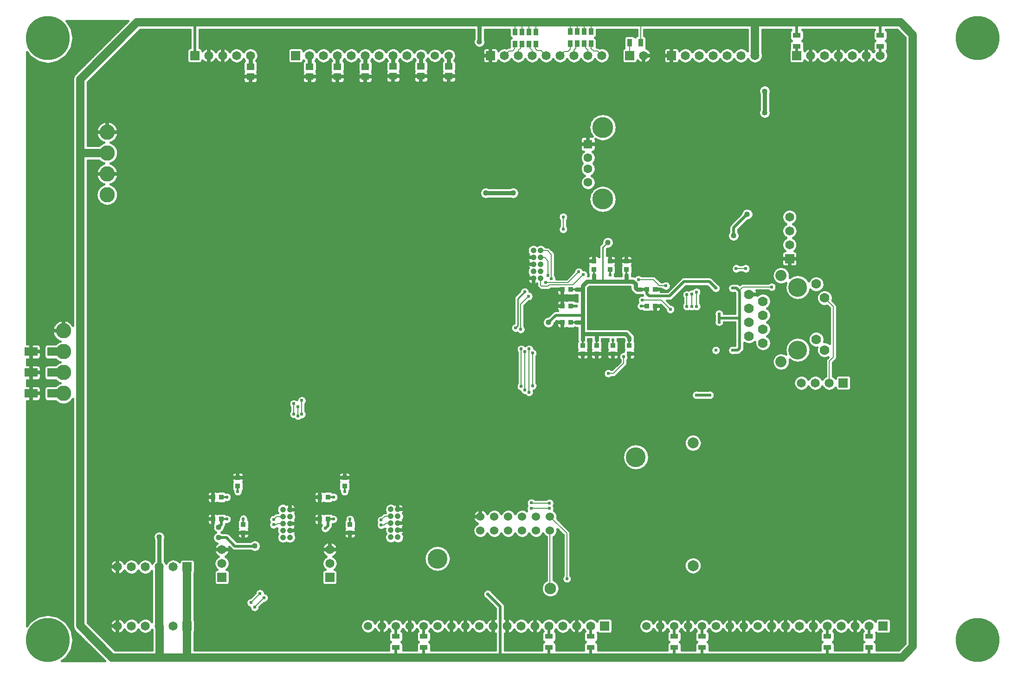
<source format=gbl>
G04*
G04  File:            ALPH1105.R02, Sun Oct 31 16:15:00 2010*
G04  Source:          P-CAD 2006 PCB, Version 19.02.958, (\\Naslite-2\disk-0\OLD_DISK-0\Project\Project 2010B\ALPH1105\ALPH1105.PCB)*
G04  Format:          Gerber Format (RS-274-D), ASCII*
G04*
G04  Format Options:  Absolute Positioning*
G04                   Leading-Zero Suppression*
G04                   Scale Factor 1:1*
G04                   NO Circular Interpolation*
G04                   Inch Units*
G04                   Numeric Format: 4.4 (XXXX.XXXX)*
G04                   G54 NOT Used for Aperture Change*
G04                   Apertures Embedded*
G04*
G04  File Options:    Offset = (0.0mil,0.0mil)*
G04                   Drill Symbol Size = 80.0mil*
G04                   Pad/Via Holes*
G04*
G04  File Contents:   Pads*
G04                   Vias*
G04                   No Designators*
G04                   No Types*
G04                   No Values*
G04                   No Drill Symbols*
G04                   Bottom*
G04*
%INALPH1105.R02*%
%ICAS*%
%MOIN*%
G04*
G04  Aperture MACROs for general use --- invoked via D-code assignment *
G04*
G04  General MACRO for flashed round with rotation and/or offset hole *
%AMROTOFFROUND*
1,1,$1,0.0000,0.0000*
1,0,$2,$3,$4*%
G04*
G04  General MACRO for flashed oval (obround) with rotation and/or offset hole *
%AMROTOFFOVAL*
21,1,$1,$2,0.0000,0.0000,$3*
1,1,$4,$5,$6*
1,1,$4,0-$5,0-$6*
1,0,$7,$8,$9*%
G04*
G04  General MACRO for flashed oval (obround) with rotation and no hole *
%AMROTOVALNOHOLE*
21,1,$1,$2,0.0000,0.0000,$3*
1,1,$4,$5,$6*
1,1,$4,0-$5,0-$6*%
G04*
G04  General MACRO for flashed rectangle with rotation and/or offset hole *
%AMROTOFFRECT*
21,1,$1,$2,0.0000,0.0000,$3*
1,0,$4,$5,$6*%
G04*
G04  General MACRO for flashed rectangle with rotation and no hole *
%AMROTRECTNOHOLE*
21,1,$1,$2,0.0000,0.0000,$3*%
G04*
G04  General MACRO for flashed rounded-rectangle *
%AMROUNDRECT*
21,1,$1,$2-$4,0.0000,0.0000,$3*
21,1,$1-$4,$2,0.0000,0.0000,$3*
1,1,$4,$5,$6*
1,1,$4,$7,$8*
1,1,$4,0-$5,0-$6*
1,1,$4,0-$7,0-$8*
1,0,$9,$10,$11*%
G04*
G04  General MACRO for flashed rounded-rectangle with rotation and no hole *
%AMROUNDRECTNOHOLE*
21,1,$1,$2-$4,0.0000,0.0000,$3*
21,1,$1-$4,$2,0.0000,0.0000,$3*
1,1,$4,$5,$6*
1,1,$4,$7,$8*
1,1,$4,0-$5,0-$6*
1,1,$4,0-$7,0-$8*%
G04*
G04  General MACRO for flashed regular polygon *
%AMREGPOLY*
5,1,$1,0.0000,0.0000,$2,$3+$4*
1,0,$5,$6,$7*%
G04*
G04  General MACRO for flashed regular polygon with no hole *
%AMREGPOLYNOHOLE*
5,1,$1,0.0000,0.0000,$2,$3+$4*%
G04*
G04  General MACRO for target *
%AMTARGET*
6,0,0,$1,$2,$3,4,$4,$5,$6*%
G04*
G04  General MACRO for mounting hole *
%AMMTHOLE*
1,1,$1,0,0*
1,0,$2,0,0*
$1=$1-$2*
$1=$1/2*
21,1,$2+$1,$3,0,0,$4*
21,1,$3,$2+$1,0,0,$4*%
G04*
G04*
G04  D10 : "Ellipse X10.0mil Y10.0mil H0.0mil 0.0deg (0.0mil,0.0mil) Draw"*
G04  Disc: OuterDia=0.0100*
%ADD10C, 0.0100*%
G04  D11 : "Ellipse X0.0mil Y0.0mil H0.0mil 0.0deg (0.0mil,0.0mil) Draw"*
G04  Disc: OuterDia=0.0000*
%ADD11C, 0.0000*%
G04  D12 : "Ellipse X1.0mil Y1.0mil H0.0mil 0.0deg (0.0mil,0.0mil) Draw"*
G04  Disc: OuterDia=0.0010*
%ADD12C, 0.0010*%
G04  D13 : "Ellipse X12.0mil Y12.0mil H0.0mil 0.0deg (0.0mil,0.0mil) Draw"*
G04  Disc: OuterDia=0.0120*
%ADD13C, 0.0120*%
G04  D14 : "Ellipse X15.0mil Y15.0mil H0.0mil 0.0deg (0.0mil,0.0mil) Draw"*
G04  Disc: OuterDia=0.0150*
%ADD14C, 0.0150*%
G04  D15 : "Ellipse X16.0mil Y16.0mil H0.0mil 0.0deg (0.0mil,0.0mil) Draw"*
G04  Disc: OuterDia=0.0160*
%ADD15C, 0.0160*%
G04  D16 : "Ellipse X19.7mil Y19.7mil H0.0mil 0.0deg (0.0mil,0.0mil) Draw"*
G04  Disc: OuterDia=0.0197*
%ADD16C, 0.0197*%
G04  D17 : "Ellipse X2.0mil Y2.0mil H0.0mil 0.0deg (0.0mil,0.0mil) Draw"*
G04  Disc: OuterDia=0.0020*
%ADD17C, 0.0020*%
G04  D18 : "Ellipse X20.0mil Y20.0mil H0.0mil 0.0deg (0.0mil,0.0mil) Draw"*
G04  Disc: OuterDia=0.0200*
%ADD18C, 0.0200*%
G04  D19 : "Ellipse X24.0mil Y24.0mil H0.0mil 0.0deg (0.0mil,0.0mil) Draw"*
G04  Disc: OuterDia=0.0240*
%ADD19C, 0.0240*%
G04  D20 : "Ellipse X25.0mil Y25.0mil H0.0mil 0.0deg (0.0mil,0.0mil) Draw"*
G04  Disc: OuterDia=0.0250*
%ADD20C, 0.0250*%
G04  D21 : "Ellipse X3.9mil Y3.9mil H0.0mil 0.0deg (0.0mil,0.0mil) Draw"*
G04  Disc: OuterDia=0.0039*
%ADD21C, 0.0039*%
G04  D22 : "Ellipse X30.0mil Y30.0mil H0.0mil 0.0deg (0.0mil,0.0mil) Draw"*
G04  Disc: OuterDia=0.0300*
%ADD22C, 0.0300*%
G04  D23 : "Ellipse X4.0mil Y4.0mil H0.0mil 0.0deg (0.0mil,0.0mil) Draw"*
G04  Disc: OuterDia=0.0040*
%ADD23C, 0.0040*%
G04  D24 : "Ellipse X40.0mil Y40.0mil H0.0mil 0.0deg (0.0mil,0.0mil) Draw"*
G04  Disc: OuterDia=0.0400*
%ADD24C, 0.0400*%
G04  D25 : "Ellipse X5.0mil Y5.0mil H0.0mil 0.0deg (0.0mil,0.0mil) Draw"*
G04  Disc: OuterDia=0.0050*
%ADD25C, 0.0050*%
G04  D26 : "Ellipse X5.9mil Y5.9mil H0.0mil 0.0deg (0.0mil,0.0mil) Draw"*
G04  Disc: OuterDia=0.0059*
%ADD26C, 0.0059*%
G04  D27 : "Ellipse X6.0mil Y6.0mil H0.0mil 0.0deg (0.0mil,0.0mil) Draw"*
G04  Disc: OuterDia=0.0060*
%ADD27C, 0.0060*%
G04  D28 : "Ellipse X60.0mil Y60.0mil H0.0mil 0.0deg (0.0mil,0.0mil) Draw"*
G04  Disc: OuterDia=0.0600*
%ADD28C, 0.0600*%
G04  D29 : "Ellipse X7.0mil Y7.0mil H0.0mil 0.0deg (0.0mil,0.0mil) Draw"*
G04  Disc: OuterDia=0.0070*
%ADD29C, 0.0070*%
G04  D30 : "Ellipse X7.9mil Y7.9mil H0.0mil 0.0deg (0.0mil,0.0mil) Draw"*
G04  Disc: OuterDia=0.0079*
%ADD30C, 0.0079*%
G04  D31 : "Ellipse X7.9mil Y7.9mil H0.0mil 0.0deg (0.0mil,0.0mil) Draw"*
G04  Disc: OuterDia=0.0079*
%ADD31C, 0.0079*%
G04  D32 : "Ellipse X8.0mil Y8.0mil H0.0mil 0.0deg (0.0mil,0.0mil) Draw"*
G04  Disc: OuterDia=0.0080*
%ADD32C, 0.0080*%
G04  D33 : "Ellipse X9.8mil Y9.8mil H0.0mil 0.0deg (0.0mil,0.0mil) Draw"*
G04  Disc: OuterDia=0.0098*
%ADD33C, 0.0098*%
G04  D34 : "Ellipse X110.2mil Y110.2mil H0.0mil 0.0deg (0.0mil,0.0mil) Flash"*
G04  Disc: OuterDia=0.1102*
%ADD34C, 0.1102*%
G04  D35 : "Ellipse X128.0mil Y128.0mil H0.0mil 0.0deg (0.0mil,0.0mil) Flash"*
G04  Disc: OuterDia=0.1280*
%ADD35C, 0.1280*%
G04  D36 : "Ellipse X135.0mil Y135.0mil H0.0mil 0.0deg (0.0mil,0.0mil) Flash"*
G04  Disc: OuterDia=0.1350*
%ADD36C, 0.1350*%
G04  D37 : "Ellipse X142.0mil Y142.0mil H0.0mil 0.0deg (0.0mil,0.0mil) Flash"*
G04  Disc: OuterDia=0.1420*
%ADD37C, 0.1420*%
G04  D38 : "Ellipse X149.6mil Y149.6mil H0.0mil 0.0deg (0.0mil,0.0mil) Flash"*
G04  Disc: OuterDia=0.1496*
%ADD38C, 0.1496*%
G04  D39 : "Ellipse X204.7mil Y204.7mil H0.0mil 0.0deg (0.0mil,0.0mil) Flash"*
G04  Disc: OuterDia=0.2047*
%ADD39C, 0.2047*%
G04  D40 : "Ellipse X315.0mil Y315.0mil H0.0mil 0.0deg (0.0mil,0.0mil) Flash"*
G04  Disc: OuterDia=0.3150*
%ADD40C, 0.3150*%
G04  D41 : "Ellipse X39.4mil Y39.4mil H0.0mil 0.0deg (0.0mil,0.0mil) Flash"*
G04  Disc: OuterDia=0.0394*
%ADD41C, 0.0394*%
G04  D42 : "Ellipse X42.0mil Y42.0mil H0.0mil 0.0deg (0.0mil,0.0mil) Flash"*
G04  Disc: OuterDia=0.0420*
%ADD42C, 0.0420*%
G04  D43 : "Ellipse X60.0mil Y60.0mil H0.0mil 0.0deg (0.0mil,0.0mil) Flash"*
G04  Disc: OuterDia=0.0600*
%ADD43C, 0.0600*%
G04  D44 : "Ellipse X63.0mil Y63.0mil H0.0mil 0.0deg (0.0mil,0.0mil) Flash"*
G04  Disc: OuterDia=0.0630*
%ADD44C, 0.0630*%
G04  D45 : "Ellipse X65.0mil Y65.0mil H0.0mil 0.0deg (0.0mil,0.0mil) Flash"*
G04  Disc: OuterDia=0.0650*
%ADD45C, 0.0650*%
G04  D46 : "Ellipse X68.9mil Y68.9mil H0.0mil 0.0deg (0.0mil,0.0mil) Flash"*
G04  Disc: OuterDia=0.0689*
%ADD46C, 0.0689*%
G04  D47 : "Ellipse X70.0mil Y70.0mil H0.0mil 0.0deg (0.0mil,0.0mil) Flash"*
G04  Disc: OuterDia=0.0700*
%ADD47C, 0.0700*%
G04  D48 : "Ellipse X78.9mil Y78.9mil H0.0mil 0.0deg (0.0mil,0.0mil) Flash"*
G04  Disc: OuterDia=0.0789*
%ADD48C, 0.0789*%
G04  D49 : "Ellipse X80.0mil Y80.0mil H0.0mil 0.0deg (0.0mil,0.0mil) Flash"*
G04  Disc: OuterDia=0.0800*
%ADD49C, 0.0800*%
G04  D50 : "Ellipse X82.7mil Y82.7mil H0.0mil 0.0deg (0.0mil,0.0mil) Flash"*
G04  Disc: OuterDia=0.0827*
%ADD50C, 0.0827*%
G04  D51 : "Oval X78.7mil Y23.6mil H0.0mil 0.0deg (0.0mil,0.0mil) Flash"*
G04  Obround: DimX=0.0787, DimY=0.0236, Rotation=0.0, OffsetX=0.0000, OffsetY=0.0000, HoleDia=0.0000 *
%ADD51O, 0.0787 X0.0236*%
G04  D52 : "Rounded Rectangle X39.4mil Y78.7mil H0.0mil 0.0deg (0.0mil,0.0mil) Flash"*
G04  RoundRct: DimX=0.0394, DimY=0.0787, CornerRad=0.0098, Rotation=0.0, OffsetX=0.0000, OffsetY=0.0000, HoleDia=0.0000 *
%ADD52ROUNDRECTNOHOLE, 0.0394 X0.0787 X0.0 X0.0197 X-0.0098 X-0.0295 X-0.0098 X0.0295*%
G04  D53 : "Rounded Rectangle X78.7mil Y43.3mil H0.0mil 0.0deg (0.0mil,0.0mil) Flash"*
G04  RoundRct: DimX=0.0787, DimY=0.0433, CornerRad=0.0108, Rotation=0.0, OffsetX=0.0000, OffsetY=0.0000, HoleDia=0.0000 *
%ADD53ROUNDRECTNOHOLE, 0.0787 X0.0433 X0.0 X0.0217 X-0.0285 X-0.0108 X-0.0285 X0.0108*%
G04  D54 : "Rounded Rectangle X78.7mil Y78.7mil H0.0mil 0.0deg (0.0mil,0.0mil) Flash"*
G04  RoundRct: DimX=0.0787, DimY=0.0787, CornerRad=0.0197, Rotation=0.0, OffsetX=0.0000, OffsetY=0.0000, HoleDia=0.0000 *
%ADD54ROUNDRECTNOHOLE, 0.0787 X0.0787 X0.0 X0.0394 X-0.0197 X-0.0197 X-0.0197 X0.0197*%
G04  D55 : "Rectangle X126.0mil Y80.7mil H0.0mil 0.0deg (0.0mil,0.0mil) Flash"*
G04  Rectangular: DimX=0.1260, DimY=0.0807, Rotation=0.0, OffsetX=0.0000, OffsetY=0.0000, HoleDia=0.0000 *
%ADD55R, 0.1260 X0.0807*%
G04  D56 : "Rectangle X80.7mil Y126.0mil H0.0mil 0.0deg (0.0mil,0.0mil) Flash"*
G04  Rectangular: DimX=0.0807, DimY=0.1260, Rotation=0.0, OffsetX=0.0000, OffsetY=0.0000, HoleDia=0.0000 *
%ADD56R, 0.0807 X0.1260*%
G04  D57 : "Rectangle X37.4mil Y35.4mil H0.0mil 0.0deg (0.0mil,0.0mil) Flash"*
G04  Rectangular: DimX=0.0374, DimY=0.0354, Rotation=0.0, OffsetX=0.0000, OffsetY=0.0000, HoleDia=0.0000 *
%ADD57R, 0.0374 X0.0354*%
G04  D58 : "Rectangle X35.4mil Y37.4mil H0.0mil 0.0deg (0.0mil,0.0mil) Flash"*
G04  Rectangular: DimX=0.0354, DimY=0.0374, Rotation=0.0, OffsetX=0.0000, OffsetY=0.0000, HoleDia=0.0000 *
%ADD58R, 0.0354 X0.0374*%
G04  D59 : "Rectangle X39.4mil Y35.4mil H0.0mil 0.0deg (0.0mil,0.0mil) Flash"*
G04  Rectangular: DimX=0.0394, DimY=0.0354, Rotation=0.0, OffsetX=0.0000, OffsetY=0.0000, HoleDia=0.0000 *
%ADD59R, 0.0394 X0.0354*%
G04  D60 : "Rectangle X35.4mil Y39.4mil H0.0mil 0.0deg (0.0mil,0.0mil) Flash"*
G04  Rectangular: DimX=0.0354, DimY=0.0394, Rotation=0.0, OffsetX=0.0000, OffsetY=0.0000, HoleDia=0.0000 *
%ADD60R, 0.0354 X0.0394*%
G04  D61 : "Rectangle X33.5mil Y45.3mil H0.0mil 0.0deg (0.0mil,0.0mil) Flash"*
G04  Rectangular: DimX=0.0335, DimY=0.0453, Rotation=0.0, OffsetX=0.0000, OffsetY=0.0000, HoleDia=0.0000 *
%ADD61R, 0.0335 X0.0453*%
G04  D62 : "Rectangle X57.1mil Y37.4mil H0.0mil 0.0deg (0.0mil,0.0mil) Flash"*
G04  Rectangular: DimX=0.0571, DimY=0.0374, Rotation=0.0, OffsetX=0.0000, OffsetY=0.0000, HoleDia=0.0000 *
%ADD62R, 0.0571 X0.0374*%
G04  D63 : "Rectangle X37.4mil Y57.1mil H0.0mil 0.0deg (0.0mil,0.0mil) Flash"*
G04  Rectangular: DimX=0.0374, DimY=0.0571, Rotation=0.0, OffsetX=0.0000, OffsetY=0.0000, HoleDia=0.0000 *
%ADD63R, 0.0374 X0.0571*%
G04  D64 : "Rectangle X57.1mil Y45.3mil H0.0mil 0.0deg (0.0mil,0.0mil) Flash"*
G04  Rectangular: DimX=0.0571, DimY=0.0453, Rotation=0.0, OffsetX=0.0000, OffsetY=0.0000, HoleDia=0.0000 *
%ADD64R, 0.0571 X0.0453*%
G04  D65 : "Rectangle X45.3mil Y57.1mil H0.0mil 0.0deg (0.0mil,0.0mil) Flash"*
G04  Rectangular: DimX=0.0453, DimY=0.0571, Rotation=0.0, OffsetX=0.0000, OffsetY=0.0000, HoleDia=0.0000 *
%ADD65R, 0.0453 X0.0571*%
G04  D66 : "Rectangle X59.0mil Y37.4mil H0.0mil 0.0deg (0.0mil,0.0mil) Flash"*
G04  Rectangular: DimX=0.0590, DimY=0.0374, Rotation=0.0, OffsetX=0.0000, OffsetY=0.0000, HoleDia=0.0000 *
%ADD66R, 0.0590 X0.0374*%
G04  D67 : "Rectangle X59.1mil Y11.8mil H0.0mil 0.0deg (0.0mil,0.0mil) Flash"*
G04  Rectangular: DimX=0.0591, DimY=0.0118, Rotation=0.0, OffsetX=0.0000, OffsetY=0.0000, HoleDia=0.0000 *
%ADD67R, 0.0591 X0.0118*%
G04  D68 : "Rectangle X11.8mil Y59.1mil H0.0mil 0.0deg (0.0mil,0.0mil) Flash"*
G04  Rectangular: DimX=0.0118, DimY=0.0591, Rotation=0.0, OffsetX=0.0000, OffsetY=0.0000, HoleDia=0.0000 *
%ADD68R, 0.0118 X0.0591*%
G04  D69 : "Rectangle X39.4mil Y59.1mil H0.0mil 0.0deg (0.0mil,0.0mil) Flash"*
G04  Rectangular: DimX=0.0394, DimY=0.0591, Rotation=0.0, OffsetX=0.0000, OffsetY=0.0000, HoleDia=0.0000 *
%ADD69R, 0.0394 X0.0591*%
G04  D70 : "Rectangle X61.0mil Y23.6mil H0.0mil 0.0deg (0.0mil,0.0mil) Flash"*
G04  Rectangular: DimX=0.0610, DimY=0.0236, Rotation=0.0, OffsetX=0.0000, OffsetY=0.0000, HoleDia=0.0000 *
%ADD70R, 0.0610 X0.0236*%
G04  D71 : "Rectangle X23.6mil Y61.0mil H0.0mil 0.0deg (0.0mil,0.0mil) Flash"*
G04  Rectangular: DimX=0.0236, DimY=0.0610, Rotation=0.0, OffsetX=0.0000, OffsetY=0.0000, HoleDia=0.0000 *
%ADD71R, 0.0236 X0.0610*%
G04  D72 : "Rectangle X63.0mil Y11.8mil H0.0mil 0.0deg (0.0mil,0.0mil) Flash"*
G04  Rectangular: DimX=0.0630, DimY=0.0118, Rotation=0.0, OffsetX=0.0000, OffsetY=0.0000, HoleDia=0.0000 *
%ADD72R, 0.0630 X0.0118*%
G04  D73 : "Rectangle X11.8mil Y63.0mil H0.0mil 0.0deg (0.0mil,0.0mil) Flash"*
G04  Rectangular: DimX=0.0118, DimY=0.0630, Rotation=0.0, OffsetX=0.0000, OffsetY=0.0000, HoleDia=0.0000 *
%ADD73R, 0.0118 X0.0630*%
G04  D74 : "Rectangle X63.0mil Y63.0mil H0.0mil 0.0deg (0.0mil,0.0mil) Flash"*
G04  Square: Side=0.0630, Rotation=0.0, OffsetX=0.0000, OffsetY=0.0000, HoleDia=0.0000*
%ADD74R, 0.0630 X0.0630*%
G04  D75 : "Rectangle X65.0mil Y65.0mil H0.0mil 0.0deg (0.0mil,0.0mil) Flash"*
G04  Square: Side=0.0650, Rotation=0.0, OffsetX=0.0000, OffsetY=0.0000, HoleDia=0.0000*
%ADD75R, 0.0650 X0.0650*%
G04  D76 : "Rectangle X80.7mil Y25.6mil H0.0mil 0.0deg (0.0mil,0.0mil) Flash"*
G04  Rectangular: DimX=0.0807, DimY=0.0256, Rotation=0.0, OffsetX=0.0000, OffsetY=0.0000, HoleDia=0.0000 *
%ADD76R, 0.0807 X0.0256*%
G04  D77 : "Rectangle X25.6mil Y80.7mil H0.0mil 0.0deg (0.0mil,0.0mil) Flash"*
G04  Rectangular: DimX=0.0256, DimY=0.0807, Rotation=0.0, OffsetX=0.0000, OffsetY=0.0000, HoleDia=0.0000 *
%ADD77R, 0.0256 X0.0807*%
G04  D78 : "Rectangle X86.6mil Y82.7mil H0.0mil 0.0deg (0.0mil,0.0mil) Flash"*
G04  Rectangular: DimX=0.0866, DimY=0.0827, Rotation=0.0, OffsetX=0.0000, OffsetY=0.0000, HoleDia=0.0000 *
%ADD78R, 0.0866 X0.0827*%
G04  D79 : "Rectangle X82.7mil Y86.6mil H0.0mil 0.0deg (0.0mil,0.0mil) Flash"*
G04  Rectangular: DimX=0.0827, DimY=0.0866, Rotation=0.0, OffsetX=0.0000, OffsetY=0.0000, HoleDia=0.0000 *
%ADD79R, 0.0827 X0.0866*%
G04  D80 : "Rectangle X92.5mil Y88.6mil H0.0mil 0.0deg (0.0mil,0.0mil) Flash"*
G04  Rectangular: DimX=0.0925, DimY=0.0886, Rotation=0.0, OffsetX=0.0000, OffsetY=0.0000, HoleDia=0.0000 *
%ADD80R, 0.0925 X0.0886*%
G04  D81 : "Rectangle X88.6mil Y92.5mil H0.0mil 0.0deg (0.0mil,0.0mil) Flash"*
G04  Rectangular: DimX=0.0886, DimY=0.0925, Rotation=0.0, OffsetX=0.0000, OffsetY=0.0000, HoleDia=0.0000 *
%ADD81R, 0.0886 X0.0925*%
G04  D82 : "Rectangle X94.5mil Y61.0mil H0.0mil 0.0deg (0.0mil,0.0mil) Flash"*
G04  Rectangular: DimX=0.0945, DimY=0.0610, Rotation=0.0, OffsetX=0.0000, OffsetY=0.0000, HoleDia=0.0000 *
%ADD82R, 0.0945 X0.0610*%
G04  D83 : "Ellipse X24.0mil Y24.0mil H0.0mil 0.0deg (0.0mil,0.0mil) Flash"*
G04  Disc: OuterDia=0.0240*
%ADD83C, 0.0240*%
G04  D84 : "Ellipse X40.0mil Y40.0mil H0.0mil 0.0deg (0.0mil,0.0mil) Flash"*
G04  Disc: OuterDia=0.0400*
%ADD84C, 0.0400*%
G04*
%FSLAX44Y44*%
%SFA1B1*%
%OFA0.0000B0.0000*%
G04*
G70*
G90*
G01*
D2*
%LNBottom*%
D18*
X51783Y79710*
X51790Y79716D1*
X51783Y81210D2*
X51790Y81170D1*
X51783Y81210D2*
X51780Y81213D1*
Y82660*
X51783Y82710D2*
X51780Y82660D1*
X51783Y82710D2*
X51790Y82716D1*
Y83530*
X56650Y82460D2*
D1*
X56200Y84210D2*
D1*
X58860Y70390D2*
X58950D1*
D2*
D28*
X61000Y67240*
Y67250D1*
D2*
D13*
X64760Y70680*
X64864D1*
X64470D2*
X64760D1*
D2*
D18*
X65460Y70675*
X65455Y70680D1*
X65460Y70670D2*
Y70675D1*
D2*
D13*
X65520Y70680*
X65455D1*
X65850D2*
X65520D1*
D2*
D18*
X65460Y70300*
Y70670D1*
X65260Y70100D2*
X65460Y70300D1*
X65830Y69350D2*
X65260D1*
D2*
D13*
X64850Y72260*
X64864D1*
D2*
D18*
X64850*
X64470D1*
D2*
D13*
X65490*
X65455D1*
X65850D2*
X65490D1*
D2*
D27*
X64430Y78030*
Y78070D1*
D2*
D18*
X63550Y104000*
X63530Y104020D1*
D2*
D27*
X67850Y64360*
X68520Y65030D1*
X67580Y64680D2*
X68230Y65330D1*
D2*
D18*
X67780Y68750*
X67870D1*
X67770Y68740D2*
X67780Y68750D1*
X67770Y68740D2*
X66440D1*
D2*
D13*
X67040Y69720*
Y69704D1*
Y69310D2*
Y69704D1*
Y70360D2*
Y70295D1*
Y70690D2*
Y70360D1*
X66640Y73645D2*
Y74040D1*
Y73054D2*
Y72660D1*
D2*
D18*
X67250Y75710*
D1*
X67050Y98070D2*
Y98050D1*
X68050Y98070D2*
Y98000D1*
X67050Y98070D2*
X68050D1*
D2*
D22*
X67550Y103194*
Y104000D1*
D2*
D27*
X69210Y70280*
X69410D1*
X69500Y70370*
X69890*
X69190Y70670D2*
X69210Y70650D1*
X69430Y70870*
X69890*
D2*
D18*
X70390Y69870*
X70670D1*
X70870Y70070*
Y71290D2*
X70790Y71370D1*
X70390*
Y70370D2*
X70870D1*
Y70070D2*
Y70370D1*
Y71290*
D2*
D27*
X70660Y78230*
Y78980D1*
X70960Y78100D2*
Y78770D1*
X71240Y78220D2*
Y79210D1*
D2*
D22*
X71800Y103194*
Y104000D1*
D2*
D13*
X72524Y70680*
X72130D1*
X74700Y69660D2*
Y69694D1*
Y69300D2*
Y69660D1*
Y70285D2*
Y70680D1*
X73190D2*
X73115D1*
X73510D2*
X73190D1*
D2*
D18*
X73115*
Y70205D1*
X72920Y70010*
D2*
D13*
X74310Y74040*
Y73645D1*
X72534Y72260D2*
X72140D1*
X74310Y73070D2*
Y73054D1*
Y72660D2*
Y73054D1*
X73210Y72260D2*
X73125D1*
X73520D2*
X73210D1*
D2*
D18*
X73050Y98080*
Y98110D1*
D2*
D22*
X73800Y103194*
Y104000D1*
D2*
D27*
X77300Y70380*
X77640D1*
X77170Y70250D2*
X77300Y70380D1*
X76940Y70250D2*
X77170D1*
X77210Y70880D2*
X77640D1*
X77210D2*
X76940Y70610D1*
D2*
D18*
X77050Y98060*
D1*
X76050Y98070D2*
D1*
D2*
D22*
X77800Y103224*
Y104000D1*
X75800Y103194D2*
Y104000D1*
D2*
D18*
X80000Y61456*
Y60740D1*
X78140Y69880D2*
X78580D1*
X78710Y70010*
Y71280D2*
X78610Y71380D1*
X78140*
Y70380D2*
X78710D1*
Y70010D2*
Y70380D1*
Y71280*
X80080Y86510D2*
X79990D1*
X80050Y98060D2*
D1*
D2*
D22*
X79800Y103224*
Y104000D1*
D2*
D18*
X82200Y65480*
X82260D1*
X82060Y69770D2*
Y69810D1*
X82740Y69930D2*
Y69880D1*
X81280Y84280D2*
X81330D1*
D2*
D22*
X81800Y103224*
Y104000D1*
D2*
D19*
X85500Y60740*
Y60720D1*
D2*
D18*
Y60830*
Y60740D1*
X84600Y65290D2*
X85500Y64390D1*
X85530Y68750D2*
X85550D1*
D2*
D10*
X86600Y84430*
X86770Y84600D1*
Y86540*
D2*
D22*
X84450Y94120*
X86410D1*
D2*
D18*
Y95860*
D1*
D2*
D27*
X86550Y104826*
X86540Y104740D1*
Y104480D2*
Y104740D1*
X86400Y104340D2*
X86540Y104480D1*
X86140Y104340D2*
X86400D1*
X85800Y104000D2*
X86140Y104340D1*
X86960Y104540D2*
Y104680D1*
X86800Y104380D2*
X86960Y104540D1*
X86800Y104000D2*
Y104380D1*
D2*
D18*
X86390Y106380*
X86380Y106390D1*
X86550Y106220D2*
X86390Y106380D1*
D2*
D27*
X86550Y105693*
Y106220D1*
Y106230*
D2*
D18*
X89000Y61456*
Y60830D1*
X88000Y65820D2*
X87940D1*
D2*
D27*
X87740Y71840*
X87730Y71850D1*
X89030Y71840D2*
X87740D1*
X89030Y71450D2*
X87710D1*
X89040Y71460D2*
X89030Y71450D1*
D2*
D18*
X88970Y84810*
X88960Y84820D1*
X89480Y85320D2*
X88970Y84810D1*
D2*
D13*
X89590Y87180*
X89910D1*
D2*
D27*
X88390Y87500*
Y87980D1*
X88470Y87420D2*
X88390Y87500D1*
X88920Y87420D2*
X88470D1*
X89020Y87520D2*
X88920Y87420D1*
X88680Y89480D2*
X88390D1*
X88680D2*
X88930Y89230D1*
Y88200*
X89170Y89690D2*
Y87970D1*
D2*
D18*
X87890Y87980*
X87560D1*
X87320Y88220*
Y88980D2*
X87890D1*
Y89480D2*
X87460D1*
X87320Y89340*
Y88220D2*
Y88980D1*
Y89340*
X87930Y95080D2*
D1*
X87530Y96800D2*
D1*
D2*
D27*
X87550Y104826*
X87640Y104700D1*
Y104540D2*
Y104700D1*
X87800Y104380D2*
X87640Y104540D1*
X87800Y104000D2*
Y104380D1*
X88050Y104826D2*
X88040Y104740D1*
Y104480D2*
Y104740D1*
X88160Y104360D2*
X88040Y104480D1*
X88440Y104360D2*
X88160D1*
X88800Y104000D2*
X88440Y104360D1*
X87050Y106230D2*
Y106280D1*
Y105693D2*
Y106160D1*
Y106230*
Y106160D2*
X87550D1*
X88050*
X87550Y105693D2*
Y106160D1*
Y106270*
X88050Y105693D2*
Y106160D1*
Y106200*
Y106240*
D2*
D18*
X92000Y61456*
Y60840D1*
Y60830*
D2*
D13*
X92410Y82580*
Y82564D1*
Y82170D2*
Y82564D1*
X91420Y82520D2*
Y82564D1*
Y82170D2*
Y82520D1*
X92410Y83220D2*
Y83155D1*
X91420Y83190D2*
Y83155D1*
X92410Y83550D2*
Y83220D1*
X91420Y83550D2*
Y83190D1*
X90545Y84820D2*
X90940D1*
D2*
D22*
X91420D1*
Y85320*
D2*
D18*
X90565Y86000*
X90960D1*
D2*
D13*
X92210Y89210*
Y89215D1*
Y89610D2*
Y89215D1*
Y88520D2*
Y88624D1*
Y88230D2*
Y88520D1*
D2*
D22*
Y88230*
Y87770D1*
D2*
D13*
X90600Y87180*
X90565D1*
D2*
D22*
X91740Y87770*
X92210D1*
D2*
D13*
X90960Y87180*
X90600D1*
D2*
D22*
X91420Y87450*
Y87180D1*
X91740Y87770D2*
X91420Y87450D1*
X90960Y87180D2*
X91420D1*
D2*
D27*
X90730Y87520*
X91460Y88250D1*
X91130Y88450D2*
X90360Y87680D1*
D2*
D18*
X91310Y90960*
D1*
D2*
D27*
X90530Y104846*
X90540Y104760D1*
Y104460D2*
Y104760D1*
X90360Y104280D2*
X90540Y104460D1*
X90080Y104280D2*
X90360D1*
X91030Y104846D2*
X90940Y104700D1*
Y104520D2*
Y104700D1*
X90800Y104380D2*
X90940Y104520D1*
X90800Y104000D2*
Y104380D1*
X91530Y104846D2*
X91620Y104740D1*
Y104560D2*
Y104740D1*
X91800Y104380D2*
X91620Y104560D1*
X91800Y104000D2*
Y104380D1*
X92030Y104846D2*
X92040Y104700D1*
Y104500D2*
Y104700D1*
X92220Y104320D2*
X92040Y104500D1*
X92480Y104320D2*
X92220D1*
X92800Y104000D2*
X92480Y104320D1*
D2*
D18*
X92030Y106310*
Y106200D1*
D2*
D27*
X90530Y106160*
X91030D1*
X90530Y105713D2*
Y106160D1*
Y106200*
Y106210*
X91030Y106150D2*
X91530D1*
X91030Y106160D2*
Y106180D1*
Y105713D2*
Y106150D1*
Y106160*
X91530Y106170D2*
X92030D1*
X91530Y105713D2*
Y106150D1*
Y106170*
Y106210*
X92030Y105713D2*
Y106170D1*
Y106200*
D2*
D18*
X95050Y80700*
X95090D1*
D2*
D13*
X94770Y82564*
Y82170D1*
X93590Y82564D2*
Y82170D1*
D2*
D22*
X94770Y83550*
Y83740D1*
D2*
D13*
Y83155*
Y83550D1*
X93590Y83155D2*
Y83550D1*
D2*
D27*
X93620Y81150*
X93260D1*
X94370Y81900D2*
X93620Y81150D1*
X94370Y82370D2*
Y81900D1*
D2*
D13*
X95630Y86000*
X95910D1*
X93390Y89215D2*
Y89610D1*
X94570Y89215D2*
Y89610D1*
D2*
D22*
X95340Y87180*
X95630D1*
X95220Y87300D2*
X95340Y87180D1*
D2*
D13*
X94570Y88620*
Y88624D1*
D2*
D22*
X95220Y87580*
Y87300D1*
X95030Y87770D2*
X95220Y87580D1*
D2*
D13*
X94570Y88230*
Y88620D1*
D2*
D22*
Y87770*
X95030D1*
X94570Y88230D2*
Y87770D1*
D2*
D13*
X93390Y88620*
Y88624D1*
Y88230D2*
Y88620D1*
D2*
D10*
X93220Y90570*
X93150D1*
D2*
D27*
X95583Y104920*
X95580Y104923D1*
X94796Y104920D2*
X94800Y104740D1*
Y104000D2*
Y104740D1*
D2*
D18*
X95580Y106320*
X95570Y106310D1*
X98000Y61456D2*
Y60910D1*
D2*
D10*
Y60830*
Y60840D1*
Y61456*
D2*
D18*
X97730Y69490*
D1*
X97590Y72810D2*
Y72750D1*
D2*
D13*
X96615Y86000*
X97010D1*
D2*
D27*
X98900Y85970*
Y86810D1*
X97720Y85760D2*
X97060Y86420D1*
D2*
D18*
X96200Y86710*
X97650D1*
D2*
D13*
X96615Y87180*
X97010D1*
D2*
D27*
X96940Y87450*
X97400D1*
X96490Y87900D2*
X96940Y87450D1*
D2*
D18*
X98260Y89190*
D1*
X100000Y61456D2*
Y60830D1*
Y60810*
X101130Y65630D2*
D1*
X100550Y79600D2*
X99580D1*
X101140Y78430D2*
D1*
X101220Y84840D2*
Y85140D1*
Y85440*
D2*
D27*
X99260Y85970*
Y86870D1*
D2*
D18*
X100980Y87280*
X100510Y87750D1*
X100700Y91690D2*
X100730D1*
X99460Y91060D2*
X99480D1*
X104440Y79390D2*
D1*
X104450Y79890D2*
D1*
Y80390D2*
D1*
X102690Y82960D2*
X102560Y82830D1*
X102180*
Y82820*
Y87280D2*
X102470D1*
D2*
D27*
X103130Y88690*
X102440D1*
X102930Y87370D2*
X102660Y87100D1*
D2*
D18*
X102260Y91620*
Y91060D1*
Y91620D2*
X103240Y92600D1*
X104280Y92060D2*
X104350D1*
D2*
D22*
X103690Y98720*
Y98690D1*
X104500Y99890D2*
Y101440D1*
D2*
D18*
X103800Y104000*
X103780Y104020D1*
X107520Y65760D2*
D1*
X106800Y104000D2*
Y104676D1*
Y105463D2*
X106790Y105473D1*
D2*
D10*
X106800Y105460*
Y105463D1*
Y106320*
D2*
D18*
X106790Y105473*
Y106320D1*
Y106360*
D2*
D10*
X106800Y106320*
X106790D1*
D2*
D18*
X109000Y61456*
Y60800D1*
X108480Y65560D2*
D1*
Y78530D2*
D1*
D2*
D27*
X109420Y82310*
X109140Y82030D1*
X108800Y86580D2*
X109420Y85960D1*
D2*
D18*
X112000Y60740*
Y60690D1*
Y61466D2*
Y60800D1*
Y60740*
X112800Y104000D2*
Y104676D1*
Y105463D2*
Y106310D1*
Y106340*
D2*
D28*
X114360Y60740*
X115130Y61510D1*
D2*
D18*
X51790Y79716*
Y81170D1*
Y83530D2*
X52470Y84210D1*
X55320Y80960D2*
X55340D1*
D2*
D22*
X61000Y67250*
Y69390D1*
D2*
D28*
Y67240*
Y63000D1*
X61010Y62990*
D2*
D27*
X64990Y78030*
Y78020D1*
D2*
D18*
X63550Y104000*
Y106380D1*
X80000Y62243D2*
Y63000D1*
D2*
D24*
X83200Y102160*
D1*
D2*
D18*
X89000Y62243*
Y63000D1*
D2*
D27*
X89070Y69860*
Y65730D1*
X87270Y79950D2*
Y82740D1*
X87820Y80270D2*
Y82610D1*
X87570Y79800D2*
Y82910D1*
X88880Y89980D2*
X88390D1*
X88880D2*
X89170Y89690D1*
D2*
D18*
X92000Y62243*
Y63000D1*
D2*
D27*
X90280Y69650*
Y66400D1*
D2*
D22*
X92410Y83550*
Y83990D1*
X91420D2*
Y83550D1*
X92410Y83990D2*
X91420D1*
Y84820*
D2*
D10*
X92870Y90220*
Y87770D1*
D2*
D22*
X94770Y83740*
X94520Y83990D1*
D2*
D27*
X95580Y104923*
Y106320D1*
D2*
D18*
X98000Y62243*
Y63000D1*
X97650Y86710D2*
X98690Y87750D1*
X100000Y62243D2*
Y63000D1*
D2*
D27*
X99590Y86970*
Y87000D1*
Y86970D2*
Y85970D1*
D2*
D18*
X102690Y85140*
Y82960D1*
X102470Y87280D2*
X102690Y87060D1*
D2*
D28*
X103780Y104020*
Y106380D1*
D2*
D10*
X103800Y106320*
Y104000D1*
D2*
D24*
X105340Y102120*
D1*
D2*
D18*
X109000Y62243*
Y63000D1*
D2*
D27*
X109140Y82030*
Y80470D1*
D2*
D18*
X112000Y62253*
Y63000D1*
D2*
D28*
X55320Y102300*
Y80960D1*
Y63010D2*
Y80960D1*
X61010Y62990D2*
Y60740D1*
D2*
D18*
X85500Y64390*
Y60830D1*
D2*
D22*
X91420Y85320*
Y87180D1*
D2*
D18*
X102690Y87060*
Y85140D1*
D2*
D27*
X109420Y85960*
Y82310D1*
D2*
D28*
X115130Y61510*
Y105500D1*
X57590Y60740D2*
X61010D1*
D2*
D18*
X52470Y84210*
X54110D1*
D2*
D28*
X57250Y97000*
X55350D1*
X63000Y67240D2*
Y67250D1*
D2*
D18*
X72050Y98080*
Y98050D1*
X68050Y98070D2*
X69300D1*
X78000Y60740D2*
Y60710D1*
Y61456D2*
Y60740D1*
D2*
D28*
X80000D1*
D2*
D18*
X74900Y75700*
D1*
X81050Y98060D2*
D1*
D2*
D22*
X83890Y106390*
Y106380D1*
X84000Y106270*
D2*
D10*
X89000Y60830*
X92000D1*
D2*
D27*
X89070Y70860*
X90280Y69650D1*
D2*
D18*
X89974Y86000*
X89580D1*
D2*
D13*
X89560Y84820*
X89954D1*
D2*
D18*
X89480Y85320*
X91420D1*
D2*
D13*
X95910Y86000*
X96024D1*
D2*
D27*
X87540Y86700*
X86970Y86130D1*
Y84330*
X97060Y86420D2*
X95700D1*
D2*
D18*
X96030Y86880*
X96200Y86710D1*
D2*
D13*
X89910Y87180*
X89974D1*
X95920D2*
X96024D1*
D2*
D27*
X95420Y87900*
X96490D1*
X90730Y87520D2*
X89020D1*
X88770Y87680D2*
X90360D1*
D2*
D22*
X92210Y87770*
X92870D1*
X94570*
D2*
D18*
X96024Y87180*
X96030Y87174D1*
X95630Y87180D2*
X95920D1*
D2*
D27*
X90020Y92400*
Y91520D1*
D2*
D10*
X93220Y90570*
X92870Y90220D1*
D2*
D27*
X87050Y104826*
X86960Y104680D1*
X89800Y104000D2*
X90080Y104280D1*
D2*
D18*
X95570Y106310*
X92030D1*
D2*
D27*
X86550Y106230*
X87050D1*
X88050Y106200D2*
X90530D1*
D2*
D10*
X100000Y60830*
X98000D1*
D2*
D18*
X104950Y78170*
D1*
X101220Y85140D2*
X102690D1*
D2*
D27*
X104990Y87370*
X102930D1*
D2*
D18*
X98690Y87750*
X100510D1*
D2*
D10*
X106790Y106320*
X103800D1*
D2*
D28*
X112000Y60740*
X114360D1*
X115130Y105500D2*
X114250Y106380D1*
X59400D2*
X55320Y102300D1*
X63000Y63000D2*
Y67240D1*
D2*
D18*
X66440Y68740*
X65830Y69350D1*
X78000Y62243D2*
Y63000D1*
D2*
D22*
X84000Y106270*
Y105000D1*
X94520Y83990D2*
X92410D1*
D2*
D27*
X87000Y80210*
Y82910D1*
D2*
D18*
X96030Y87174*
Y86880D1*
D2*
D10*
X87250Y87020*
X86770Y86540D1*
D2*
D28*
X57590Y60740*
X55320Y63010D1*
X63000Y60740D2*
Y63000D1*
X61010Y60740D2*
X63000D1*
X78000*
X80000D2*
X85500D1*
D2*
D10*
Y60830*
X89000D1*
X98000Y60840D2*
X92000D1*
D2*
D28*
X63550Y106380*
X59400D1*
D2*
D18*
X83890Y106390*
X86380D1*
D2*
D28*
X83890Y106380*
X86390D1*
X63550D2*
X83890D1*
D2*
D10*
X109000Y60800*
X112000D1*
X112800Y106310D2*
X106800D1*
D2*
D28*
X85500Y60740*
X112000D1*
X86390Y106380D2*
X103780D1*
X114250*
D2*
D15*
X79500Y62796*
X79499Y62793D1*
X79382Y62617*
X79206Y62500*
X79000Y62459*
X78793Y62500*
X78617Y62617*
X78500Y62793*
X78500Y62796*
X78499Y62793*
X78393Y62635*
X78451Y62596*
X78502Y62520*
X78515Y62453*
Y62034*
X78502Y61966*
X78451Y61890*
X78390Y61850*
X78451Y61809*
X78502Y61733*
X78515Y61665*
Y61270*
X79484*
Y61665*
X79497Y61733*
X79548Y61809*
X79609Y61850*
X79548Y61890*
X79497Y61966*
X79484Y62034*
Y62453*
X79497Y62520*
X79548Y62596*
X79606Y62635*
X79500Y62793*
X79500Y62796*
X78515Y61270D2*
X79484D1*
X78515Y61390D2*
X79484D1*
X78515Y61510D2*
X79484D1*
X78515Y61630D2*
X79484D1*
X78490Y61750D2*
X79509D1*
X78420Y61870D2*
X79579D1*
X78506Y61990D2*
X79493D1*
X78515Y62110D2*
X79484D1*
X78515Y62230D2*
X79484D1*
X78515Y62350D2*
X79484D1*
X78512Y62470D2*
X78947D1*
X79052D2*
X79487D1*
X78455Y62590D2*
X78659D1*
X79340D2*
X79544D1*
X78443Y62710D2*
X78556D1*
X79443D2*
X79556D1*
D2*
D20*
X79000Y62810*
Y62459D1*
D2*
D15*
X83500Y62796*
X83499Y62793D1*
X83382Y62617*
X83206Y62500*
X83000Y62459*
X82793Y62500*
X82617Y62617*
X82500Y62793*
X82500Y62796*
X82499Y62793*
X82382Y62617*
X82206Y62500*
X82000Y62459*
X81793Y62500*
X81617Y62617*
X81500Y62793*
X81500Y62796*
X81499Y62793*
X81382Y62617*
X81206Y62500*
X81000Y62459*
X80793Y62500*
X80617Y62617*
X80500Y62793*
X80500Y62796*
X80499Y62793*
X80393Y62635*
X80451Y62596*
X80502Y62520*
X80515Y62453*
Y62034*
X80502Y61966*
X80451Y61890*
X80390Y61850*
X80451Y61809*
X80502Y61733*
X80515Y61665*
Y61270*
X85170*
Y62467*
X85000Y62434*
X84783Y62477*
X84599Y62599*
X84484Y62771*
X84382Y62617*
X84206Y62500*
X84000Y62459*
X83793Y62500*
X83617Y62617*
X83500Y62793*
X83500Y62796*
X80515Y61270D2*
X85170D1*
X80515Y61390D2*
X85170D1*
X80515Y61510D2*
X85170D1*
X80515Y61630D2*
X85170D1*
X80490Y61750D2*
X85170D1*
X80420Y61870D2*
X85170D1*
X80506Y61990D2*
X85170D1*
X80515Y62110D2*
X85170D1*
X80515Y62230D2*
X85170D1*
X80515Y62350D2*
X85170D1*
X80512Y62470D2*
X80947D1*
X81052D2*
X81947D1*
X82052D2*
X82947D1*
X83052D2*
X83947D1*
X84052D2*
X84819D1*
X80455Y62590D2*
X80659D1*
X81340D2*
X81659D1*
X82340D2*
X82659D1*
X83340D2*
X83659D1*
X84340D2*
X84614D1*
X80443Y62710D2*
X80556D1*
X81443D2*
X81556D1*
X82443D2*
X82556D1*
X83443D2*
X83556D1*
X84443D2*
X84526D1*
D2*
D20*
X82000Y62810*
Y62459D1*
X83000Y62810D2*
Y62459D1*
X85000Y62800D2*
Y62434D1*
D2*
D15*
X91500Y62749*
X91400Y62599D1*
X91216Y62477*
X91000Y62434*
X90783Y62477*
X90599Y62599*
X90500Y62749*
X90400Y62599*
X90216Y62477*
X90000Y62434*
X89783Y62477*
X89599Y62599*
X89500Y62749*
X89414Y62621*
X89451Y62596*
X89502Y62520*
X89515Y62453*
Y62034*
X89502Y61966*
X89451Y61890*
X89390Y61850*
X89451Y61809*
X89502Y61733*
X89515Y61665*
Y61270*
X91484*
Y61665*
X91497Y61733*
X91548Y61809*
X91609Y61850*
X91548Y61890*
X91497Y61966*
X91484Y62034*
Y62453*
X91497Y62520*
X91548Y62596*
X91585Y62621*
X91500Y62749*
X89515Y61270D2*
X91484D1*
X89515Y61390D2*
X91484D1*
X89515Y61510D2*
X91484D1*
X89515Y61630D2*
X91484D1*
X89490Y61750D2*
X91509D1*
X89420Y61870D2*
X91579D1*
X89506Y61990D2*
X91493D1*
X89515Y62110D2*
X91484D1*
X89515Y62230D2*
X91484D1*
X89515Y62350D2*
X91484D1*
X89512Y62470D2*
X89819D1*
X90180D2*
X90819D1*
X91180D2*
X91487D1*
X89455Y62590D2*
X89614D1*
X90385D2*
X90614D1*
X91385D2*
X91544D1*
X89473Y62710D2*
X89526D1*
X90473D2*
X90526D1*
X91473D2*
X91526D1*
D2*
D20*
X91000Y62800*
Y62434D1*
D2*
D15*
X88500Y62749*
X88400Y62599D1*
X88216Y62477*
X88000Y62434*
X87783Y62477*
X87599Y62599*
X87500Y62749*
X87400Y62599*
X87216Y62477*
X87000Y62434*
X86783Y62477*
X86599Y62599*
X86500Y62749*
X86400Y62599*
X86216Y62477*
X86000Y62434*
X85830Y62467*
Y61270*
X88484*
Y61665*
X88497Y61733*
X88548Y61809*
X88609Y61850*
X88548Y61890*
X88497Y61966*
X88484Y62034*
Y62453*
X88497Y62520*
X88548Y62596*
X88585Y62621*
X88500Y62749*
X85830Y61270D2*
X88484D1*
X85830Y61390D2*
X88484D1*
X85830Y61510D2*
X88484D1*
X85830Y61630D2*
X88484D1*
X85830Y61750D2*
X88509D1*
X85830Y61870D2*
X88579D1*
X85830Y61990D2*
X88493D1*
X85830Y62110D2*
X88484D1*
X85830Y62230D2*
X88484D1*
X85830Y62350D2*
X88484D1*
X86180Y62470D2*
X86819D1*
X87180D2*
X87819D1*
X88180D2*
X88487D1*
X86385Y62590D2*
X86614D1*
X87385D2*
X87614D1*
X88385D2*
X88544D1*
X86473Y62710D2*
X86526D1*
X87473D2*
X87526D1*
X88473D2*
X88526D1*
D2*
D20*
X86000Y62800*
Y62434D1*
X88000Y62800D2*
Y62434D1*
D2*
D15*
X99500Y62796*
X99499Y62793D1*
X99382Y62617*
X99206Y62500*
X99000Y62459*
X98793Y62500*
X98617Y62617*
X98500Y62793*
X98500Y62796*
X98499Y62793*
X98393Y62635*
X98451Y62596*
X98502Y62520*
X98515Y62453*
Y62034*
X98502Y61966*
X98451Y61890*
X98390Y61850*
X98451Y61809*
X98502Y61733*
X98515Y61665*
Y61270*
X99484*
Y61665*
X99497Y61733*
X99548Y61809*
X99609Y61850*
X99548Y61890*
X99497Y61966*
X99484Y62034*
Y62453*
X99497Y62520*
X99548Y62596*
X99606Y62635*
X99500Y62793*
X99500Y62796*
X98515Y61270D2*
X99484D1*
X98515Y61390D2*
X99484D1*
X98515Y61510D2*
X99484D1*
X98515Y61630D2*
X99484D1*
X98490Y61750D2*
X99509D1*
X98420Y61870D2*
X99579D1*
X98506Y61990D2*
X99493D1*
X98515Y62110D2*
X99484D1*
X98515Y62230D2*
X99484D1*
X98515Y62350D2*
X99484D1*
X98512Y62470D2*
X98947D1*
X99052D2*
X99487D1*
X98455Y62590D2*
X98659D1*
X99340D2*
X99544D1*
X98443Y62710D2*
X98556D1*
X99443D2*
X99556D1*
D2*
D20*
X99000Y62810*
Y62459D1*
D2*
D15*
X103500Y62796*
X103499Y62793D1*
X103382Y62617*
X103206Y62500*
X103000Y62459*
X102793Y62500*
X102617Y62617*
X102500Y62793*
X102500Y62796*
X102499Y62793*
X102382Y62617*
X102206Y62500*
X102000Y62459*
X101793Y62500*
X101617Y62617*
X101500Y62793*
X101500Y62796*
X101499Y62793*
X101382Y62617*
X101206Y62500*
X101000Y62459*
X100793Y62500*
X100617Y62617*
X100500Y62793*
X100500Y62796*
X100499Y62793*
X100393Y62635*
X100451Y62596*
X100502Y62520*
X100515Y62453*
Y62034*
X100502Y61966*
X100451Y61890*
X100390Y61850*
X100451Y61809*
X100502Y61733*
X100515Y61665*
Y61270*
X108484*
Y61665*
X108497Y61733*
X108548Y61809*
X108609Y61850*
X108548Y61890*
X108497Y61966*
X108484Y62034*
Y62453*
X108497Y62520*
X108548Y62596*
X108585Y62621*
X108500Y62749*
X108400Y62599*
X108216Y62477*
X108000Y62434*
X107783Y62477*
X107599Y62599*
X107500Y62749*
X107400Y62599*
X107216Y62477*
X107000Y62434*
X106783Y62477*
X106599Y62599*
X106500Y62749*
X106400Y62599*
X106216Y62477*
X106000Y62434*
X105783Y62477*
X105599Y62599*
X105500Y62749*
X105400Y62599*
X105216Y62477*
X105000Y62434*
X104783Y62477*
X104599Y62599*
X104484Y62771*
X104382Y62617*
X104206Y62500*
X104000Y62459*
X103793Y62500*
X103617Y62617*
X103500Y62793*
X103500Y62796*
X100515Y61270D2*
X108484D1*
X100515Y61390D2*
X108484D1*
X100515Y61510D2*
X108484D1*
X100515Y61630D2*
X108484D1*
X100490Y61750D2*
X108509D1*
X100420Y61870D2*
X108579D1*
X100506Y61990D2*
X108493D1*
X100515Y62110D2*
X108484D1*
X100515Y62230D2*
X108484D1*
X100515Y62350D2*
X108484D1*
X100512Y62470D2*
X100947D1*
X101052D2*
X101947D1*
X102052D2*
X102947D1*
X103052D2*
X103947D1*
X104052D2*
X104819D1*
X105180D2*
X105819D1*
X106180D2*
X106819D1*
X107180D2*
X107819D1*
X108180D2*
X108487D1*
X100455Y62590D2*
X100659D1*
X101340D2*
X101659D1*
X102340D2*
X102659D1*
X103340D2*
X103659D1*
X104340D2*
X104614D1*
X105385D2*
X105614D1*
X106385D2*
X106614D1*
X107385D2*
X107614D1*
X108385D2*
X108544D1*
X100443Y62710D2*
X100556D1*
X101443D2*
X101556D1*
X102443D2*
X102556D1*
X103443D2*
X103556D1*
X104443D2*
X104526D1*
X105473D2*
X105526D1*
X106473D2*
X106526D1*
X107473D2*
X107526D1*
X108473D2*
X108526D1*
D2*
D20*
X103000Y62810*
Y62459D1*
X106000Y62800D2*
Y62434D1*
X108000Y62800D2*
Y62434D1*
X105000Y62800D2*
Y62434D1*
X102000Y62810D2*
Y62459D1*
D2*
D15*
X58770Y106500*
X54335D1*
X54700Y105954*
X54840Y105250*
X54700Y104545*
X54301Y103948*
X53704Y103549*
X53000Y103409*
X52295Y103549*
X51698Y103948*
X51500Y104246*
Y83245*
X52278*
X52345Y83231*
X52421Y83180*
X52472Y83104*
X52485Y83037*
Y82382*
X52472Y82315*
X52421Y82239*
X52345Y82188*
X52278Y82174*
X51500*
Y81745*
X52278*
X52345Y81731*
X52421Y81680*
X52472Y81604*
X52485Y81537*
Y80882*
X52472Y80815*
X52421Y80739*
X52345Y80688*
X52278Y80674*
X51500*
Y80245*
X52278*
X52345Y80231*
X52421Y80180*
X52472Y80104*
X52485Y80037*
Y79382*
X52472Y79315*
X52421Y79239*
X52345Y79188*
X52278Y79174*
X51500*
Y63003*
X51698Y63301*
X52295Y63700*
X53000Y63840*
X53704Y63700*
X54301Y63301*
X54700Y62704*
X54840Y62000*
X54700Y61295*
X54301Y60698*
X54003Y60500*
X57080*
X54870Y62709*
X54813Y62847*
X54790Y62904*
Y62904*
Y63115*
Y79321*
X54673Y79146*
X54414Y78974*
X54110Y78913*
X53805Y78974*
X53546Y79146*
X53528Y79174*
X52941*
X52874Y79188*
X52798Y79239*
X52747Y79315*
X52734Y79382*
Y80037*
X52747Y80104*
X52798Y80180*
X52874Y80231*
X52941Y80245*
X53528*
X53546Y80273*
X53805Y80445*
X53876Y80460*
X53805Y80474*
X53546Y80646*
X53528Y80674*
X52941*
X52874Y80688*
X52798Y80739*
X52747Y80815*
X52734Y80882*
Y81537*
X52747Y81604*
X52798Y81680*
X52874Y81731*
X52941Y81745*
X53528*
X53546Y81773*
X53805Y81945*
X53876Y81960*
X53805Y81974*
X53546Y82146*
X53528Y82174*
X52941*
X52874Y82188*
X52798Y82239*
X52747Y82315*
X52734Y82382*
Y83037*
X52747Y83104*
X52798Y83180*
X52874Y83231*
X52941Y83245*
X53528*
X53546Y83273*
X53805Y83445*
X53876Y83460*
X53805Y83474*
X53546Y83646*
X53374Y83905*
X53313Y84210*
X53374Y84514*
X53546Y84773*
X53805Y84945*
X54110Y85006*
X54414Y84945*
X54673Y84773*
X54790Y84598*
Y102194*
Y102405*
Y102405*
X54813Y102462*
X54870Y102600*
X58770Y106500*
X54003Y60500D2*
X57080D1*
X54183Y60620D2*
X56960D1*
X54328Y60740D2*
X56840D1*
X54408Y60860D2*
X56720D1*
X54489Y60980D2*
X56600D1*
X54569Y61100D2*
X56480D1*
X54649Y61220D2*
X56360D1*
X54708Y61340D2*
X56240D1*
X54732Y61460D2*
X56120D1*
X54756Y61580D2*
X56000D1*
X54780Y61700D2*
X55880D1*
X54804Y61820D2*
X55760D1*
X54828Y61940D2*
X55640D1*
X54828Y62060D2*
X55520D1*
X54804Y62180D2*
X55400D1*
X54780Y62300D2*
X55280D1*
X54756Y62420D2*
X55160D1*
X54732Y62540D2*
X55040D1*
X54708Y62660D2*
X54920D1*
X54649Y62780D2*
X54841D1*
X54569Y62900D2*
X54791D1*
X51500Y63020D2*
X51510D1*
X54489D2*
X54790D1*
X51500Y63140D2*
X51591D1*
X54408D2*
X54790D1*
X51500Y63260D2*
X51671D1*
X54328D2*
X54790D1*
X51500Y63380D2*
X51816D1*
X54183D2*
X54790D1*
X51500Y63500D2*
X51996D1*
X54003D2*
X54790D1*
X51500Y63620D2*
X52175D1*
X53824D2*
X54790D1*
X51500Y63740D2*
X52496D1*
X53503D2*
X54790D1*
X51500Y63860D2*
X54790D1*
X51500Y63980D2*
X54790D1*
X51500Y64100D2*
X54790D1*
X51500Y64220D2*
X54790D1*
X51500Y64340D2*
X54790D1*
X51500Y64460D2*
X54790D1*
X51500Y64580D2*
X54790D1*
X51500Y64700D2*
X54790D1*
X51500Y64820D2*
X54790D1*
X51500Y64940D2*
X54790D1*
X51500Y65060D2*
X54790D1*
X51500Y65180D2*
X54790D1*
X51500Y65300D2*
X54790D1*
X51500Y65420D2*
X54790D1*
X51500Y65540D2*
X54790D1*
X51500Y65660D2*
X54790D1*
X51500Y65780D2*
X54790D1*
X51500Y65900D2*
X54790D1*
X51500Y66020D2*
X54790D1*
X51500Y66140D2*
X54790D1*
X51500Y66260D2*
X54790D1*
X51500Y66380D2*
X54790D1*
X51500Y66500D2*
X54790D1*
X51500Y66620D2*
X54790D1*
X51500Y66740D2*
X54790D1*
X51500Y66860D2*
X54790D1*
X51500Y66980D2*
X54790D1*
X51500Y67100D2*
X54790D1*
X51500Y67220D2*
X54790D1*
X51500Y67340D2*
X54790D1*
X51500Y67460D2*
X54790D1*
X51500Y67580D2*
X54790D1*
X51500Y67700D2*
X54790D1*
X51500Y67820D2*
X54790D1*
X51500Y67940D2*
X54790D1*
X51500Y68060D2*
X54790D1*
X51500Y68180D2*
X54790D1*
X51500Y68300D2*
X54790D1*
X51500Y68420D2*
X54790D1*
X51500Y68540D2*
X54790D1*
X51500Y68660D2*
X54790D1*
X51500Y68780D2*
X54790D1*
X51500Y68900D2*
X54790D1*
X51500Y69020D2*
X54790D1*
X51500Y69140D2*
X54790D1*
X51500Y69260D2*
X54790D1*
X51500Y69380D2*
X54790D1*
X51500Y69500D2*
X54790D1*
X51500Y69620D2*
X54790D1*
X51500Y69740D2*
X54790D1*
X51500Y69860D2*
X54790D1*
X51500Y69980D2*
X54790D1*
X51500Y70100D2*
X54790D1*
X51500Y70220D2*
X54790D1*
X51500Y70340D2*
X54790D1*
X51500Y70460D2*
X54790D1*
X51500Y70580D2*
X54790D1*
X51500Y70700D2*
X54790D1*
X51500Y70820D2*
X54790D1*
X51500Y70940D2*
X54790D1*
X51500Y71060D2*
X54790D1*
X51500Y71180D2*
X54790D1*
X51500Y71300D2*
X54790D1*
X51500Y71420D2*
X54790D1*
X51500Y71540D2*
X54790D1*
X51500Y71660D2*
X54790D1*
X51500Y71780D2*
X54790D1*
X51500Y71900D2*
X54790D1*
X51500Y72020D2*
X54790D1*
X51500Y72140D2*
X54790D1*
X51500Y72260D2*
X54790D1*
X51500Y72380D2*
X54790D1*
X51500Y72500D2*
X54790D1*
X51500Y72620D2*
X54790D1*
X51500Y72740D2*
X54790D1*
X51500Y72860D2*
X54790D1*
X51500Y72980D2*
X54790D1*
X51500Y73100D2*
X54790D1*
X51500Y73220D2*
X54790D1*
X51500Y73340D2*
X54790D1*
X51500Y73460D2*
X54790D1*
X51500Y73580D2*
X54790D1*
X51500Y73700D2*
X54790D1*
X51500Y73820D2*
X54790D1*
X51500Y73940D2*
X54790D1*
X51500Y74060D2*
X54790D1*
X51500Y74180D2*
X54790D1*
X51500Y74300D2*
X54790D1*
X51500Y74420D2*
X54790D1*
X51500Y74540D2*
X54790D1*
X51500Y74660D2*
X54790D1*
X51500Y74780D2*
X54790D1*
X51500Y74900D2*
X54790D1*
X51500Y75020D2*
X54790D1*
X51500Y75140D2*
X54790D1*
X51500Y75260D2*
X54790D1*
X51500Y75380D2*
X54790D1*
X51500Y75500D2*
X54790D1*
X51500Y75620D2*
X54790D1*
X51500Y75740D2*
X54790D1*
X51500Y75860D2*
X54790D1*
X51500Y75980D2*
X54790D1*
X51500Y76100D2*
X54790D1*
X51500Y76220D2*
X54790D1*
X51500Y76340D2*
X54790D1*
X51500Y76460D2*
X54790D1*
X51500Y76580D2*
X54790D1*
X51500Y76700D2*
X54790D1*
X51500Y76820D2*
X54790D1*
X51500Y76940D2*
X54790D1*
X51500Y77060D2*
X54790D1*
X51500Y77180D2*
X54790D1*
X51500Y77300D2*
X54790D1*
X51500Y77420D2*
X54790D1*
X51500Y77540D2*
X54790D1*
X51500Y77660D2*
X54790D1*
X51500Y77780D2*
X54790D1*
X51500Y77900D2*
X54790D1*
X51500Y78020D2*
X54790D1*
X51500Y78140D2*
X54790D1*
X51500Y78260D2*
X54790D1*
X51500Y78380D2*
X54790D1*
X51500Y78500D2*
X54790D1*
X51500Y78620D2*
X54790D1*
X51500Y78740D2*
X54790D1*
X51500Y78860D2*
X54790D1*
X51500Y78980D2*
X53796D1*
X54423D2*
X54790D1*
X51500Y79100D2*
X53616D1*
X54603D2*
X54790D1*
X52392Y79220D2*
X52827D1*
X54722D2*
X54790D1*
X52477Y79340D2*
X52742D1*
X52485Y79460D2*
X52734D1*
X52485Y79580D2*
X52734D1*
X52485Y79700D2*
X52734D1*
X52485Y79820D2*
X52734D1*
X52485Y79940D2*
X52734D1*
X52481Y80060D2*
X52738D1*
X52422Y80180D2*
X52797D1*
X51500Y80300D2*
X53586D1*
X51500Y80420D2*
X53766D1*
X51500Y80540D2*
X53706D1*
X51500Y80660D2*
X53537D1*
X52448Y80780D2*
X52771D1*
X52485Y80900D2*
X52734D1*
X52485Y81020D2*
X52734D1*
X52485Y81140D2*
X52734D1*
X52485Y81260D2*
X52734D1*
X52485Y81380D2*
X52734D1*
X52485Y81500D2*
X52734D1*
X52462Y81620D2*
X52757D1*
X52304Y81740D2*
X52915D1*
X51500Y81860D2*
X53676D1*
X51500Y81980D2*
X53796D1*
X51500Y82100D2*
X53616D1*
X52392Y82220D2*
X52827D1*
X52477Y82340D2*
X52742D1*
X52485Y82460D2*
X52734D1*
X52485Y82580D2*
X52734D1*
X52485Y82700D2*
X52734D1*
X52485Y82820D2*
X52734D1*
X52485Y82940D2*
X52734D1*
X52481Y83060D2*
X52738D1*
X52422Y83180D2*
X52797D1*
X51500Y83300D2*
X53586D1*
X51500Y83420D2*
X53766D1*
X51500Y83540D2*
X53706D1*
X51500Y83660D2*
X53537D1*
X51500Y83780D2*
X53457D1*
X51500Y83900D2*
X53377D1*
X51500Y84020D2*
X53351D1*
X51500Y84140D2*
X53327D1*
X51500Y84260D2*
X53323D1*
X51500Y84380D2*
X53347D1*
X51500Y84500D2*
X53371D1*
X51500Y84620D2*
X53444D1*
X54775D2*
X54790D1*
X51500Y84740D2*
X53524D1*
X54695D2*
X54790D1*
X51500Y84860D2*
X53676D1*
X54543D2*
X54790D1*
X51500Y84980D2*
X53976D1*
X54243D2*
X54790D1*
X51500Y85100D2*
X54790D1*
X51500Y85220D2*
X54790D1*
X51500Y85340D2*
X54790D1*
X51500Y85460D2*
X54790D1*
X51500Y85580D2*
X54790D1*
X51500Y85700D2*
X54790D1*
X51500Y85820D2*
X54790D1*
X51500Y85940D2*
X54790D1*
X51500Y86060D2*
X54790D1*
X51500Y86180D2*
X54790D1*
X51500Y86300D2*
X54790D1*
X51500Y86420D2*
X54790D1*
X51500Y86540D2*
X54790D1*
X51500Y86660D2*
X54790D1*
X51500Y86780D2*
X54790D1*
X51500Y86900D2*
X54790D1*
X51500Y87020D2*
X54790D1*
X51500Y87140D2*
X54790D1*
X51500Y87260D2*
X54790D1*
X51500Y87380D2*
X54790D1*
X51500Y87500D2*
X54790D1*
X51500Y87620D2*
X54790D1*
X51500Y87740D2*
X54790D1*
X51500Y87860D2*
X54790D1*
X51500Y87980D2*
X54790D1*
X51500Y88100D2*
X54790D1*
X51500Y88220D2*
X54790D1*
X51500Y88340D2*
X54790D1*
X51500Y88460D2*
X54790D1*
X51500Y88580D2*
X54790D1*
X51500Y88700D2*
X54790D1*
X51500Y88820D2*
X54790D1*
X51500Y88940D2*
X54790D1*
X51500Y89060D2*
X54790D1*
X51500Y89180D2*
X54790D1*
X51500Y89300D2*
X54790D1*
X51500Y89420D2*
X54790D1*
X51500Y89540D2*
X54790D1*
X51500Y89660D2*
X54790D1*
X51500Y89780D2*
X54790D1*
X51500Y89900D2*
X54790D1*
X51500Y90020D2*
X54790D1*
X51500Y90140D2*
X54790D1*
X51500Y90260D2*
X54790D1*
X51500Y90380D2*
X54790D1*
X51500Y90500D2*
X54790D1*
X51500Y90620D2*
X54790D1*
X51500Y90740D2*
X54790D1*
X51500Y90860D2*
X54790D1*
X51500Y90980D2*
X54790D1*
X51500Y91100D2*
X54790D1*
X51500Y91220D2*
X54790D1*
X51500Y91340D2*
X54790D1*
X51500Y91460D2*
X54790D1*
X51500Y91580D2*
X54790D1*
X51500Y91700D2*
X54790D1*
X51500Y91820D2*
X54790D1*
X51500Y91940D2*
X54790D1*
X51500Y92060D2*
X54790D1*
X51500Y92180D2*
X54790D1*
X51500Y92300D2*
X54790D1*
X51500Y92420D2*
X54790D1*
X51500Y92540D2*
X54790D1*
X51500Y92660D2*
X54790D1*
X51500Y92780D2*
X54790D1*
X51500Y92900D2*
X54790D1*
X51500Y93020D2*
X54790D1*
X51500Y93140D2*
X54790D1*
X51500Y93260D2*
X54790D1*
X51500Y93380D2*
X54790D1*
X51500Y93500D2*
X54790D1*
X51500Y93620D2*
X54790D1*
X51500Y93740D2*
X54790D1*
X51500Y93860D2*
X54790D1*
X51500Y93980D2*
X54790D1*
X51500Y94100D2*
X54790D1*
X51500Y94220D2*
X54790D1*
X51500Y94340D2*
X54790D1*
X51500Y94460D2*
X54790D1*
X51500Y94580D2*
X54790D1*
X51500Y94700D2*
X54790D1*
X51500Y94820D2*
X54790D1*
X51500Y94940D2*
X54790D1*
X51500Y95060D2*
X54790D1*
X51500Y95180D2*
X54790D1*
X51500Y95300D2*
X54790D1*
X51500Y95420D2*
X54790D1*
X51500Y95540D2*
X54790D1*
X51500Y95660D2*
X54790D1*
X51500Y95780D2*
X54790D1*
X51500Y95900D2*
X54790D1*
X51500Y96020D2*
X54790D1*
X51500Y96140D2*
X54790D1*
X51500Y96260D2*
X54790D1*
X51500Y96380D2*
X54790D1*
X51500Y96500D2*
X54790D1*
X51500Y96620D2*
X54790D1*
X51500Y96740D2*
X54790D1*
X51500Y96860D2*
X54790D1*
X51500Y96980D2*
X54790D1*
X51500Y97100D2*
X54790D1*
X51500Y97220D2*
X54790D1*
X51500Y97340D2*
X54790D1*
X51500Y97460D2*
X54790D1*
X51500Y97580D2*
X54790D1*
X51500Y97700D2*
X54790D1*
X51500Y97820D2*
X54790D1*
X51500Y97940D2*
X54790D1*
X51500Y98060D2*
X54790D1*
X51500Y98180D2*
X54790D1*
X51500Y98300D2*
X54790D1*
X51500Y98420D2*
X54790D1*
X51500Y98540D2*
X54790D1*
X51500Y98660D2*
X54790D1*
X51500Y98780D2*
X54790D1*
X51500Y98900D2*
X54790D1*
X51500Y99020D2*
X54790D1*
X51500Y99140D2*
X54790D1*
X51500Y99260D2*
X54790D1*
X51500Y99380D2*
X54790D1*
X51500Y99500D2*
X54790D1*
X51500Y99620D2*
X54790D1*
X51500Y99740D2*
X54790D1*
X51500Y99860D2*
X54790D1*
X51500Y99980D2*
X54790D1*
X51500Y100100D2*
X54790D1*
X51500Y100220D2*
X54790D1*
X51500Y100340D2*
X54790D1*
X51500Y100460D2*
X54790D1*
X51500Y100580D2*
X54790D1*
X51500Y100700D2*
X54790D1*
X51500Y100820D2*
X54790D1*
X51500Y100940D2*
X54790D1*
X51500Y101060D2*
X54790D1*
X51500Y101180D2*
X54790D1*
X51500Y101300D2*
X54790D1*
X51500Y101420D2*
X54790D1*
X51500Y101540D2*
X54790D1*
X51500Y101660D2*
X54790D1*
X51500Y101780D2*
X54790D1*
X51500Y101900D2*
X54790D1*
X51500Y102020D2*
X54790D1*
X51500Y102140D2*
X54790D1*
X51500Y102260D2*
X54790D1*
X51500Y102380D2*
X54790D1*
X51500Y102500D2*
X54829D1*
X51500Y102620D2*
X54890D1*
X51500Y102740D2*
X55010D1*
X51500Y102860D2*
X55130D1*
X51500Y102980D2*
X55250D1*
X51500Y103100D2*
X55370D1*
X51500Y103220D2*
X55490D1*
X51500Y103340D2*
X55610D1*
X51500Y103460D2*
X52747D1*
X53252D2*
X55730D1*
X51500Y103580D2*
X52250D1*
X53749D2*
X55850D1*
X51500Y103700D2*
X52071D1*
X53928D2*
X55970D1*
X51500Y103820D2*
X51891D1*
X54108D2*
X56090D1*
X51500Y103940D2*
X51711D1*
X54288D2*
X56210D1*
X51500Y104060D2*
X51624D1*
X54375D2*
X56330D1*
X51500Y104180D2*
X51544D1*
X54455D2*
X56450D1*
X54535Y104300D2*
X56570D1*
X54616Y104420D2*
X56690D1*
X54696Y104540D2*
X56810D1*
X54722Y104660D2*
X56930D1*
X54746Y104780D2*
X57050D1*
X54770Y104900D2*
X57170D1*
X54794Y105020D2*
X57290D1*
X54818Y105140D2*
X57410D1*
X54838Y105260D2*
X57530D1*
X54814Y105380D2*
X57650D1*
X54790Y105500D2*
X57770D1*
X54766Y105620D2*
X57890D1*
X54742Y105740D2*
X58010D1*
X54718Y105860D2*
X58130D1*
X54682Y105980D2*
X58250D1*
X54602Y106100D2*
X58370D1*
X54522Y106220D2*
X58490D1*
X54442Y106340D2*
X58610D1*
X54362Y106460D2*
X58730D1*
D2*
D20*
X51783Y79835*
Y80245D1*
X51908Y79710D2*
X52485D1*
X51783Y79585D2*
Y79174D1*
Y82835D2*
Y83245D1*
X51908Y82710D2*
X52485D1*
X51783Y82585D2*
Y82174D1*
Y81335D2*
Y81745D1*
X51908Y81210D2*
X52485D1*
X51783Y81085D2*
Y80674D1*
X53854Y84210D2*
X53313D1*
X54110Y84465D2*
Y85006D1*
D2*
D15*
X111500Y62749*
X111400Y62599D1*
X111216Y62477*
X111000Y62434*
X110783Y62477*
X110599Y62599*
X110500Y62749*
X110400Y62599*
X110216Y62477*
X110000Y62434*
X109783Y62477*
X109599Y62599*
X109500Y62749*
X109414Y62621*
X109451Y62596*
X109502Y62520*
X109515Y62453*
Y62034*
X109502Y61966*
X109451Y61890*
X109390Y61850*
X109451Y61809*
X109502Y61733*
X109515Y61665*
Y61270*
X111484*
Y61675*
X111497Y61743*
X111548Y61819*
X111609Y61860*
X111548Y61900*
X111497Y61976*
X111484Y62044*
Y62463*
X111497Y62530*
X111548Y62606*
X111581Y62628*
X111500Y62749*
X109515Y61270D2*
X111484D1*
X109515Y61390D2*
X111484D1*
X109515Y61510D2*
X111484D1*
X109515Y61630D2*
X111484D1*
X109490Y61750D2*
X111502D1*
X109420Y61870D2*
X111594D1*
X109506Y61990D2*
X111495D1*
X109515Y62110D2*
X111484D1*
X109515Y62230D2*
X111484D1*
X109515Y62350D2*
X111484D1*
X109512Y62470D2*
X109819D1*
X110180D2*
X110819D1*
X111180D2*
X111485D1*
X109455Y62590D2*
X109614D1*
X110385D2*
X110614D1*
X111385D2*
X111537D1*
X109473Y62710D2*
X109526D1*
X110473D2*
X110526D1*
X111473D2*
X111526D1*
D2*
D20*
X111000Y62800*
Y62434D1*
D2*
D15*
X112398Y105850*
X107201D1*
X107251Y105816*
X107302Y105740*
X107315Y105673*
Y105254*
X107302Y105186*
X107251Y105110*
X107190Y105070*
X107251Y105029*
X107302Y104953*
X107315Y104885*
Y104466*
X107313Y104456*
X107341Y104414*
X107355Y104347*
Y104332*
X107399Y104400*
X107583Y104522*
X107800Y104565*
X108016Y104522*
X108200Y104400*
X108300Y104250*
X108399Y104400*
X108583Y104522*
X108800Y104565*
X109016Y104522*
X109200Y104400*
X109300Y104250*
X109399Y104400*
X109583Y104522*
X109800Y104565*
X110016Y104522*
X110200Y104400*
X110300Y104250*
X110399Y104400*
X110583Y104522*
X110800Y104565*
X111016Y104522*
X111200Y104400*
X111300Y104250*
X111399Y104400*
X111583Y104522*
X111800Y104565*
X112016Y104522*
X112200Y104400*
X112300Y104250*
X112348Y104323*
X112297Y104399*
X112284Y104466*
Y104885*
X112297Y104953*
X112348Y105029*
X112409Y105070*
X112348Y105110*
X112297Y105186*
X112284Y105254*
Y105673*
X112297Y105740*
X112348Y105816*
X112398Y105850*
X107350Y104370D2*
X107380D1*
X108219D2*
X108380D1*
X109219D2*
X109380D1*
X110219D2*
X110380D1*
X111219D2*
X111380D1*
X112219D2*
X112317D1*
X107315Y104490D2*
X107535D1*
X108064D2*
X108535D1*
X109064D2*
X109535D1*
X110064D2*
X110535D1*
X111064D2*
X111535D1*
X112064D2*
X112284D1*
X107315Y104610D2*
X112284D1*
X107315Y104730D2*
X112284D1*
X107315Y104850D2*
X112284D1*
X107290Y104970D2*
X112309D1*
X107221Y105090D2*
X112378D1*
X107306Y105210D2*
X112293D1*
X107315Y105330D2*
X112284D1*
X107315Y105450D2*
X112284D1*
X107315Y105570D2*
X112284D1*
X107311Y105690D2*
X112288D1*
X107255Y105810D2*
X112344D1*
D2*
D20*
X109800Y104200*
Y104565D1*
X111800Y104200D2*
Y104565D1*
X107800Y104200D2*
Y104565D1*
D2*
D15*
X114030Y105850*
X113201D1*
X113251Y105816*
X113302Y105740*
X113315Y105673*
Y105254*
X113302Y105186*
X113251Y105110*
X113190Y105070*
X113251Y105029*
X113302Y104953*
X113315Y104885*
Y104466*
X113302Y104399*
X113251Y104323*
X113322Y104216*
X113365Y104000*
X113322Y103783*
X113200Y103599*
X113016Y103477*
X112800Y103434*
X112583Y103477*
X112399Y103599*
X112300Y103749*
X112200Y103599*
X112016Y103477*
X111800Y103434*
X111583Y103477*
X111399Y103599*
X111300Y103749*
X111200Y103599*
X111016Y103477*
X110800Y103434*
X110583Y103477*
X110399Y103599*
X110300Y103749*
X110200Y103599*
X110016Y103477*
X109800Y103434*
X109583Y103477*
X109399Y103599*
X109300Y103749*
X109200Y103599*
X109016Y103477*
X108800Y103434*
X108583Y103477*
X108399Y103599*
X108300Y103749*
X108200Y103599*
X108016Y103477*
X107800Y103434*
X107583Y103477*
X107399Y103599*
X107355Y103667*
Y103652*
X107341Y103585*
X107290Y103509*
X107214Y103458*
X107147Y103445*
X106452*
X106385Y103458*
X106309Y103509*
X106258Y103585*
X106245Y103652*
Y104347*
X106258Y104414*
X106286Y104456*
X106284Y104466*
Y104885*
X106297Y104953*
X106348Y105029*
X106409Y105070*
X106348Y105110*
X106297Y105186*
X106284Y105254*
Y105673*
X106297Y105740*
X106348Y105816*
X106398Y105850*
X104310*
Y104235*
X104322Y104216*
X104365Y104000*
X104322Y103783*
X104200Y103599*
X104016Y103477*
X103800Y103434*
X103583Y103477*
X103399Y103599*
X103300Y103749*
X103200Y103599*
X103016Y103477*
X102800Y103434*
X102583Y103477*
X102399Y103599*
X102300Y103749*
X102200Y103599*
X102016Y103477*
X101800Y103434*
X101583Y103477*
X101399Y103599*
X101300Y103749*
X101200Y103599*
X101016Y103477*
X100800Y103434*
X100583Y103477*
X100399Y103599*
X100300Y103749*
X100200Y103599*
X100016Y103477*
X99800Y103434*
X99583Y103477*
X99399Y103599*
X99300Y103749*
X99200Y103599*
X99016Y103477*
X98800Y103434*
X98583Y103477*
X98399Y103599*
X98355Y103667*
Y103652*
X98341Y103585*
X98290Y103509*
X98214Y103458*
X98147Y103445*
X97452*
X97385Y103458*
X97309Y103509*
X97258Y103585*
X97245Y103652*
Y104347*
X97258Y104414*
X97309Y104490*
X97385Y104541*
X97452Y104555*
X98147*
X98214Y104541*
X98290Y104490*
X98341Y104414*
X98355Y104347*
Y104332*
X98399Y104400*
X98583Y104522*
X98800Y104565*
X99016Y104522*
X99200Y104400*
X99300Y104250*
X99399Y104400*
X99583Y104522*
X99800Y104565*
X100016Y104522*
X100200Y104400*
X100300Y104250*
X100399Y104400*
X100583Y104522*
X100800Y104565*
X101016Y104522*
X101200Y104400*
X101300Y104250*
X101399Y104400*
X101583Y104522*
X101800Y104565*
X102016Y104522*
X102200Y104400*
X102300Y104250*
X102399Y104400*
X102583Y104522*
X102800Y104565*
X103016Y104522*
X103200Y104400*
X103250Y104325*
Y105850*
X95840*
Y105426*
X95860Y105422*
X95936Y105371*
X95987Y105295*
X96000Y105228*
Y104611*
X95987Y104544*
X95977Y104530*
X96016Y104522*
X96200Y104400*
X96322Y104216*
X96365Y104000*
X96322Y103783*
X96200Y103599*
X96016Y103477*
X95800Y103434*
X95583Y103477*
X95399Y103599*
X95355Y103667*
Y103652*
X95341Y103585*
X95290Y103509*
X95214Y103458*
X95147Y103445*
X94452*
X94385Y103458*
X94309Y103509*
X94258Y103585*
X94245Y103652*
Y104347*
X94258Y104414*
X94309Y104490*
X94385Y104541*
X94393Y104543*
X94392Y104544*
X94379Y104611*
Y105228*
X94392Y105295*
X94443Y105371*
X94519Y105422*
X94586Y105435*
X95005*
X95073Y105422*
X95149Y105371*
X95190Y105310*
X95230Y105371*
X95306Y105422*
X95320Y105424*
Y105850*
X92427*
Y105464*
X92413Y105396*
X92363Y105320*
X92301Y105280*
X92363Y105239*
X92413Y105163*
X92427Y105095*
Y104597*
X92423Y104580*
X92531*
X92627Y104540*
X92634Y104532*
X92800Y104565*
X93016Y104522*
X93200Y104400*
X93322Y104216*
X93365Y104000*
X93322Y103783*
X93200Y103599*
X93016Y103477*
X92800Y103434*
X92583Y103477*
X92399Y103599*
X92300Y103749*
X92200Y103599*
X92016Y103477*
X91800Y103434*
X91583Y103477*
X91399Y103599*
X91300Y103749*
X91200Y103599*
X91016Y103477*
X90800Y103434*
X90583Y103477*
X90399Y103599*
X90300Y103749*
X90200Y103599*
X90016Y103477*
X89800Y103434*
X89583Y103477*
X89399Y103599*
X89300Y103749*
X89200Y103599*
X89016Y103477*
X88800Y103434*
X88583Y103477*
X88399Y103599*
X88300Y103749*
X88200Y103599*
X88016Y103477*
X87800Y103434*
X87583Y103477*
X87399Y103599*
X87300Y103749*
X87200Y103599*
X87016Y103477*
X86800Y103434*
X86583Y103477*
X86399Y103599*
X86300Y103749*
X86200Y103599*
X86016Y103477*
X85800Y103434*
X85583Y103477*
X85399Y103599*
X85355Y103667*
Y103652*
X85341Y103585*
X85290Y103509*
X85214Y103458*
X85147Y103445*
X84452*
X84385Y103458*
X84309Y103509*
X84258Y103585*
X84245Y103652*
Y104347*
X84258Y104414*
X84309Y104490*
X84385Y104541*
X84452Y104555*
X85147*
X85214Y104541*
X85290Y104490*
X85341Y104414*
X85355Y104347*
Y104332*
X85399Y104400*
X85583Y104522*
X85800Y104565*
X85965Y104532*
X85992Y104560*
X86088Y104600*
X86152*
Y105075*
X86166Y105143*
X86216Y105219*
X86278Y105260*
X86216Y105300*
X86166Y105376*
X86152Y105444*
Y105850*
X84380*
Y105205*
X84405Y105167*
X84438Y105000*
X84405Y104832*
X84310Y104689*
X84167Y104594*
X84000Y104561*
X83832Y104594*
X83689Y104689*
X83594Y104832*
X83561Y105000*
X83594Y105167*
X83620Y105205*
Y105850*
X63880*
Y104555*
X63897*
X63964Y104541*
X64040Y104490*
X64091Y104414*
X64105Y104347*
Y104332*
X64149Y104400*
X64333Y104522*
X64550Y104565*
X64766Y104522*
X64950Y104400*
X65050Y104250*
X65149Y104400*
X65333Y104522*
X65550Y104565*
X65766Y104522*
X65950Y104400*
X66050Y104250*
X66149Y104400*
X66333Y104522*
X66550Y104565*
X66766Y104522*
X66950Y104400*
X67050Y104250*
X67149Y104400*
X67333Y104522*
X67550Y104565*
X67766Y104522*
X67950Y104400*
X68072Y104216*
X68115Y104000*
X68072Y103783*
X67959Y103614*
X68001Y103586*
X68052Y103510*
X68065Y103443*
Y102945*
X68052Y102878*
X68026Y102839*
X68052Y102801*
X68065Y102734*
Y102236*
X68052Y102169*
X68001Y102093*
X67925Y102042*
X67858Y102029*
X67241*
X67174Y102042*
X67098Y102093*
X67047Y102169*
X67034Y102236*
Y102734*
X67047Y102801*
X67073Y102839*
X67047Y102878*
X67034Y102945*
Y103443*
X67047Y103510*
X67098Y103586*
X67140Y103614*
X67050Y103749*
X66950Y103599*
X66766Y103477*
X66550Y103434*
X66333Y103477*
X66149Y103599*
X66050Y103749*
X65950Y103599*
X65766Y103477*
X65550Y103434*
X65333Y103477*
X65149Y103599*
X65050Y103749*
X64950Y103599*
X64766Y103477*
X64550Y103434*
X64333Y103477*
X64149Y103599*
X64105Y103667*
Y103652*
X64091Y103585*
X64040Y103509*
X63964Y103458*
X63897Y103445*
X63202*
X63135Y103458*
X63059Y103509*
X63008Y103585*
X62995Y103652*
Y104347*
X63008Y104414*
X63059Y104490*
X63135Y104541*
X63202Y104555*
X63220*
Y105850*
X59619*
X55850Y102080*
Y97530*
X56664*
X56686Y97563*
X56945Y97735*
X57016Y97750*
X56945Y97764*
X56686Y97936*
X56514Y98195*
X56453Y98500*
X56514Y98804*
X56686Y99063*
X56945Y99235*
X57250Y99296*
X57554Y99235*
X57813Y99063*
X57985Y98804*
X58046Y98500*
X57985Y98195*
X57813Y97936*
X57554Y97764*
X57483Y97750*
X57554Y97735*
X57813Y97563*
X57985Y97304*
X58046Y97000*
X57985Y96695*
X57813Y96436*
X57554Y96264*
X57483Y96250*
X57554Y96235*
X57813Y96063*
X57985Y95804*
X58046Y95500*
X57985Y95195*
X57813Y94936*
X57554Y94764*
X57483Y94750*
X57554Y94735*
X57813Y94563*
X57985Y94304*
X58046Y94000*
X57985Y93695*
X57813Y93436*
X57554Y93264*
X57250Y93203*
X56945Y93264*
X56686Y93436*
X56514Y93695*
X56453Y94000*
X56514Y94304*
X56686Y94563*
X56945Y94735*
X57016Y94750*
X56945Y94764*
X56686Y94936*
X56514Y95195*
X56453Y95500*
X56514Y95804*
X56686Y96063*
X56945Y96235*
X57016Y96250*
X56945Y96264*
X56686Y96436*
X56664Y96470*
X55850*
Y81065*
Y63229*
X57809Y61270*
X60480*
Y62719*
X60400Y62599*
X60216Y62477*
X60000Y62434*
X59783Y62477*
X59599Y62599*
X59500Y62749*
X59400Y62599*
X59216Y62477*
X59000Y62434*
X58783Y62477*
X58599Y62599*
X58500Y62749*
X58400Y62599*
X58216Y62477*
X58000Y62434*
X57783Y62477*
X57599Y62599*
X57477Y62783*
X57434Y63000*
X57477Y63216*
X57599Y63400*
X57783Y63522*
X58000Y63565*
X58216Y63522*
X58400Y63400*
X58500Y63250*
X58599Y63400*
X58783Y63522*
X59000Y63565*
X59216Y63522*
X59400Y63400*
X59500Y63250*
X59599Y63400*
X59783Y63522*
X60000Y63565*
X60216Y63522*
X60400Y63400*
X60470Y63295*
Y66954*
X60400Y66849*
X60216Y66727*
X60000Y66684*
X59783Y66727*
X59599Y66849*
X59500Y66999*
X59400Y66849*
X59216Y66727*
X59000Y66684*
X58783Y66727*
X58599Y66849*
X58500Y66999*
X58400Y66849*
X58216Y66727*
X58000Y66684*
X57783Y66727*
X57599Y66849*
X57477Y67033*
X57434Y67250*
X57477Y67466*
X57599Y67650*
X57783Y67772*
X58000Y67815*
X58216Y67772*
X58400Y67650*
X58500Y67500*
X58599Y67650*
X58783Y67772*
X59000Y67815*
X59216Y67772*
X59400Y67650*
X59500Y67500*
X59599Y67650*
X59783Y67772*
X60000Y67815*
X60216Y67772*
X60400Y67650*
X60500Y67500*
X60599Y67650*
X60620Y67663*
Y69184*
X60594Y69222*
X60561Y69390*
X60594Y69557*
X60689Y69700*
X60832Y69795*
X61000Y69828*
X61167Y69795*
X61310Y69700*
X61405Y69557*
X61438Y69390*
X61405Y69222*
X61380Y69184*
Y67663*
X61400Y67650*
X61500Y67500*
X61599Y67650*
X61783Y67772*
X62000Y67815*
X62216Y67772*
X62400Y67650*
X62445Y67582*
Y67597*
X62458Y67664*
X62509Y67740*
X62585Y67791*
X62652Y67805*
X63347*
X63414Y67791*
X63490Y67740*
X63541Y67664*
X63555Y67597*
Y66902*
X63541Y66835*
X63530Y66817*
Y63432*
X63541Y63414*
X63555Y63347*
Y62652*
X63541Y62585*
X63530Y62567*
Y61270*
X77484*
Y61665*
X77497Y61733*
X77548Y61809*
X77609Y61850*
X77548Y61890*
X77497Y61966*
X77484Y62034*
Y62453*
X77497Y62520*
X77548Y62596*
X77606Y62635*
X77500Y62793*
X77500Y62796*
X77499Y62793*
X77382Y62617*
X77206Y62500*
X77000Y62459*
X76793Y62500*
X76617Y62617*
X76500Y62793*
X76500Y62796*
X76499Y62793*
X76382Y62617*
X76206Y62500*
X76000Y62459*
X75793Y62500*
X75617Y62617*
X75500Y62793*
X75459Y63000*
X75500Y63206*
X75617Y63382*
X75793Y63499*
X76000Y63540*
X76206Y63499*
X76382Y63382*
X76499Y63206*
X76500Y63203*
X76500Y63206*
X76617Y63382*
X76793Y63499*
X77000Y63540*
X77206Y63499*
X77382Y63382*
X77499Y63206*
X77500Y63203*
X77500Y63206*
X77617Y63382*
X77793Y63499*
X78000Y63540*
X78206Y63499*
X78382Y63382*
X78499Y63206*
X78500Y63203*
X78500Y63206*
X78617Y63382*
X78793Y63499*
X79000Y63540*
X79206Y63499*
X79382Y63382*
X79499Y63206*
X79500Y63203*
X79500Y63206*
X79617Y63382*
X79793Y63499*
X80000Y63540*
X80206Y63499*
X80382Y63382*
X80499Y63206*
X80500Y63203*
X80500Y63206*
X80617Y63382*
X80793Y63499*
X81000Y63540*
X81206Y63499*
X81382Y63382*
X81499Y63206*
X81500Y63203*
X81500Y63206*
X81617Y63382*
X81793Y63499*
X82000Y63540*
X82206Y63499*
X82382Y63382*
X82499Y63206*
X82500Y63203*
X82500Y63206*
X82617Y63382*
X82793Y63499*
X83000Y63540*
X83206Y63499*
X83382Y63382*
X83499Y63206*
X83500Y63203*
X83500Y63206*
X83617Y63382*
X83793Y63499*
X84000Y63540*
X84206Y63499*
X84382Y63382*
X84484Y63228*
X84599Y63400*
X84783Y63522*
X85000Y63565*
X85170Y63532*
Y64253*
X84462Y64961*
X84347Y65037*
X84270Y65153*
X84243Y65290*
X84270Y65426*
X84347Y65542*
X84463Y65619*
X84600Y65646*
X84736Y65619*
X84852Y65542*
X84928Y65427*
X85686Y64669*
X85779Y64576*
X85830Y64455*
Y63532*
X86000Y63565*
X86216Y63522*
X86400Y63400*
X86500Y63250*
X86599Y63400*
X86783Y63522*
X87000Y63565*
X87216Y63522*
X87400Y63400*
X87500Y63250*
X87599Y63400*
X87783Y63522*
X88000Y63565*
X88216Y63522*
X88400Y63400*
X88500Y63250*
X88599Y63400*
X88783Y63522*
X89000Y63565*
X89216Y63522*
X89400Y63400*
X89500Y63250*
X89599Y63400*
X89783Y63522*
X90000Y63565*
X90216Y63522*
X90400Y63400*
X90500Y63250*
X90599Y63400*
X90783Y63522*
X91000Y63565*
X91216Y63522*
X91400Y63400*
X91500Y63250*
X91599Y63400*
X91783Y63522*
X92000Y63565*
X92216Y63522*
X92400Y63400*
X92445Y63332*
Y63347*
X92458Y63414*
X92509Y63490*
X92585Y63541*
X92652Y63555*
X93347*
X93414Y63541*
X93490Y63490*
X93541Y63414*
X93555Y63347*
Y62652*
X93541Y62585*
X93490Y62509*
X93414Y62458*
X93347Y62445*
X92652*
X92585Y62458*
X92509Y62509*
X92502Y62519*
X92515Y62453*
Y62034*
X92502Y61966*
X92451Y61890*
X92390Y61850*
X92451Y61809*
X92502Y61733*
X92515Y61665*
Y61270*
X97484*
Y61665*
X97497Y61733*
X97548Y61809*
X97609Y61850*
X97548Y61890*
X97497Y61966*
X97484Y62034*
Y62453*
X97497Y62520*
X97548Y62596*
X97606Y62635*
X97500Y62793*
X97500Y62796*
X97499Y62793*
X97382Y62617*
X97206Y62500*
X97000Y62459*
X96793Y62500*
X96617Y62617*
X96500Y62793*
X96500Y62796*
X96499Y62793*
X96382Y62617*
X96206Y62500*
X96000Y62459*
X95793Y62500*
X95617Y62617*
X95500Y62793*
X95459Y63000*
X95500Y63206*
X95617Y63382*
X95793Y63499*
X96000Y63540*
X96206Y63499*
X96382Y63382*
X96499Y63206*
X96500Y63203*
X96500Y63206*
X96617Y63382*
X96793Y63499*
X97000Y63540*
X97206Y63499*
X97382Y63382*
X97499Y63206*
X97500Y63203*
X97500Y63206*
X97617Y63382*
X97793Y63499*
X98000Y63540*
X98206Y63499*
X98382Y63382*
X98499Y63206*
X98500Y63203*
X98500Y63206*
X98617Y63382*
X98793Y63499*
X99000Y63540*
X99206Y63499*
X99382Y63382*
X99499Y63206*
X99500Y63203*
X99500Y63206*
X99617Y63382*
X99793Y63499*
X100000Y63540*
X100206Y63499*
X100382Y63382*
X100499Y63206*
X100500Y63203*
X100500Y63206*
X100617Y63382*
X100793Y63499*
X101000Y63540*
X101206Y63499*
X101382Y63382*
X101499Y63206*
X101500Y63203*
X101500Y63206*
X101617Y63382*
X101793Y63499*
X102000Y63540*
X102206Y63499*
X102382Y63382*
X102499Y63206*
X102500Y63203*
X102500Y63206*
X102617Y63382*
X102793Y63499*
X103000Y63540*
X103206Y63499*
X103382Y63382*
X103499Y63206*
X103500Y63203*
X103500Y63206*
X103617Y63382*
X103793Y63499*
X104000Y63540*
X104206Y63499*
X104382Y63382*
X104484Y63228*
X104599Y63400*
X104783Y63522*
X105000Y63565*
X105216Y63522*
X105400Y63400*
X105500Y63250*
X105599Y63400*
X105783Y63522*
X106000Y63565*
X106216Y63522*
X106400Y63400*
X106500Y63250*
X106599Y63400*
X106783Y63522*
X107000Y63565*
X107216Y63522*
X107400Y63400*
X107500Y63250*
X107599Y63400*
X107783Y63522*
X108000Y63565*
X108216Y63522*
X108400Y63400*
X108500Y63250*
X108599Y63400*
X108783Y63522*
X109000Y63565*
X109216Y63522*
X109400Y63400*
X109500Y63250*
X109599Y63400*
X109783Y63522*
X110000Y63565*
X110216Y63522*
X110400Y63400*
X110500Y63250*
X110599Y63400*
X110783Y63522*
X111000Y63565*
X111216Y63522*
X111400Y63400*
X111500Y63250*
X111599Y63400*
X111783Y63522*
X112000Y63565*
X112216Y63522*
X112400Y63400*
X112445Y63332*
Y63347*
X112458Y63414*
X112509Y63490*
X112585Y63541*
X112652Y63555*
X113347*
X113414Y63541*
X113490Y63490*
X113541Y63414*
X113555Y63347*
Y62652*
X113541Y62585*
X113490Y62509*
X113414Y62458*
X113347Y62445*
X112652*
X112585Y62458*
X112509Y62509*
X112505Y62515*
X112515Y62463*
Y62044*
X112502Y61976*
X112451Y61900*
X112390Y61860*
X112451Y61819*
X112502Y61743*
X112515Y61675*
Y61270*
X114140*
X114600Y61729*
Y105280*
X114030Y105850*
X79016Y104522D2*
X79200Y104400D1*
X79315Y104228*
X79417Y104382*
X79593Y104499*
X79800Y104540*
X80006Y104499*
X80182Y104382*
X80299Y104206*
X80300Y104203*
X80300Y104206*
X80417Y104382*
X80593Y104499*
X80800Y104540*
X81006Y104499*
X81182Y104382*
X81299Y104206*
X81300Y104203*
X81300Y104206*
X81417Y104382*
X81593Y104499*
X81800Y104540*
X82006Y104499*
X82182Y104382*
X82299Y104206*
X82340Y104000*
X82299Y103793*
X82202Y103648*
X82251Y103616*
X82302Y103540*
X82315Y103473*
Y102975*
X82302Y102908*
X82276Y102870*
X82302Y102831*
X82315Y102764*
Y102266*
X82302Y102199*
X82251Y102123*
X82175Y102072*
X82108Y102059*
X81491*
X81424Y102072*
X81348Y102123*
X81297Y102199*
X81284Y102266*
Y102764*
X81297Y102831*
X81323Y102870*
X81297Y102908*
X81284Y102975*
Y103473*
X81297Y103540*
X81348Y103616*
X81397Y103648*
X81300Y103793*
X81300Y103796*
X81299Y103793*
X81182Y103617*
X81006Y103500*
X80800Y103459*
X80593Y103500*
X80417Y103617*
X80300Y103793*
X80300Y103796*
X80299Y103793*
X80202Y103648*
X80251Y103616*
X80302Y103540*
X80315Y103473*
Y102975*
X80302Y102908*
X80276Y102870*
X80302Y102831*
X80315Y102764*
Y102266*
X80302Y102199*
X80251Y102123*
X80175Y102072*
X80108Y102059*
X79491*
X79424Y102072*
X79348Y102123*
X79297Y102199*
X79284Y102266*
Y102764*
X79297Y102831*
X79323Y102870*
X79297Y102908*
X79284Y102975*
Y103473*
X79297Y103540*
X79348Y103616*
X79397Y103648*
X79315Y103771*
X79200Y103599*
X79016Y103477*
X78800Y103434*
X78583Y103477*
X78399Y103599*
X78300Y103749*
X78223Y103635*
X78251Y103616*
X78302Y103540*
X78315Y103473*
Y102975*
X78302Y102908*
X78276Y102870*
X78302Y102831*
X78315Y102764*
Y102266*
X78302Y102199*
X78251Y102123*
X78175Y102072*
X78108Y102059*
X77491*
X77424Y102072*
X77348Y102123*
X77297Y102199*
X77284Y102266*
Y102764*
X77297Y102831*
X77323Y102870*
X77297Y102908*
X77284Y102975*
Y103473*
X77297Y103540*
X77348Y103616*
X77376Y103635*
X77300Y103749*
X77200Y103599*
X77016Y103477*
X76800Y103434*
X76583Y103477*
X76399Y103599*
X76300Y103749*
X76209Y103614*
X76251Y103586*
X76302Y103510*
X76315Y103443*
Y102945*
X76302Y102878*
X76276Y102839*
X76302Y102801*
X76315Y102734*
Y102236*
X76302Y102169*
X76251Y102093*
X76175Y102042*
X76108Y102029*
X75491*
X75424Y102042*
X75348Y102093*
X75297Y102169*
X75284Y102236*
Y102734*
X75297Y102801*
X75323Y102839*
X75297Y102878*
X75284Y102945*
Y103443*
X75297Y103510*
X75348Y103586*
X75390Y103614*
X75300Y103749*
X75200Y103599*
X75016Y103477*
X74800Y103434*
X74583Y103477*
X74399Y103599*
X74300Y103749*
X74209Y103614*
X74251Y103586*
X74302Y103510*
X74315Y103443*
Y102945*
X74302Y102878*
X74276Y102839*
X74302Y102801*
X74315Y102734*
Y102236*
X74302Y102169*
X74251Y102093*
X74175Y102042*
X74108Y102029*
X73491*
X73424Y102042*
X73348Y102093*
X73297Y102169*
X73284Y102236*
Y102734*
X73297Y102801*
X73323Y102839*
X73297Y102878*
X73284Y102945*
Y103443*
X73297Y103510*
X73348Y103586*
X73390Y103614*
X73300Y103749*
X73200Y103599*
X73016Y103477*
X72800Y103434*
X72583Y103477*
X72399Y103599*
X72300Y103749*
X72209Y103614*
X72251Y103586*
X72302Y103510*
X72315Y103443*
Y102945*
X72302Y102878*
X72276Y102839*
X72302Y102801*
X72315Y102734*
Y102236*
X72302Y102169*
X72251Y102093*
X72175Y102042*
X72108Y102029*
X71491*
X71424Y102042*
X71348Y102093*
X71297Y102169*
X71284Y102236*
Y102734*
X71297Y102801*
X71323Y102839*
X71297Y102878*
X71284Y102945*
Y103443*
X71297Y103510*
X71348Y103586*
X71390Y103614*
X71355Y103667*
Y103652*
X71341Y103585*
X71290Y103509*
X71214Y103458*
X71147Y103445*
X70452*
X70385Y103458*
X70309Y103509*
X70258Y103585*
X70245Y103652*
Y104347*
X70258Y104414*
X70309Y104490*
X70385Y104541*
X70452Y104555*
X71147*
X71214Y104541*
X71290Y104490*
X71341Y104414*
X71355Y104347*
Y104332*
X71399Y104400*
X71583Y104522*
X71800Y104565*
X72016Y104522*
X72200Y104400*
X72300Y104250*
X72399Y104400*
X72583Y104522*
X72800Y104565*
X73016Y104522*
X73200Y104400*
X73300Y104250*
X73399Y104400*
X73583Y104522*
X73800Y104565*
X74016Y104522*
X74200Y104400*
X74300Y104250*
X74399Y104400*
X74583Y104522*
X74800Y104565*
X75016Y104522*
X75200Y104400*
X75300Y104250*
X75399Y104400*
X75583Y104522*
X75800Y104565*
X76016Y104522*
X76200Y104400*
X76300Y104250*
X76399Y104400*
X76583Y104522*
X76800Y104565*
X77016Y104522*
X77200Y104400*
X77300Y104250*
X77399Y104400*
X77583Y104522*
X77800Y104565*
X78016Y104522*
X78200Y104400*
X78300Y104250*
X78399Y104400*
X78583Y104522*
X78800Y104565*
X79016Y104522*
X104667Y101845D2*
X104810Y101750D1*
X104905Y101607*
X104938Y101440*
X104905Y101272*
X104880Y101234*
Y100095*
X104905Y100057*
X104938Y99890*
X104905Y99722*
X104810Y99579*
X104667Y99484*
X104500Y99451*
X104332Y99484*
X104189Y99579*
X104094Y99722*
X104061Y99890*
X104094Y100057*
X104120Y100095*
Y101234*
X104094Y101272*
X104061Y101440*
X104094Y101607*
X104189Y101750*
X104332Y101845*
X104500Y101878*
X104667Y101845*
X93244Y99760D2*
X93568Y99543D1*
X93784Y99220*
X93860Y98838*
X93784Y98457*
X93568Y98133*
X93244Y97917*
X92862Y97841*
X92481Y97917*
X92337Y98013*
X92344Y97975*
Y97300*
X92331Y97233*
X92280Y97157*
X92204Y97106*
X92137Y97092*
X92123*
X92192Y97046*
X92313Y96866*
X92355Y96653*
X92313Y96441*
X92192Y96260*
X92191Y96260*
X92192Y96259*
X92313Y96078*
X92355Y95866*
X92313Y95653*
X92192Y95473*
X92044Y95374*
X92192Y95274*
X92313Y95094*
X92355Y94882*
X92313Y94669*
X92192Y94489*
X92012Y94368*
X91800Y94326*
X91587Y94368*
X91407Y94489*
X91286Y94669*
X91244Y94882*
X91286Y95094*
X91407Y95274*
X91555Y95374*
X91407Y95473*
X91286Y95653*
X91244Y95866*
X91286Y96078*
X91407Y96259*
X91408Y96260*
X91407Y96260*
X91286Y96441*
X91244Y96653*
X91286Y96866*
X91407Y97046*
X91476Y97092*
X91462*
X91395Y97106*
X91319Y97157*
X91268Y97233*
X91255Y97300*
Y97975*
X91268Y98042*
X91319Y98118*
X91395Y98169*
X91462Y98182*
X92124*
X91941Y98457*
X91865Y98838*
X91941Y99220*
X92157Y99543*
X92481Y99760*
X92862Y99835*
X93244Y99760*
X86577Y94525D2*
X86720Y94430D1*
X86815Y94287*
X86848Y94120*
X86815Y93952*
X86720Y93809*
X86577Y93714*
X86410Y93681*
X86242Y93714*
X86204Y93740*
X84655*
X84617Y93714*
X84450Y93681*
X84282Y93714*
X84139Y93809*
X84044Y93952*
X84011Y94120*
X84044Y94287*
X84139Y94430*
X84282Y94525*
X84450Y94558*
X84617Y94525*
X84655Y94500*
X86204*
X86242Y94525*
X86410Y94558*
X86577Y94525*
X93244Y94602D2*
X93568Y94386D1*
X93784Y94062*
X93860Y93681*
X93784Y93299*
X93568Y92976*
X93244Y92759*
X92862Y92684*
X92481Y92759*
X92157Y92976*
X91941Y93299*
X91865Y93681*
X91941Y94062*
X92157Y94386*
X92481Y94602*
X92862Y94678*
X93244Y94602*
X90156Y92729D2*
X90272Y92652D1*
X90349Y92536*
X90376Y92400*
X90349Y92263*
X90280Y92159*
Y91760*
X90349Y91656*
X90376Y91520*
X90349Y91383*
X90272Y91267*
X90156Y91190*
X90020Y91163*
X89883Y91190*
X89767Y91267*
X89690Y91383*
X89663Y91520*
X89690Y91656*
X89760Y91760*
Y92159*
X89690Y92263*
X89663Y92400*
X89690Y92536*
X89767Y92652*
X89883Y92729*
X90020Y92756*
X90156Y92729*
X103407Y93005D2*
X103550Y92910D1*
X103645Y92767*
X103678Y92600*
X103645Y92432*
X103550Y92289*
X103407Y92194*
X103275Y92168*
X102590Y91483*
Y91340*
X102665Y91227*
X102698Y91060*
X102665Y90892*
X102570Y90749*
X102427Y90654*
X102260Y90621*
X102092Y90654*
X101949Y90749*
X101854Y90892*
X101821Y91060*
X101854Y91227*
X101930Y91340*
Y91554*
Y91685*
X101980Y91806*
X102073Y91899*
X102808Y92635*
X102834Y92767*
X102929Y92910*
X103072Y93005*
X103240Y93038*
X103407Y93005*
X93387Y90975D2*
X93530Y90880D1*
X93625Y90737*
X93658Y90570*
X93625Y90402*
X93530Y90259*
X93387Y90164*
X93220Y90131*
X93184Y90138*
X93150Y90104*
Y89616*
X93180Y89622*
X93599*
X93666Y89609*
X93742Y89558*
X93793Y89482*
X93807Y89415*
Y89015*
X93793Y88948*
X93774Y88920*
X93793Y88891*
X93807Y88824*
Y88424*
X93793Y88357*
X93742Y88281*
X93737Y88278*
X93746Y88230*
X93730Y88150*
X94190*
Y88305*
X94194Y88315*
X94166Y88357*
X94152Y88424*
Y88824*
X94166Y88891*
X94185Y88920*
X94166Y88948*
X94152Y89015*
Y89415*
X94166Y89482*
X94217Y89558*
X94293Y89609*
X94360Y89622*
X94779*
X94846Y89609*
X94922Y89558*
X94973Y89482*
X94987Y89415*
Y89015*
X94973Y88948*
X94954Y88920*
X94973Y88891*
X94987Y88824*
Y88424*
X94973Y88357*
X94945Y88315*
X94950Y88305*
Y88150*
X95105*
X95152Y88130*
X95167Y88152*
X95283Y88229*
X95420Y88256*
X95556Y88229*
X95660Y88160*
X96541*
X96637Y88120*
X97047Y87710*
X97159*
X97263Y87779*
X97400Y87806*
X97536Y87779*
X97652Y87702*
X97729Y87586*
X97756Y87450*
X97729Y87313*
X97652Y87197*
X97536Y87120*
X97400Y87093*
X97263Y87120*
X97159Y87190*
X97022*
Y87040*
X97513*
X98410Y87936*
X98503Y88029*
X98624Y88080*
X100575*
X100696Y88029*
X101117Y87608*
X101232Y87532*
X101309Y87416*
X101336Y87280*
X101309Y87143*
X101232Y87027*
X101116Y86950*
X100980Y86923*
X100843Y86950*
X100727Y87027*
X100651Y87142*
X100373Y87420*
X98826*
X97836Y86430*
X97715Y86380*
X97467*
X97733Y86114*
X97856Y86089*
X97972Y86012*
X98049Y85896*
X98076Y85760*
X98049Y85623*
X97972Y85507*
X97856Y85430*
X97720Y85403*
X97583Y85430*
X97467Y85507*
X97390Y85623*
X97365Y85746*
X97022Y86089*
Y85790*
X97009Y85723*
X96958Y85647*
X96882Y85596*
X96815Y85582*
X96415*
X96348Y85596*
X96320Y85615*
X96291Y85596*
X96224Y85582*
X95824*
X95757Y85596*
X95681Y85647*
X95678Y85652*
X95630Y85643*
X95493Y85670*
X95377Y85747*
X95300Y85863*
X95273Y86000*
X95300Y86136*
X95377Y86252*
X95386Y86258*
X95370Y86283*
X95343Y86420*
X95370Y86556*
X95447Y86672*
X95563Y86749*
X95700Y86776*
X95716Y86773*
X95715Y86777*
X95705Y86800*
X95705Y86800*
X95264*
X95124Y86857*
X95017Y86964*
X95004Y86977*
X94897Y87084*
X94840Y87224*
Y87375*
Y87390*
X91897*
X91800Y87292*
Y87255*
Y85395*
Y84895*
Y84370*
X94595*
X94735Y84312*
X94985Y84062*
X95092Y83955*
X95150Y83815*
Y83474*
X95145Y83464*
X95173Y83422*
X95187Y83355*
Y82955*
X95173Y82888*
X95154Y82860*
X95173Y82831*
X95187Y82764*
Y82364*
X95173Y82297*
X95122Y82221*
X95046Y82170*
X94979Y82157*
X94648*
X94630Y82129*
Y81951*
Y81848*
X94590Y81752*
X93767Y80929*
X93671Y80890*
X93500*
X93396Y80820*
X93260Y80793*
X93123Y80820*
X93007Y80897*
X92930Y81013*
X92903Y81150*
X92930Y81286*
X93007Y81402*
X93123Y81479*
X93260Y81506*
X93396Y81479*
X93500Y81410*
X93512*
X94110Y82007*
Y82129*
X94040Y82233*
X94013Y82370*
X94040Y82506*
X94117Y82622*
X94233Y82699*
X94352Y82723*
Y82764*
X94366Y82831*
X94385Y82860*
X94366Y82888*
X94352Y82955*
Y83355*
X94366Y83422*
X94394Y83464*
X94390Y83474*
Y83582*
X94362Y83610*
X93934*
X93946Y83550*
X93937Y83501*
X93942Y83498*
X93993Y83422*
X94007Y83355*
Y82955*
X93993Y82888*
X93974Y82860*
X93993Y82831*
X94007Y82764*
Y82364*
X93993Y82297*
X93942Y82221*
X93866Y82170*
X93799Y82157*
X93380*
X93313Y82170*
X93237Y82221*
X93186Y82297*
X93172Y82364*
Y82764*
X93186Y82831*
X93205Y82860*
X93186Y82888*
X93172Y82955*
Y83355*
X93186Y83422*
X93237Y83498*
X93242Y83501*
X93233Y83550*
X93245Y83610*
X92790*
Y83474*
X92785Y83464*
X92813Y83422*
X92827Y83355*
Y82955*
X92813Y82888*
X92794Y82860*
X92813Y82831*
X92827Y82764*
Y82364*
X92813Y82297*
X92762Y82221*
X92686Y82170*
X92619Y82157*
X92200*
X92133Y82170*
X92057Y82221*
X92006Y82297*
X91992Y82364*
Y82764*
X92006Y82831*
X92025Y82860*
X92006Y82888*
X91992Y82955*
Y83355*
X92006Y83422*
X92034Y83464*
X92030Y83474*
Y83610*
X91800*
Y83474*
X91795Y83464*
X91823Y83422*
X91837Y83355*
Y82955*
X91823Y82888*
X91804Y82860*
X91823Y82831*
X91837Y82764*
Y82364*
X91823Y82297*
X91772Y82221*
X91696Y82170*
X91629Y82157*
X91210*
X91143Y82170*
X91067Y82221*
X91016Y82297*
X91002Y82364*
Y82764*
X91016Y82831*
X91035Y82860*
X91016Y82888*
X91002Y82955*
Y83355*
X91016Y83422*
X91044Y83464*
X91040Y83474*
Y83914*
Y84065*
Y84440*
X90864*
X90854Y84444*
X90812Y84416*
X90745Y84402*
X90345*
X90278Y84416*
X90250Y84435*
X90221Y84416*
X90154Y84402*
X89754*
X89687Y84416*
X89611Y84467*
X89560Y84543*
X89547Y84610*
Y84920*
X89386Y84759*
X89365Y84652*
X89270Y84509*
X89127Y84414*
X88960Y84381*
X88792Y84414*
X88649Y84509*
X88554Y84652*
X88521Y84820*
X88554Y84987*
X88649Y85130*
X88792Y85225*
X88949Y85256*
X89200Y85506*
X89293Y85599*
X89414Y85650*
X89629*
X89580Y85723*
X89567Y85790*
Y86209*
X89580Y86276*
X89631Y86352*
X89707Y86403*
X89774Y86417*
X90174*
X90241Y86403*
X90270Y86384*
X90298Y86403*
X90365Y86417*
X90765*
X90832Y86403*
X90908Y86352*
X90911Y86347*
X90960Y86356*
X91040Y86340*
Y86800*
X90884*
X90874Y86804*
X90832Y86776*
X90765Y86762*
X90365*
X90298Y86776*
X90270Y86795*
X90241Y86776*
X90174Y86762*
X89774*
X89707Y86776*
X89631Y86827*
X89580Y86903*
X89567Y86970*
Y87260*
X89127*
X89067Y87199*
X88971Y87160*
X88418*
X88322Y87199*
X88249Y87272*
X88242Y87279*
X88169Y87352*
X88130Y87448*
Y87551*
Y87611*
X88061Y87565*
X87890Y87531*
X87718Y87565*
X87572Y87662*
X87475Y87808*
X87441Y87980*
X87475Y88151*
X87527Y88230*
X87475Y88308*
X87441Y88480*
X87475Y88651*
X87527Y88730*
X87475Y88808*
X87441Y88980*
X87475Y89151*
X87527Y89230*
X87475Y89308*
X87441Y89480*
X87475Y89651*
X87527Y89730*
X87475Y89808*
X87441Y89980*
X87475Y90151*
X87572Y90297*
X87718Y90394*
X87890Y90428*
X88061Y90394*
X88140Y90342*
X88218Y90394*
X88390Y90428*
X88561Y90394*
X88707Y90297*
X88745Y90240*
X88931*
X89027Y90200*
X89317Y89910*
X89390Y89837*
X89430Y89741*
Y88210*
X89499Y88106*
X89526Y87970*
X89520Y87940*
X90252*
X90775Y88463*
X90800Y88586*
X90877Y88702*
X90993Y88779*
X91130Y88806*
X91266Y88779*
X91382Y88702*
X91447Y88604*
X91460Y88606*
X91596Y88579*
X91712Y88502*
X91789Y88386*
X91816Y88250*
X91796Y88150*
X91830*
Y88305*
X91834Y88315*
X91806Y88357*
X91792Y88424*
Y88824*
X91806Y88891*
X91825Y88920*
X91806Y88948*
X91792Y89015*
Y89415*
X91806Y89482*
X91857Y89558*
X91933Y89609*
X92000Y89622*
X92419*
X92486Y89609*
X92562Y89558*
X92590Y89517*
Y90164*
Y90275*
X92632Y90378*
X92711Y90457*
X92788Y90534*
X92781Y90570*
X92814Y90737*
X92909Y90880*
X93052Y90975*
X93220Y91008*
X93387Y90975*
X103266Y89019D2*
X103382Y88942D1*
X103459Y88826*
X103486Y88690*
X103459Y88553*
X103382Y88437*
X103266Y88360*
X103130Y88333*
X102993Y88360*
X102889Y88430*
X102680*
X102576Y88360*
X102440Y88333*
X102303Y88360*
X102187Y88437*
X102110Y88553*
X102083Y88690*
X102110Y88826*
X102187Y88942*
X102303Y89019*
X102440Y89046*
X102576Y89019*
X102680Y88950*
X102889*
X102993Y89019*
X103130Y89046*
X103266Y89019*
X106496Y92922D2*
X106680Y92800D1*
X106802Y92616*
X106845Y92400*
X106802Y92183*
X106680Y91999*
X106530Y91900*
X106680Y91800*
X106802Y91616*
X106845Y91400*
X106802Y91183*
X106680Y90999*
X106530Y90900*
X106680Y90800*
X106802Y90616*
X106845Y90400*
X106802Y90183*
X106680Y89999*
X106612Y89955*
X106627*
X106694Y89941*
X106770Y89890*
X106821Y89814*
X106835Y89747*
Y89052*
X106821Y88985*
X106770Y88909*
X106694Y88858*
X106627Y88845*
X105932*
X105865Y88858*
X105789Y88909*
X105738Y88985*
X105725Y89052*
Y89747*
X105738Y89814*
X105789Y89890*
X105865Y89941*
X105932Y89955*
X105947*
X105879Y89999*
X105757Y90183*
X105714Y90400*
X105757Y90616*
X105879Y90800*
X106029Y90900*
X105879Y90999*
X105757Y91183*
X105714Y91400*
X105757Y91616*
X105879Y91800*
X106029Y91900*
X105879Y91999*
X105757Y92183*
X105714Y92400*
X105757Y92616*
X105879Y92800*
X106063Y92922*
X106280Y92965*
X106496Y92922*
X105126Y87699D2*
X105242Y87622D1*
X105319Y87506*
X105346Y87370*
X105319Y87233*
X105242Y87117*
X105126Y87040*
X104990Y87013*
X104853Y87040*
X104749Y87110*
X103887*
X103916Y87066*
X103961Y86840*
X103942Y86743*
X103951Y86758*
X104143Y86886*
X104370Y86931*
X104596Y86886*
X104788Y86758*
X104916Y86566*
X104961Y86340*
X104916Y86113*
X104788Y85921*
X104665Y85840*
X104788Y85758*
X104916Y85566*
X104961Y85340*
X104916Y85113*
X104788Y84921*
X104665Y84840*
X104788Y84758*
X104916Y84566*
X104961Y84340*
X104916Y84113*
X104788Y83921*
X104665Y83840*
X104788Y83758*
X104916Y83566*
X104961Y83340*
X104916Y83113*
X104788Y82921*
X104596Y82793*
X104370Y82748*
X104143Y82793*
X103951Y82921*
X103823Y83113*
X103778Y83340*
X103797Y83436*
X103788Y83421*
X103596Y83293*
X103370Y83248*
X103143Y83293*
X103020Y83376*
Y83025*
Y82894*
X102969Y82773*
X102839Y82643*
X102746Y82550*
X102625Y82500*
X102331*
X102316Y82490*
X102180Y82463*
X102043Y82490*
X101927Y82567*
X101850Y82683*
X101823Y82820*
X101850Y82956*
X101927Y83072*
X102043Y83149*
X102180Y83176*
X102264Y83160*
X102360*
Y84810*
X101570*
X101549Y84703*
X101472Y84587*
X101356Y84510*
X101220Y84483*
X101083Y84510*
X100967Y84587*
X100890Y84703*
X100863Y84840*
X100890Y84974*
Y85074*
Y85205*
Y85305*
X100863Y85440*
X100890Y85576*
X100967Y85692*
X101083Y85769*
X101220Y85796*
X101356Y85769*
X101472Y85692*
X101549Y85576*
X101570Y85470*
X102360*
Y86923*
X102333Y86950*
X102314*
X102180Y86923*
X102043Y86950*
X101927Y87027*
X101850Y87143*
X101823Y87280*
X101850Y87416*
X101927Y87532*
X102043Y87609*
X102180Y87636*
X102314Y87610*
X102535*
X102656Y87559*
X102704Y87512*
X102709Y87517*
X102782Y87590*
X102878Y87630*
X104749*
X104853Y87699*
X104990Y87726*
X105126Y87699*
X99726Y87329D2*
X99842Y87252D1*
X99919Y87136*
X99946Y87000*
X99919Y86863*
X99850Y86759*
Y86210*
X99919Y86106*
X99946Y85970*
X99919Y85833*
X99842Y85717*
X99726Y85640*
X99590Y85613*
X99453Y85640*
X99425Y85659*
X99396Y85640*
X99260Y85613*
X99123Y85640*
X99080Y85669*
X99036Y85640*
X98900Y85613*
X98763Y85640*
X98647Y85717*
X98570Y85833*
X98543Y85970*
X98570Y86106*
X98640Y86210*
Y86569*
X98570Y86673*
X98543Y86810*
X98570Y86946*
X98647Y87062*
X98763Y87139*
X98900Y87166*
X99034Y87140*
X99123Y87199*
X99260Y87226*
X99313Y87216*
X99337Y87252*
X99453Y87329*
X99590Y87356*
X99726Y87329*
X105915Y88783D2*
X106124Y88644D1*
X106263Y88435*
X106312Y88190*
X106281Y88035*
X106516Y88192*
X106870Y88262*
X107223Y88192*
X107522Y87992*
X107652Y87798*
X107653Y87806*
X107781Y87998*
X107973Y88126*
X108200Y88171*
X108426Y88126*
X108618Y87998*
X108746Y87806*
X108791Y87580*
X108746Y87353*
X108618Y87161*
X108426Y87033*
X108200Y86988*
X107973Y87033*
X107781Y87161*
X107762Y87190*
X107722Y86986*
X107522Y86687*
X107223Y86487*
X106870Y86417*
X106516Y86487*
X106217Y86687*
X106017Y86986*
X105947Y87340*
X106010Y87660*
X105915Y87596*
X105670Y87547*
X105424Y87596*
X105215Y87735*
X105076Y87944*
X105027Y88190*
X105076Y88435*
X105215Y88644*
X105424Y88783*
X105670Y88832*
X105915Y88783*
X87386Y87349D2*
X87502Y87272D1*
X87579Y87156*
X87601Y87044*
X87676Y87029*
X87792Y86952*
X87869Y86836*
X87896Y86700*
X87869Y86563*
X87792Y86447*
X87676Y86370*
X87553Y86345*
X87230Y86022*
Y84570*
X87299Y84466*
X87326Y84330*
X87299Y84193*
X87222Y84077*
X87106Y84000*
X86970Y83973*
X86833Y84000*
X86717Y84077*
X86706Y84094*
X86600Y84073*
X86463Y84100*
X86347Y84177*
X86270Y84293*
X86243Y84430*
X86270Y84566*
X86347Y84682*
X86463Y84759*
X86490Y84764*
Y86484*
Y86595*
X86532Y86698*
X86611Y86777*
X86902Y87068*
X86920Y87156*
X86997Y87272*
X87113Y87349*
X87250Y87376*
X87386Y87349*
X109026Y87126D2*
X109218Y86998D1*
X109346Y86806*
X109391Y86580*
X109354Y86393*
X109567Y86180*
X109640Y86107*
X109680Y86011*
Y82361*
Y82258*
X109640Y82162*
X109400Y81922*
Y80963*
X109540Y80870*
X109585Y80802*
Y80817*
X109598Y80884*
X109649Y80960*
X109725Y81011*
X109792Y81025*
X110487*
X110554Y81011*
X110630Y80960*
X110681Y80884*
X110695Y80817*
Y80122*
X110681Y80055*
X110630Y79979*
X110554Y79928*
X110487Y79915*
X109792*
X109725Y79928*
X109649Y79979*
X109598Y80055*
X109585Y80122*
Y80137*
X109540Y80069*
X109356Y79947*
X109140Y79904*
X108923Y79947*
X108739Y80069*
X108640Y80219*
X108540Y80069*
X108356Y79947*
X108140Y79904*
X107923Y79947*
X107739Y80069*
X107640Y80219*
X107540Y80069*
X107356Y79947*
X107140Y79904*
X106923Y79947*
X106739Y80069*
X106617Y80253*
X106574Y80470*
X106617Y80686*
X106739Y80870*
X106923Y80992*
X107140Y81035*
X107356Y80992*
X107540Y80870*
X107640Y80720*
X107739Y80870*
X107923Y80992*
X108140Y81035*
X108356Y80992*
X108540Y80870*
X108640Y80720*
X108739Y80870*
X108880Y80963*
Y81978*
Y82081*
X108919Y82177*
X108992Y82250*
X109055Y82313*
X109026Y82293*
X108800Y82248*
X108573Y82293*
X108381Y82421*
X108253Y82613*
X108208Y82840*
X108243Y83017*
X108200Y83008*
X107973Y83053*
X107781Y83181*
X107653Y83373*
X107608Y83600*
X107653Y83826*
X107781Y84018*
X107973Y84146*
X108200Y84191*
X108426Y84146*
X108618Y84018*
X108746Y83826*
X108791Y83600*
X108756Y83422*
X108800Y83431*
X109026Y83386*
X109160Y83297*
Y85852*
X108986Y86025*
X108800Y85988*
X108573Y86033*
X108381Y86161*
X108253Y86353*
X108208Y86580*
X108253Y86806*
X108381Y86998*
X108573Y87126*
X108800Y87171*
X109026Y87126*
X87706Y83239D2*
X87822Y83162D1*
X87899Y83046*
X87919Y82947*
X87956Y82939*
X88072Y82862*
X88149Y82746*
X88176Y82610*
X88149Y82473*
X88080Y82369*
Y80510*
X88149Y80406*
X88176Y80270*
X88149Y80133*
X88072Y80017*
X87956Y79940*
X87901Y79929*
X87926Y79800*
X87899Y79663*
X87822Y79547*
X87706Y79470*
X87570Y79443*
X87433Y79470*
X87317Y79547*
X87285Y79596*
X87270Y79593*
X87133Y79620*
X87017Y79697*
X86940Y79813*
X86929Y79867*
X86863Y79880*
X86747Y79957*
X86670Y80073*
X86643Y80210*
X86670Y80346*
X86740Y80450*
Y82669*
X86670Y82773*
X86643Y82910*
X86670Y83046*
X86747Y83162*
X86863Y83239*
X87000Y83266*
X87136Y83239*
X87252Y83162*
X87285Y83113*
X87317Y83162*
X87433Y83239*
X87570Y83266*
X87706Y83239*
X107223Y83692D2*
X107522Y83492D1*
X107722Y83193*
X107792Y82840*
X107722Y82486*
X107522Y82187*
X107223Y81987*
X106870Y81917*
X106516Y81987*
X106281Y82144*
X106312Y81990*
X106263Y81744*
X106124Y81535*
X105915Y81396*
X105670Y81347*
X105424Y81396*
X105215Y81535*
X105076Y81744*
X105027Y81990*
X105076Y82235*
X105215Y82444*
X105424Y82583*
X105670Y82632*
X105915Y82583*
X106010Y82519*
X105947Y82840*
X106017Y83193*
X106217Y83492*
X106516Y83692*
X106870Y83762*
X107223Y83692*
X101116Y83149D2*
X101232Y83072D1*
X101309Y82956*
X101336Y82820*
X101309Y82683*
X101232Y82567*
X101116Y82490*
X100980Y82463*
X100843Y82490*
X100727Y82567*
X100650Y82683*
X100623Y82820*
X100650Y82956*
X100727Y83072*
X100843Y83149*
X100980Y83176*
X101116Y83149*
X100686Y79929D2*
X100802Y79852D1*
X100879Y79736*
X100906Y79600*
X100879Y79463*
X100802Y79347*
X100686Y79270*
X100550Y79243*
X100415Y79270*
X99714*
X99580Y79243*
X99443Y79270*
X99327Y79347*
X99250Y79463*
X99223Y79600*
X99250Y79736*
X99327Y79852*
X99443Y79929*
X99580Y79956*
X99714Y79930*
X100415*
X100550Y79956*
X100686Y79929*
X71376Y79539D2*
X71492Y79462D1*
X71569Y79346*
X71596Y79210*
X71569Y79073*
X71500Y78969*
Y78460*
X71569Y78356*
X71596Y78220*
X71569Y78083*
X71492Y77967*
X71376Y77890*
X71240Y77863*
X71224Y77866*
X71212Y77847*
X71096Y77770*
X70960Y77743*
X70823Y77770*
X70707Y77847*
X70687Y77878*
X70660Y77873*
X70523Y77900*
X70407Y77977*
X70330Y78093*
X70303Y78230*
X70330Y78366*
X70400Y78470*
Y78739*
X70330Y78843*
X70303Y78980*
X70330Y79116*
X70407Y79232*
X70523Y79309*
X70660Y79336*
X70796Y79309*
X70890Y79246*
X70910Y79346*
X70987Y79462*
X71103Y79539*
X71240Y79566*
X71376Y79539*
X99587Y76747D2*
X99794Y76609D1*
X99932Y76402*
X99981Y76158*
X99932Y75915*
X99794Y75708*
X99587Y75570*
X99344Y75522*
X99100Y75570*
X98894Y75708*
X98756Y75915*
X98707Y76158*
X98756Y76402*
X98894Y76609*
X99100Y76747*
X99344Y76795*
X99587Y76747*
X95606Y76025D2*
X95917Y75817D1*
X96125Y75506*
X96198Y75140*
X96125Y74773*
X95917Y74462*
X95606Y74254*
X95240Y74181*
X94873Y74254*
X94562Y74462*
X94354Y74773*
X94281Y75140*
X94354Y75506*
X94562Y75817*
X94873Y76025*
X95240Y76098*
X95606Y76025*
X73392Y72663D2*
X73468Y72612D1*
X73471Y72607*
X73520Y72616*
X73656Y72589*
X73772Y72512*
X73849Y72396*
X73876Y72260*
X73849Y72123*
X73772Y72007*
X73656Y71930*
X73520Y71903*
X73471Y71912*
X73468Y71907*
X73392Y71856*
X73325Y71842*
X72925*
X72858Y71856*
X72830Y71875*
X72801Y71856*
X72734Y71842*
X72334*
X72267Y71856*
X72191Y71907*
X72140Y71983*
X72127Y72050*
Y72469*
X72140Y72536*
X72191Y72612*
X72267Y72663*
X72334Y72677*
X72734*
X72801Y72663*
X72830Y72644*
X72858Y72663*
X72925Y72677*
X73325*
X73392Y72663*
X65722D2*
X65798Y72612D1*
X65801Y72607*
X65850Y72616*
X65986Y72589*
X66102Y72512*
X66179Y72396*
X66206Y72260*
X66179Y72123*
X66102Y72007*
X65986Y71930*
X65850Y71903*
X65801Y71912*
X65798Y71907*
X65722Y71856*
X65655Y71842*
X65255*
X65188Y71856*
X65160Y71875*
X65131Y71856*
X65064Y71842*
X64664*
X64597Y71856*
X64521Y71907*
X64470Y71983*
X64457Y72050*
Y72469*
X64470Y72536*
X64521Y72612*
X64597Y72663*
X64664Y72677*
X65064*
X65131Y72663*
X65160Y72644*
X65188Y72663*
X65255Y72677*
X65655*
X65722Y72663*
X74586Y74039D2*
X74662Y73988D1*
X74713Y73912*
X74727Y73845*
Y73445*
X74713Y73378*
X74694Y73350*
X74713Y73321*
X74727Y73254*
Y72854*
X74713Y72787*
X74662Y72711*
X74657Y72708*
X74666Y72660*
X74639Y72523*
X74562Y72407*
X74446Y72330*
X74310Y72303*
X74173Y72330*
X74057Y72407*
X73980Y72523*
X73953Y72660*
X73962Y72708*
X73957Y72711*
X73906Y72787*
X73892Y72854*
Y73254*
X73906Y73321*
X73925Y73350*
X73906Y73378*
X73892Y73445*
Y73845*
X73906Y73912*
X73957Y73988*
X74033Y74039*
X74100Y74052*
X74519*
X74586Y74039*
X66916D2*
X66992Y73988D1*
X67043Y73912*
X67057Y73845*
Y73445*
X67043Y73378*
X67024Y73350*
X67043Y73321*
X67057Y73254*
Y72854*
X67043Y72787*
X66992Y72711*
X66987Y72708*
X66996Y72660*
X66969Y72523*
X66892Y72407*
X66776Y72330*
X66640Y72303*
X66503Y72330*
X66387Y72407*
X66310Y72523*
X66283Y72660*
X66292Y72708*
X66287Y72711*
X66236Y72787*
X66222Y72854*
Y73254*
X66236Y73321*
X66255Y73350*
X66236Y73378*
X66222Y73445*
Y73845*
X66236Y73912*
X66287Y73988*
X66363Y74039*
X66430Y74052*
X66849*
X66916Y74039*
X78311Y71794D2*
X78457Y71697D1*
X78554Y71551*
X78588Y71380*
X78554Y71208*
X78502Y71130*
X78554Y71051*
X78588Y70880*
X78554Y70708*
X78502Y70630*
X78554Y70551*
X78588Y70380*
X78554Y70208*
X78502Y70130*
X78554Y70051*
X78588Y69880*
X78554Y69708*
X78502Y69630*
X78554Y69551*
X78588Y69380*
X78554Y69208*
X78457Y69062*
X78311Y68965*
X78140Y68931*
X77968Y68965*
X77890Y69017*
X77811Y68965*
X77640Y68931*
X77468Y68965*
X77322Y69062*
X77225Y69208*
X77191Y69380*
X77225Y69551*
X77277Y69630*
X77225Y69708*
X77191Y69880*
X77213Y69990*
X77180*
X77076Y69920*
X76940Y69893*
X76803Y69920*
X76687Y69997*
X76610Y70113*
X76583Y70250*
X76610Y70386*
X76639Y70430*
X76610Y70473*
X76583Y70610*
X76610Y70746*
X76687Y70862*
X76803Y70939*
X76926Y70964*
X76989Y71027*
X77062Y71100*
X77158Y71140*
X77271*
X77225Y71208*
X77191Y71380*
X77225Y71551*
X77322Y71697*
X77468Y71794*
X77640Y71828*
X77811Y71794*
X77890Y71742*
X77968Y71794*
X78140Y71828*
X78311Y71794*
X70561Y71784D2*
X70707Y71687D1*
X70804Y71541*
X70838Y71370*
X70804Y71198*
X70752Y71120*
X70804Y71041*
X70838Y70870*
X70804Y70698*
X70752Y70620*
X70804Y70541*
X70838Y70370*
X70804Y70198*
X70752Y70120*
X70804Y70041*
X70838Y69870*
X70804Y69698*
X70752Y69620*
X70804Y69541*
X70838Y69370*
X70804Y69198*
X70707Y69052*
X70561Y68955*
X70390Y68921*
X70218Y68955*
X70140Y69007*
X70061Y68955*
X69890Y68921*
X69718Y68955*
X69572Y69052*
X69475Y69198*
X69441Y69370*
X69475Y69541*
X69527Y69620*
X69475Y69698*
X69441Y69870*
X69472Y70024*
X69461Y70020*
X69450*
X69346Y69950*
X69210Y69923*
X69073Y69950*
X68957Y70027*
X68880Y70143*
X68853Y70280*
X68880Y70416*
X68912Y70465*
X68880Y70513*
X68853Y70650*
X68880Y70786*
X68957Y70902*
X69073Y70979*
X69196Y71004*
X69209Y71017*
X69282Y71090*
X69378Y71130*
X69521*
X69475Y71198*
X69441Y71370*
X69475Y71541*
X69572Y71687*
X69718Y71784*
X69890Y71818*
X70061Y71784*
X70140Y71732*
X70218Y71784*
X70390Y71818*
X70561Y71784*
X87866Y72179D2*
X87982Y72102D1*
X87983Y72100*
X88789*
X88893Y72169*
X89030Y72196*
X89166Y72169*
X89282Y72092*
X89359Y71976*
X89386Y71840*
X89359Y71703*
X89328Y71657*
X89369Y71596*
X89396Y71460*
X89369Y71323*
X89357Y71305*
X89452Y71242*
X89569Y71066*
X89610Y70860*
X89581Y70715*
X90427Y69870*
X90500Y69797*
X90540Y69701*
Y66640*
X90609Y66536*
X90636Y66400*
X90609Y66263*
X90532Y66147*
X90416Y66070*
X90280Y66043*
X90143Y66070*
X90027Y66147*
X89950Y66263*
X89923Y66400*
X89950Y66536*
X90020Y66640*
Y69542*
X89587Y69974*
X89610Y69860*
X89569Y69653*
X89452Y69477*
X89330Y69396*
Y66310*
X89351Y66306*
X89563Y66163*
X89706Y65951*
X89755Y65700*
X89706Y65448*
X89563Y65236*
X89351Y65093*
X89100Y65044*
X88848Y65093*
X88636Y65236*
X88493Y65448*
X88444Y65700*
X88493Y65951*
X88636Y66163*
X88810Y66280*
Y69396*
X88687Y69477*
X88570Y69653*
X88570Y69656*
X88569Y69653*
X88452Y69477*
X88276Y69360*
X88070Y69319*
X87863Y69360*
X87687Y69477*
X87570Y69653*
X87570Y69656*
X87569Y69653*
X87452Y69477*
X87276Y69360*
X87070Y69319*
X86863Y69360*
X86687Y69477*
X86570Y69653*
X86570Y69656*
X86569Y69653*
X86452Y69477*
X86276Y69360*
X86070Y69319*
X85863Y69360*
X85687Y69477*
X85570Y69653*
X85570Y69656*
X85569Y69653*
X85452Y69477*
X85276Y69360*
X85070Y69319*
X84863Y69360*
X84687Y69477*
X84570Y69653*
X84570Y69656*
X84569Y69653*
X84452Y69477*
X84276Y69360*
X84070Y69319*
X83863Y69360*
X83687Y69477*
X83570Y69653*
X83529Y69860*
X83570Y70066*
X83687Y70242*
X83863Y70359*
X83866Y70360*
X83863Y70360*
X83687Y70477*
X83570Y70653*
X83529Y70860*
X83570Y71066*
X83687Y71242*
X83863Y71359*
X84070Y71400*
X84276Y71359*
X84452Y71242*
X84569Y71066*
X84570Y71063*
X84570Y71066*
X84687Y71242*
X84863Y71359*
X85070Y71400*
X85276Y71359*
X85452Y71242*
X85569Y71066*
X85570Y71063*
X85570Y71066*
X85687Y71242*
X85863Y71359*
X86070Y71400*
X86276Y71359*
X86452Y71242*
X86569Y71066*
X86570Y71063*
X86570Y71066*
X86687Y71242*
X86863Y71359*
X87070Y71400*
X87276Y71359*
X87408Y71271*
X87380Y71313*
X87353Y71450*
X87380Y71586*
X87432Y71664*
X87400Y71713*
X87373Y71850*
X87400Y71986*
X87477Y72102*
X87593Y72179*
X87730Y72206*
X87866Y72179*
X73382Y71083D2*
X73458Y71032D1*
X73461Y71027*
X73510Y71036*
X73646Y71009*
X73762Y70932*
X73839Y70816*
X73866Y70680*
X73839Y70543*
X73762Y70427*
X73646Y70350*
X73510Y70323*
X73461Y70332*
X73458Y70327*
X73445Y70318*
Y70270*
Y70139*
X73395Y70018*
X73248Y69872*
X73172Y69757*
X73056Y69680*
X72920Y69653*
X72783Y69680*
X72667Y69757*
X72590Y69873*
X72563Y70010*
X72590Y70146*
X72667Y70262*
X72668Y70262*
X72324*
X72257Y70276*
X72181Y70327*
X72130Y70403*
X72117Y70470*
Y70889*
X72130Y70956*
X72181Y71032*
X72257Y71083*
X72324Y71097*
X72724*
X72791Y71083*
X72820Y71064*
X72848Y71083*
X72915Y71097*
X73315*
X73382Y71083*
X65722D2*
X65798Y71032D1*
X65801Y71027*
X65850Y71036*
X65986Y71009*
X66102Y70932*
X66179Y70816*
X66206Y70680*
X66179Y70543*
X66102Y70427*
X65986Y70350*
X65850Y70323*
X65801Y70332*
X65798Y70327*
X65790Y70321*
Y70234*
X65739Y70113*
X65691Y70064*
X65665Y69932*
X65570Y69789*
X65472Y69725*
X65540Y69680*
X65895*
X66016Y69629*
X66576Y69070*
X67574*
X67702Y69155*
X67870Y69188*
X68037Y69155*
X68180Y69060*
X68275Y68917*
X68308Y68750*
X68275Y68582*
X68180Y68439*
X68037Y68344*
X67870Y68311*
X67702Y68344*
X67604Y68410*
X66374*
X66253Y68460*
X66160Y68553*
X66029Y68684*
X66065Y68500*
X66022Y68283*
X65900Y68099*
X65750Y68000*
X65900Y67900*
X66022Y67716*
X66065Y67500*
X66022Y67283*
X65900Y67099*
X65832Y67055*
X65847*
X65914Y67041*
X65990Y66990*
X66041Y66914*
X66055Y66847*
Y66152*
X66041Y66085*
X65990Y66009*
X65914Y65958*
X65847Y65945*
X65152*
X65085Y65958*
X65009Y66009*
X64958Y66085*
X64945Y66152*
Y66847*
X64958Y66914*
X65009Y66990*
X65085Y67041*
X65152Y67055*
X65167*
X65099Y67099*
X64977Y67283*
X64934Y67500*
X64977Y67716*
X65099Y67900*
X65249Y68000*
X65099Y68099*
X64977Y68283*
X64934Y68500*
X64977Y68716*
X65099Y68900*
X65149Y68933*
X65092Y68944*
X64949Y69039*
X64854Y69182*
X64821Y69350*
X64854Y69517*
X64949Y69660*
X65047Y69725*
X64949Y69789*
X64854Y69932*
X64821Y70100*
X64854Y70262*
X64664*
X64597Y70276*
X64521Y70327*
X64470Y70403*
X64457Y70470*
Y70889*
X64470Y70956*
X64521Y71032*
X64597Y71083*
X64664Y71097*
X65064*
X65131Y71083*
X65160Y71064*
X65188Y71083*
X65255Y71097*
X65655*
X65722Y71083*
X67176Y71019D2*
X67292Y70942D1*
X67369Y70826*
X67396Y70690*
X67387Y70641*
X67392Y70638*
X67443Y70562*
X67457Y70495*
Y70095*
X67443Y70028*
X67424Y70000*
X67443Y69971*
X67457Y69904*
Y69504*
X67443Y69437*
X67392Y69361*
X67316Y69310*
X67249Y69297*
X66830*
X66763Y69310*
X66687Y69361*
X66636Y69437*
X66622Y69504*
Y69904*
X66636Y69971*
X66655Y70000*
X66636Y70028*
X66622Y70095*
Y70495*
X66636Y70562*
X66687Y70638*
X66692Y70641*
X66683Y70690*
X66710Y70826*
X66787Y70942*
X66903Y71019*
X67040Y71046*
X67176Y71019*
X74836Y71009D2*
X74952Y70932D1*
X75029Y70816*
X75056Y70680*
X75047Y70631*
X75052Y70628*
X75103Y70552*
X75117Y70485*
Y70085*
X75103Y70018*
X75084Y69990*
X75103Y69961*
X75117Y69894*
Y69494*
X75103Y69427*
X75052Y69351*
X74976Y69300*
X74909Y69287*
X74490*
X74423Y69300*
X74347Y69351*
X74296Y69427*
X74282Y69494*
Y69894*
X74296Y69961*
X74315Y69990*
X74296Y70018*
X74282Y70085*
Y70485*
X74296Y70552*
X74347Y70628*
X74352Y70631*
X74343Y70680*
X74370Y70816*
X74447Y70932*
X74563Y71009*
X74700Y71036*
X74836Y71009*
X81356Y68725D2*
X81667Y68517D1*
X81875Y68206*
X81948Y67840*
X81875Y67473*
X81667Y67162*
X81356Y66954*
X80990Y66881*
X80623Y66954*
X80312Y67162*
X80104Y67473*
X80031Y67840*
X80104Y68206*
X80312Y68517*
X80623Y68725*
X80990Y68798*
X81356Y68725*
X99587Y67928D2*
X99794Y67790D1*
X99932Y67583*
X99981Y67339*
X99932Y67096*
X99794Y66889*
X99587Y66751*
X99344Y66703*
X99100Y66751*
X98894Y66889*
X98756Y67096*
X98707Y67339*
X98756Y67583*
X98894Y67790*
X99100Y67928*
X99344Y67976*
X99587Y67928*
X73466Y69022D2*
X73650Y68900D1*
X73772Y68716*
X73815Y68500*
X73772Y68283*
X73650Y68099*
X73500Y68000*
X73650Y67900*
X73772Y67716*
X73815Y67500*
X73772Y67283*
X73650Y67099*
X73582Y67055*
X73597*
X73664Y67041*
X73740Y66990*
X73791Y66914*
X73805Y66847*
Y66152*
X73791Y66085*
X73740Y66009*
X73664Y65958*
X73597Y65945*
X72902*
X72835Y65958*
X72759Y66009*
X72708Y66085*
X72695Y66152*
Y66847*
X72708Y66914*
X72759Y66990*
X72835Y67041*
X72902Y67055*
X72917*
X72849Y67099*
X72727Y67283*
X72684Y67500*
X72727Y67716*
X72849Y67900*
X72999Y68000*
X72849Y68099*
X72727Y68283*
X72684Y68500*
X72727Y68716*
X72849Y68900*
X73033Y69022*
X73250Y69065*
X73466Y69022*
X68366Y65659D2*
X68482Y65582D1*
X68559Y65466*
X68577Y65375*
X68656Y65359*
X68772Y65282*
X68849Y65166*
X68876Y65030*
X68849Y64893*
X68772Y64777*
X68656Y64700*
X68533Y64675*
X68204Y64346*
X68179Y64223*
X68102Y64107*
X67986Y64030*
X67850Y64003*
X67713Y64030*
X67597Y64107*
X67520Y64223*
X67497Y64339*
X67443Y64350*
X67327Y64427*
X67250Y64543*
X67223Y64680*
X67250Y64816*
X67327Y64932*
X67443Y65009*
X67566Y65034*
X67875Y65343*
X67900Y65466*
X67977Y65582*
X68093Y65659*
X68230Y65686*
X68366Y65659*
X57809Y61270D2*
X60480D1*
X63530D2*
X77484D1*
X92515D2*
X97484D1*
X112515D2*
X114140D1*
X57689Y61390D2*
X60480D1*
X63530D2*
X77484D1*
X92515D2*
X97484D1*
X112515D2*
X114260D1*
X57569Y61510D2*
X60480D1*
X63530D2*
X77484D1*
X92515D2*
X97484D1*
X112515D2*
X114380D1*
X57449Y61630D2*
X60480D1*
X63530D2*
X77484D1*
X92515D2*
X97484D1*
X112515D2*
X114500D1*
X57329Y61750D2*
X60480D1*
X63530D2*
X77509D1*
X92490D2*
X97509D1*
X112497D2*
X114600D1*
X57209Y61870D2*
X60480D1*
X63530D2*
X77579D1*
X92420D2*
X97579D1*
X112405D2*
X114600D1*
X57089Y61990D2*
X60480D1*
X63530D2*
X77493D1*
X92506D2*
X97493D1*
X112504D2*
X114600D1*
X56969Y62110D2*
X60480D1*
X63530D2*
X77484D1*
X92515D2*
X97484D1*
X112515D2*
X114600D1*
X56849Y62230D2*
X60480D1*
X63530D2*
X77484D1*
X92515D2*
X97484D1*
X112515D2*
X114600D1*
X56729Y62350D2*
X60480D1*
X63530D2*
X77484D1*
X92515D2*
X97484D1*
X112515D2*
X114600D1*
X56609Y62470D2*
X57819D1*
X58180D2*
X58819D1*
X59180D2*
X59819D1*
X60180D2*
X60480D1*
X63530D2*
X75947D1*
X76052D2*
X76947D1*
X77052D2*
X77487D1*
X92512D2*
X92567D1*
X93432D2*
X95947D1*
X96052D2*
X96947D1*
X97052D2*
X97487D1*
X112514D2*
X112567D1*
X113432D2*
X114600D1*
X56489Y62590D2*
X57614D1*
X58385D2*
X58614D1*
X59385D2*
X59614D1*
X60385D2*
X60480D1*
X63542D2*
X75659D1*
X76340D2*
X76659D1*
X77340D2*
X77544D1*
X93542D2*
X95659D1*
X96340D2*
X96659D1*
X97340D2*
X97544D1*
X113542D2*
X114600D1*
X56369Y62710D2*
X57526D1*
X58473D2*
X58526D1*
X59473D2*
X59526D1*
X60473D2*
X60480D1*
X63555D2*
X75556D1*
X76443D2*
X76556D1*
X77443D2*
X77556D1*
X93555D2*
X95556D1*
X96443D2*
X96556D1*
X97443D2*
X97556D1*
X113555D2*
X114600D1*
X56249Y62830D2*
X57467D1*
X63555D2*
X75493D1*
X93555D2*
X95493D1*
X113555D2*
X114600D1*
X56129Y62950D2*
X57444D1*
X63555D2*
X75469D1*
X93555D2*
X95469D1*
X113555D2*
X114600D1*
X56009Y63070D2*
X57448D1*
X63555D2*
X75473D1*
X93555D2*
X95473D1*
X113555D2*
X114600D1*
X55889Y63190D2*
X57471D1*
X63555D2*
X75497D1*
X93555D2*
X95497D1*
X113555D2*
X114600D1*
X55850Y63310D2*
X57539D1*
X58460D2*
X58539D1*
X59460D2*
X59539D1*
X60460D2*
X60470D1*
X63555D2*
X75569D1*
X76430D2*
X76569D1*
X77430D2*
X77569D1*
X78430D2*
X78569D1*
X79430D2*
X79569D1*
X80430D2*
X80569D1*
X81430D2*
X81569D1*
X82430D2*
X82569D1*
X83430D2*
X83569D1*
X84430D2*
X84539D1*
X86460D2*
X86539D1*
X87460D2*
X87539D1*
X88460D2*
X88539D1*
X89460D2*
X89539D1*
X90460D2*
X90539D1*
X91460D2*
X91539D1*
X93555D2*
X95569D1*
X96430D2*
X96569D1*
X97430D2*
X97569D1*
X98430D2*
X98569D1*
X99430D2*
X99569D1*
X100430D2*
X100569D1*
X101430D2*
X101569D1*
X102430D2*
X102569D1*
X103430D2*
X103569D1*
X104430D2*
X104539D1*
X105460D2*
X105539D1*
X106460D2*
X106539D1*
X107460D2*
X107539D1*
X108460D2*
X108539D1*
X109460D2*
X109539D1*
X110460D2*
X110539D1*
X111460D2*
X111539D1*
X113555D2*
X114600D1*
X55850Y63430D2*
X57644D1*
X58355D2*
X58644D1*
X59355D2*
X59644D1*
X60355D2*
X60470D1*
X63531D2*
X75689D1*
X76310D2*
X76689D1*
X77310D2*
X77689D1*
X78310D2*
X78689D1*
X79310D2*
X79689D1*
X80310D2*
X80689D1*
X81310D2*
X81689D1*
X82310D2*
X82689D1*
X83310D2*
X83689D1*
X84310D2*
X84644D1*
X86355D2*
X86644D1*
X87355D2*
X87644D1*
X88355D2*
X88644D1*
X89355D2*
X89644D1*
X90355D2*
X90644D1*
X91355D2*
X91644D1*
X92355D2*
X92468D1*
X93531D2*
X95689D1*
X96310D2*
X96689D1*
X97310D2*
X97689D1*
X98310D2*
X98689D1*
X99310D2*
X99689D1*
X100310D2*
X100689D1*
X101310D2*
X101689D1*
X102310D2*
X102689D1*
X103310D2*
X103689D1*
X104310D2*
X104644D1*
X105355D2*
X105644D1*
X106355D2*
X106644D1*
X107355D2*
X107644D1*
X108355D2*
X108644D1*
X109355D2*
X109644D1*
X110355D2*
X110644D1*
X111355D2*
X111644D1*
X112355D2*
X112468D1*
X113531D2*
X114600D1*
X55850Y63550D2*
X57920D1*
X58079D2*
X58920D1*
X59079D2*
X59920D1*
X60079D2*
X60470D1*
X63530D2*
X84920D1*
X85079D2*
X85170D1*
X85830D2*
X85920D1*
X86079D2*
X86920D1*
X87079D2*
X87920D1*
X88079D2*
X88920D1*
X89079D2*
X89920D1*
X90079D2*
X90920D1*
X91079D2*
X91920D1*
X92079D2*
X92627D1*
X93372D2*
X104920D1*
X105079D2*
X105920D1*
X106079D2*
X106920D1*
X107079D2*
X107920D1*
X108079D2*
X108920D1*
X109079D2*
X109920D1*
X110079D2*
X110920D1*
X111079D2*
X111920D1*
X112079D2*
X112627D1*
X113372D2*
X114600D1*
X55850Y63670D2*
X60470D1*
X63530D2*
X85170D1*
X85830D2*
X114600D1*
X55850Y63790D2*
X60470D1*
X63530D2*
X85170D1*
X85830D2*
X114600D1*
X55850Y63910D2*
X60470D1*
X63530D2*
X85170D1*
X85830D2*
X114600D1*
X55850Y64030D2*
X60470D1*
X63530D2*
X67715D1*
X67984D2*
X85170D1*
X85830D2*
X114600D1*
X55850Y64150D2*
X60470D1*
X63530D2*
X67569D1*
X68130D2*
X85170D1*
X85830D2*
X114600D1*
X55850Y64270D2*
X60470D1*
X63530D2*
X67511D1*
X68188D2*
X85153D1*
X85830D2*
X114600D1*
X55850Y64390D2*
X60470D1*
X63530D2*
X67384D1*
X68247D2*
X85033D1*
X85830D2*
X114600D1*
X55850Y64510D2*
X60470D1*
X63530D2*
X67272D1*
X68367D2*
X84913D1*
X85807D2*
X114600D1*
X55850Y64630D2*
X60470D1*
X63530D2*
X67233D1*
X68487D2*
X84793D1*
X85726D2*
X114600D1*
X55850Y64750D2*
X60470D1*
X63530D2*
X67237D1*
X68730D2*
X84673D1*
X85606D2*
X114600D1*
X55850Y64870D2*
X60470D1*
X63530D2*
X67286D1*
X68834D2*
X84553D1*
X85486D2*
X114600D1*
X55850Y64990D2*
X60470D1*
X63530D2*
X67413D1*
X68868D2*
X84419D1*
X85366D2*
X114600D1*
X55850Y65110D2*
X60470D1*
X63530D2*
X67642D1*
X68860D2*
X84299D1*
X85246D2*
X88824D1*
X89375D2*
X114600D1*
X55850Y65230D2*
X60470D1*
X63530D2*
X67762D1*
X68807D2*
X84255D1*
X85126D2*
X88645D1*
X89554D2*
X114600D1*
X55850Y65350D2*
X60470D1*
X63530D2*
X67877D1*
X68671D2*
X84255D1*
X85006D2*
X88560D1*
X89639D2*
X114600D1*
X55850Y65470D2*
X60470D1*
X63530D2*
X67902D1*
X68557D2*
X84299D1*
X84900D2*
X88489D1*
X89710D2*
X114600D1*
X55850Y65590D2*
X60470D1*
X63530D2*
X67989D1*
X68470D2*
X84419D1*
X84780D2*
X88465D1*
X89734D2*
X114600D1*
X55850Y65710D2*
X60470D1*
X63530D2*
X88446D1*
X89753D2*
X114600D1*
X55850Y65830D2*
X60470D1*
X63530D2*
X88469D1*
X89730D2*
X114600D1*
X55850Y65950D2*
X60470D1*
X63530D2*
X65127D1*
X65872D2*
X72877D1*
X73622D2*
X88493D1*
X89706D2*
X114600D1*
X55850Y66070D2*
X60470D1*
X63530D2*
X64968D1*
X66031D2*
X72718D1*
X73781D2*
X88573D1*
X89626D2*
X90145D1*
X90414D2*
X114600D1*
X55850Y66190D2*
X60470D1*
X63530D2*
X64945D1*
X66055D2*
X72695D1*
X73805D2*
X88675D1*
X89524D2*
X89999D1*
X90560D2*
X114600D1*
X55850Y66310D2*
X60470D1*
X63530D2*
X64945D1*
X66055D2*
X72695D1*
X73805D2*
X88810D1*
X89331D2*
X89941D1*
X90618D2*
X114600D1*
X55850Y66430D2*
X60470D1*
X63530D2*
X64945D1*
X66055D2*
X72695D1*
X73805D2*
X88810D1*
X89330D2*
X89929D1*
X90630D2*
X114600D1*
X55850Y66550D2*
X60470D1*
X63530D2*
X64945D1*
X66055D2*
X72695D1*
X73805D2*
X88810D1*
X89330D2*
X89959D1*
X90600D2*
X114600D1*
X55850Y66670D2*
X60470D1*
X63530D2*
X64945D1*
X66055D2*
X72695D1*
X73805D2*
X88810D1*
X89330D2*
X90020D1*
X90540D2*
X114600D1*
X55850Y66790D2*
X57689D1*
X58310D2*
X58689D1*
X59310D2*
X59689D1*
X60310D2*
X60470D1*
X63530D2*
X64945D1*
X66055D2*
X72695D1*
X73805D2*
X88810D1*
X89330D2*
X90020D1*
X90540D2*
X99043D1*
X99645D2*
X114600D1*
X55850Y66910D2*
X57559D1*
X58440D2*
X58559D1*
X59440D2*
X59559D1*
X60440D2*
X60470D1*
X63555D2*
X64957D1*
X66042D2*
X72707D1*
X73792D2*
X80847D1*
X81132D2*
X88810D1*
X89330D2*
X90020D1*
X90540D2*
X98880D1*
X99808D2*
X114600D1*
X55850Y67030D2*
X57479D1*
X63555D2*
X65067D1*
X65932D2*
X72817D1*
X73682D2*
X80510D1*
X81469D2*
X88810D1*
X89330D2*
X90020D1*
X90540D2*
X98800D1*
X99888D2*
X114600D1*
X55850Y67150D2*
X57454D1*
X63555D2*
X65066D1*
X65933D2*
X72816D1*
X73683D2*
X80330D1*
X81649D2*
X88810D1*
X89330D2*
X90020D1*
X90540D2*
X98745D1*
X99943D2*
X114600D1*
X55850Y67270D2*
X57438D1*
X63555D2*
X64986D1*
X66013D2*
X72736D1*
X73763D2*
X80240D1*
X81739D2*
X88810D1*
X89330D2*
X90020D1*
X90540D2*
X98721D1*
X99967D2*
X114600D1*
X55850Y67390D2*
X57461D1*
X63555D2*
X64956D1*
X66043D2*
X72706D1*
X73793D2*
X80160D1*
X81819D2*
X88810D1*
X89330D2*
X90020D1*
X90540D2*
X98717D1*
X99971D2*
X114600D1*
X55850Y67510D2*
X57506D1*
X58493D2*
X58506D1*
X59493D2*
X59506D1*
X60493D2*
X60506D1*
X61493D2*
X61506D1*
X63555D2*
X64936D1*
X66063D2*
X72686D1*
X73813D2*
X80097D1*
X81882D2*
X88810D1*
X89330D2*
X90020D1*
X90540D2*
X98741D1*
X99947D2*
X114600D1*
X55850Y67630D2*
X57586D1*
X58413D2*
X58586D1*
X59413D2*
X59586D1*
X60413D2*
X60586D1*
X61413D2*
X61586D1*
X62413D2*
X62451D1*
X63548D2*
X64959D1*
X66040D2*
X72709D1*
X73790D2*
X80073D1*
X81906D2*
X88810D1*
X89330D2*
X90020D1*
X90540D2*
X98787D1*
X99901D2*
X114600D1*
X55850Y67750D2*
X57749D1*
X58250D2*
X58749D1*
X59250D2*
X59749D1*
X60250D2*
X60620D1*
X61380D2*
X61749D1*
X62250D2*
X62522D1*
X63477D2*
X64999D1*
X66000D2*
X72749D1*
X73750D2*
X80049D1*
X81930D2*
X88810D1*
X89330D2*
X90020D1*
X90540D2*
X98867D1*
X99821D2*
X114600D1*
X55850Y67870D2*
X60620D1*
X61380D2*
X65079D1*
X65920D2*
X72829D1*
X73670D2*
X80037D1*
X81942D2*
X88810D1*
X89330D2*
X90020D1*
X90540D2*
X99013D1*
X99675D2*
X114600D1*
X55850Y67990D2*
X60620D1*
X61380D2*
X65234D1*
X65765D2*
X72984D1*
X73515D2*
X80061D1*
X81918D2*
X88810D1*
X89330D2*
X90020D1*
X90540D2*
X114600D1*
X55850Y68110D2*
X60620D1*
X61380D2*
X65093D1*
X65906D2*
X72843D1*
X73656D2*
X80085D1*
X81894D2*
X88810D1*
X89330D2*
X90020D1*
X90540D2*
X114600D1*
X55850Y68230D2*
X60620D1*
X61380D2*
X65012D1*
X65987D2*
X72762D1*
X73737D2*
X80120D1*
X81859D2*
X88810D1*
X89330D2*
X90020D1*
X90540D2*
X114600D1*
X55850Y68350D2*
X60620D1*
X61380D2*
X64963D1*
X66036D2*
X67694D1*
X68045D2*
X72713D1*
X73786D2*
X80200D1*
X81779D2*
X88810D1*
X89330D2*
X90020D1*
X90540D2*
X114600D1*
X55850Y68470D2*
X60620D1*
X61380D2*
X64940D1*
X66059D2*
X66243D1*
X68200D2*
X72690D1*
X73809D2*
X80280D1*
X81699D2*
X88810D1*
X89330D2*
X90020D1*
X90540D2*
X114600D1*
X55850Y68590D2*
X60620D1*
X61380D2*
X64952D1*
X66047D2*
X66123D1*
X68276D2*
X72702D1*
X73797D2*
X80420D1*
X81559D2*
X88810D1*
X89330D2*
X90020D1*
X90540D2*
X114600D1*
X55850Y68710D2*
X60620D1*
X61380D2*
X64975D1*
X68300D2*
X72725D1*
X73774D2*
X80600D1*
X81379D2*
X88810D1*
X89330D2*
X90020D1*
X90540D2*
X114600D1*
X55850Y68830D2*
X60620D1*
X61380D2*
X65053D1*
X68292D2*
X72803D1*
X73696D2*
X88810D1*
X89330D2*
X90020D1*
X90540D2*
X114600D1*
X55850Y68950D2*
X60620D1*
X61380D2*
X65084D1*
X68253D2*
X69746D1*
X70033D2*
X70246D1*
X70533D2*
X72924D1*
X73575D2*
X77546D1*
X77733D2*
X78046D1*
X78233D2*
X88810D1*
X89330D2*
X90020D1*
X90540D2*
X114600D1*
X55850Y69070D2*
X60620D1*
X61380D2*
X64929D1*
X66576D2*
X67574D1*
X68165D2*
X69561D1*
X70718D2*
X77317D1*
X78462D2*
X88810D1*
X89330D2*
X90020D1*
X90540D2*
X114600D1*
X55850Y69190D2*
X60616D1*
X61383D2*
X64853D1*
X66456D2*
X69481D1*
X70798D2*
X77237D1*
X78542D2*
X88810D1*
X89330D2*
X90020D1*
X90540D2*
X114600D1*
X55850Y69310D2*
X60577D1*
X61422D2*
X64829D1*
X66336D2*
X66767D1*
X67312D2*
X69453D1*
X70826D2*
X74409D1*
X74990D2*
X77205D1*
X78574D2*
X88810D1*
X89330D2*
X90020D1*
X90540D2*
X114600D1*
X55850Y69430D2*
X60569D1*
X61430D2*
X64837D1*
X66216D2*
X66641D1*
X67438D2*
X69453D1*
X70826D2*
X74295D1*
X75104D2*
X77201D1*
X78578D2*
X83759D1*
X84380D2*
X84759D1*
X85380D2*
X85759D1*
X86380D2*
X86759D1*
X87380D2*
X87759D1*
X88380D2*
X88759D1*
X89380D2*
X90020D1*
X90540D2*
X114600D1*
X55850Y69550D2*
X60593D1*
X61406D2*
X64876D1*
X66096D2*
X66622D1*
X67457D2*
X69481D1*
X70798D2*
X74282D1*
X75117D2*
X77225D1*
X78554D2*
X83639D1*
X84500D2*
X84639D1*
X85500D2*
X85639D1*
X86500D2*
X86639D1*
X87500D2*
X87639D1*
X88500D2*
X88639D1*
X89500D2*
X90012D1*
X90540D2*
X114600D1*
X55850Y69670D2*
X60669D1*
X61330D2*
X64964D1*
X65919D2*
X66622D1*
X67457D2*
X69494D1*
X70785D2*
X72835D1*
X73004D2*
X74282D1*
X75117D2*
X77251D1*
X78528D2*
X83567D1*
X89572D2*
X89892D1*
X90540D2*
X114600D1*
X55850Y69790D2*
X60824D1*
X61175D2*
X64949D1*
X65570D2*
X66622D1*
X67457D2*
X69457D1*
X70822D2*
X72646D1*
X73193D2*
X74282D1*
X75117D2*
X77209D1*
X78570D2*
X83543D1*
X89596D2*
X89772D1*
X90503D2*
X114600D1*
X55850Y69910D2*
X64869D1*
X65650D2*
X66624D1*
X67455D2*
X69449D1*
X70830D2*
X72583D1*
X73286D2*
X74286D1*
X75113D2*
X76855D1*
X77024D2*
X77197D1*
X78582D2*
X83539D1*
X89600D2*
X89652D1*
X90387D2*
X114600D1*
X55850Y70030D2*
X64835D1*
X65684D2*
X66636D1*
X67443D2*
X68956D1*
X70806D2*
X72567D1*
X73399D2*
X74294D1*
X75105D2*
X76666D1*
X78558D2*
X83563D1*
X90267D2*
X114600D1*
X55850Y70150D2*
X64831D1*
X65755D2*
X66622D1*
X67457D2*
X68879D1*
X70772D2*
X72592D1*
X73445D2*
X74282D1*
X75117D2*
X76603D1*
X78515D2*
X83626D1*
X90147D2*
X114600D1*
X55850Y70270D2*
X64629D1*
X65790D2*
X66622D1*
X67457D2*
X68855D1*
X70818D2*
X72289D1*
X73445D2*
X74282D1*
X75117D2*
X76587D1*
X78566D2*
X83729D1*
X90027D2*
X114600D1*
X55850Y70390D2*
X64479D1*
X66045D2*
X66622D1*
X67457D2*
X68875D1*
X70834D2*
X72139D1*
X73705D2*
X74282D1*
X75117D2*
X76612D1*
X78586D2*
X83819D1*
X89907D2*
X114600D1*
X55850Y70510D2*
X64457D1*
X66157D2*
X66625D1*
X67454D2*
X68882D1*
X70810D2*
X72117D1*
X73817D2*
X74287D1*
X75112D2*
X76603D1*
X78562D2*
X83666D1*
X89787D2*
X114600D1*
X55850Y70630D2*
X64457D1*
X66196D2*
X66681D1*
X67398D2*
X68857D1*
X70758D2*
X72117D1*
X73856D2*
X74349D1*
X75050D2*
X76587D1*
X78502D2*
X83586D1*
X89667D2*
X114600D1*
X55850Y70750D2*
X64457D1*
X66192D2*
X66695D1*
X67384D2*
X68873D1*
X70814D2*
X72117D1*
X73852D2*
X74357D1*
X75042D2*
X76612D1*
X78562D2*
X83551D1*
X89588D2*
X114600D1*
X55850Y70870D2*
X64457D1*
X66143D2*
X66739D1*
X67340D2*
X68936D1*
X70838D2*
X72117D1*
X73803D2*
X74406D1*
X74993D2*
X76699D1*
X78586D2*
X83531D1*
X89608D2*
X114600D1*
X55850Y70990D2*
X64493D1*
X66016D2*
X66859D1*
X67220D2*
X69125D1*
X70814D2*
X72153D1*
X73676D2*
X74533D1*
X74866D2*
X76952D1*
X78566D2*
X83555D1*
X89584D2*
X114600D1*
X55850Y71110D2*
X69329D1*
X70758D2*
X77085D1*
X78515D2*
X83599D1*
X84540D2*
X84599D1*
X85540D2*
X85599D1*
X86540D2*
X86599D1*
X89540D2*
X114600D1*
X55850Y71230D2*
X69469D1*
X70810D2*
X77221D1*
X78558D2*
X83679D1*
X84460D2*
X84679D1*
X85460D2*
X85679D1*
X86460D2*
X86679D1*
X89460D2*
X114600D1*
X55850Y71350D2*
X69445D1*
X70834D2*
X77197D1*
X78582D2*
X83849D1*
X84290D2*
X84849D1*
X85290D2*
X85849D1*
X86290D2*
X86849D1*
X87290D2*
X87373D1*
X89374D2*
X114600D1*
X55850Y71470D2*
X69461D1*
X70818D2*
X77209D1*
X78570D2*
X87357D1*
X89394D2*
X114600D1*
X55850Y71590D2*
X69507D1*
X70772D2*
X77251D1*
X78528D2*
X87382D1*
X89370D2*
X114600D1*
X55850Y71710D2*
X69606D1*
X70673D2*
X77341D1*
X78438D2*
X87402D1*
X89360D2*
X114600D1*
X55850Y71830D2*
X87377D1*
X89384D2*
X114600D1*
X55850Y71950D2*
X64493D1*
X66016D2*
X72163D1*
X73686D2*
X87393D1*
X89364D2*
X114600D1*
X55850Y72070D2*
X64457D1*
X66143D2*
X72127D1*
X73813D2*
X87456D1*
X89297D2*
X114600D1*
X55850Y72190D2*
X64457D1*
X66192D2*
X72127D1*
X73862D2*
X87645D1*
X87814D2*
X88995D1*
X89064D2*
X114600D1*
X55850Y72310D2*
X64457D1*
X66196D2*
X66605D1*
X66674D2*
X72127D1*
X73866D2*
X74275D1*
X74344D2*
X114600D1*
X55850Y72430D2*
X64457D1*
X66157D2*
X66372D1*
X66907D2*
X72127D1*
X73827D2*
X74042D1*
X74577D2*
X114600D1*
X55850Y72550D2*
X64479D1*
X66045D2*
X66305D1*
X66974D2*
X72149D1*
X73715D2*
X73975D1*
X74644D2*
X114600D1*
X55850Y72670D2*
X64629D1*
X65099D2*
X65220D1*
X65690D2*
X66285D1*
X66994D2*
X72299D1*
X72769D2*
X72890D1*
X73360D2*
X73955D1*
X74664D2*
X114600D1*
X55850Y72790D2*
X66235D1*
X67044D2*
X73905D1*
X74714D2*
X114600D1*
X55850Y72910D2*
X66222D1*
X67057D2*
X73892D1*
X74727D2*
X114600D1*
X55850Y73030D2*
X66222D1*
X67057D2*
X73892D1*
X74727D2*
X114600D1*
X55850Y73150D2*
X66222D1*
X67057D2*
X73892D1*
X74727D2*
X114600D1*
X55850Y73270D2*
X66226D1*
X67053D2*
X73896D1*
X74723D2*
X114600D1*
X55850Y73390D2*
X66234D1*
X67045D2*
X73904D1*
X74715D2*
X114600D1*
X55850Y73510D2*
X66222D1*
X67057D2*
X73892D1*
X74727D2*
X114600D1*
X55850Y73630D2*
X66222D1*
X67057D2*
X73892D1*
X74727D2*
X114600D1*
X55850Y73750D2*
X66222D1*
X67057D2*
X73892D1*
X74727D2*
X114600D1*
X55850Y73870D2*
X66227D1*
X67052D2*
X73897D1*
X74722D2*
X114600D1*
X55850Y73990D2*
X66289D1*
X66990D2*
X73959D1*
X74660D2*
X114600D1*
X55850Y74110D2*
X114600D1*
X55850Y74230D2*
X94996D1*
X95483D2*
X114600D1*
X55850Y74350D2*
X94730D1*
X95749D2*
X114600D1*
X55850Y74470D2*
X94557D1*
X95922D2*
X114600D1*
X55850Y74590D2*
X94476D1*
X96003D2*
X114600D1*
X55850Y74710D2*
X94396D1*
X96083D2*
X114600D1*
X55850Y74830D2*
X94343D1*
X96136D2*
X114600D1*
X55850Y74950D2*
X94319D1*
X96160D2*
X114600D1*
X55850Y75070D2*
X94295D1*
X96184D2*
X114600D1*
X55850Y75190D2*
X94291D1*
X96188D2*
X114600D1*
X55850Y75310D2*
X94315D1*
X96164D2*
X114600D1*
X55850Y75430D2*
X94339D1*
X96140D2*
X114600D1*
X55850Y75550D2*
X94383D1*
X96096D2*
X99204D1*
X99484D2*
X114600D1*
X55850Y75670D2*
X94463D1*
X96016D2*
X98951D1*
X99736D2*
X114600D1*
X55850Y75790D2*
X94543D1*
X95936D2*
X98839D1*
X99848D2*
X114600D1*
X55850Y75910D2*
X94700D1*
X95779D2*
X98759D1*
X99929D2*
X114600D1*
X55850Y76030D2*
X94896D1*
X95583D2*
X98733D1*
X99955D2*
X114600D1*
X55850Y76150D2*
X98709D1*
X99979D2*
X114600D1*
X55850Y76270D2*
X98729D1*
X99958D2*
X114600D1*
X55850Y76390D2*
X98753D1*
X99935D2*
X114600D1*
X55850Y76510D2*
X98827D1*
X99860D2*
X114600D1*
X55850Y76630D2*
X98925D1*
X99763D2*
X114600D1*
X55850Y76750D2*
X99115D1*
X99573D2*
X114600D1*
X55850Y76870D2*
X114600D1*
X55850Y76990D2*
X114600D1*
X55850Y77110D2*
X114600D1*
X55850Y77230D2*
X114600D1*
X55850Y77350D2*
X114600D1*
X55850Y77470D2*
X114600D1*
X55850Y77590D2*
X114600D1*
X55850Y77710D2*
X114600D1*
X55850Y77830D2*
X70734D1*
X71185D2*
X114600D1*
X55850Y77950D2*
X70449D1*
X71465D2*
X114600D1*
X55850Y78070D2*
X70345D1*
X71560D2*
X114600D1*
X55850Y78190D2*
X70311D1*
X71590D2*
X114600D1*
X55850Y78310D2*
X70319D1*
X71578D2*
X114600D1*
X55850Y78430D2*
X70372D1*
X71520D2*
X114600D1*
X55850Y78550D2*
X70400D1*
X71500D2*
X114600D1*
X55850Y78670D2*
X70400D1*
X71500D2*
X114600D1*
X55850Y78790D2*
X70366D1*
X71500D2*
X114600D1*
X55850Y78910D2*
X70317D1*
X71500D2*
X114600D1*
X55850Y79030D2*
X70313D1*
X71540D2*
X114600D1*
X55850Y79150D2*
X70352D1*
X71584D2*
X114600D1*
X55850Y79270D2*
X70464D1*
X70855D2*
X70895D1*
X71584D2*
X99445D1*
X100684D2*
X114600D1*
X55850Y79390D2*
X70939D1*
X71540D2*
X99299D1*
X100830D2*
X114600D1*
X55850Y79510D2*
X71059D1*
X71420D2*
X87374D1*
X87765D2*
X99241D1*
X100888D2*
X114600D1*
X55850Y79630D2*
X87118D1*
X87877D2*
X99229D1*
X100900D2*
X114600D1*
X55850Y79750D2*
X86982D1*
X87916D2*
X99259D1*
X100870D2*
X114600D1*
X55850Y79870D2*
X86915D1*
X87912D2*
X99354D1*
X100775D2*
X114600D1*
X55850Y79990D2*
X86726D1*
X88030D2*
X106859D1*
X107420D2*
X107859D1*
X108420D2*
X108859D1*
X109420D2*
X109641D1*
X110638D2*
X114600D1*
X55850Y80110D2*
X86663D1*
X88134D2*
X106713D1*
X107566D2*
X107713D1*
X108566D2*
X108713D1*
X109566D2*
X109587D1*
X110692D2*
X114600D1*
X55850Y80230D2*
X86647D1*
X88168D2*
X106632D1*
X110695D2*
X114600D1*
X55850Y80350D2*
X86672D1*
X88160D2*
X106597D1*
X110695D2*
X114600D1*
X55850Y80470D2*
X86740D1*
X88107D2*
X106574D1*
X110695D2*
X114600D1*
X55850Y80590D2*
X86740D1*
X88080D2*
X106597D1*
X110695D2*
X114600D1*
X55850Y80710D2*
X86740D1*
X88080D2*
X106632D1*
X110695D2*
X114600D1*
X55850Y80830D2*
X86740D1*
X88080D2*
X93108D1*
X93411D2*
X106713D1*
X107566D2*
X107713D1*
X108566D2*
X108713D1*
X109566D2*
X109587D1*
X110692D2*
X114600D1*
X55850Y80950D2*
X86740D1*
X88080D2*
X92972D1*
X93787D2*
X106859D1*
X107420D2*
X107859D1*
X108420D2*
X108859D1*
X109420D2*
X109641D1*
X110638D2*
X114600D1*
X55850Y81070D2*
X86740D1*
X88080D2*
X92919D1*
X93907D2*
X108880D1*
X109400D2*
X114600D1*
X55850Y81190D2*
X86740D1*
X88080D2*
X92911D1*
X94027D2*
X108880D1*
X109400D2*
X114600D1*
X55850Y81310D2*
X86740D1*
X88080D2*
X92945D1*
X94147D2*
X108880D1*
X109400D2*
X114600D1*
X55850Y81430D2*
X86740D1*
X88080D2*
X93049D1*
X93470D2*
X93532D1*
X94267D2*
X105374D1*
X105965D2*
X108880D1*
X109400D2*
X114600D1*
X55850Y81550D2*
X86740D1*
X88080D2*
X93652D1*
X94387D2*
X105206D1*
X106133D2*
X108880D1*
X109400D2*
X114600D1*
X55850Y81670D2*
X86740D1*
X88080D2*
X93772D1*
X94507D2*
X105126D1*
X106213D2*
X108880D1*
X109400D2*
X114600D1*
X55850Y81790D2*
X86740D1*
X88080D2*
X93892D1*
X94605D2*
X105067D1*
X106272D2*
X108880D1*
X109400D2*
X114600D1*
X55850Y81910D2*
X86740D1*
X88080D2*
X94012D1*
X94630D2*
X105043D1*
X106296D2*
X108880D1*
X109400D2*
X114600D1*
X55850Y82030D2*
X86740D1*
X88080D2*
X94110D1*
X94630D2*
X105035D1*
X106304D2*
X106453D1*
X107286D2*
X108880D1*
X109507D2*
X114600D1*
X55850Y82150D2*
X86740D1*
X88080D2*
X94096D1*
X94643D2*
X105059D1*
X107466D2*
X108908D1*
X109627D2*
X114600D1*
X55850Y82270D2*
X86740D1*
X88080D2*
X91034D1*
X91805D2*
X92024D1*
X92795D2*
X93204D1*
X93975D2*
X94033D1*
X95155D2*
X105099D1*
X107577D2*
X108692D1*
X108907D2*
X109012D1*
X109680D2*
X114600D1*
X55850Y82390D2*
X86740D1*
X88093D2*
X91002D1*
X91837D2*
X91992D1*
X92827D2*
X93172D1*
X94007D2*
X94017D1*
X95187D2*
X105179D1*
X107657D2*
X108429D1*
X109680D2*
X114600D1*
X55850Y82510D2*
X86740D1*
X88156D2*
X91002D1*
X91837D2*
X91992D1*
X92827D2*
X93172D1*
X94007D2*
X94042D1*
X95187D2*
X100813D1*
X101146D2*
X102013D1*
X102649D2*
X105314D1*
X107727D2*
X108322D1*
X109680D2*
X114600D1*
X55850Y82630D2*
X86740D1*
X88172D2*
X91002D1*
X91837D2*
X91992D1*
X92827D2*
X93172D1*
X94007D2*
X94129D1*
X95187D2*
X100686D1*
X101273D2*
X101886D1*
X102826D2*
X105658D1*
X105681D2*
X105989D1*
X107750D2*
X108250D1*
X109680D2*
X114600D1*
X55850Y82750D2*
X86685D1*
X88147D2*
X91002D1*
X91837D2*
X91992D1*
X92827D2*
X93172D1*
X94007D2*
X94352D1*
X95187D2*
X100637D1*
X101322D2*
X101837D1*
X102946D2*
X104363D1*
X104376D2*
X105965D1*
X107774D2*
X108226D1*
X109680D2*
X114600D1*
X55850Y82870D2*
X86651D1*
X88060D2*
X91028D1*
X91811D2*
X92018D1*
X92801D2*
X93198D1*
X93981D2*
X94378D1*
X95161D2*
X100633D1*
X101326D2*
X101833D1*
X103009D2*
X104029D1*
X104710D2*
X105953D1*
X107786D2*
X108214D1*
X109680D2*
X114600D1*
X55850Y82990D2*
X86659D1*
X87910D2*
X91002D1*
X91837D2*
X91992D1*
X92827D2*
X93172D1*
X94007D2*
X94352D1*
X95187D2*
X100672D1*
X101287D2*
X101872D1*
X103020D2*
X103906D1*
X104833D2*
X105977D1*
X107762D2*
X108238D1*
X109680D2*
X114600D1*
X55850Y83110D2*
X86712D1*
X87857D2*
X91002D1*
X91837D2*
X91992D1*
X92827D2*
X93172D1*
X94007D2*
X94352D1*
X95187D2*
X100784D1*
X101175D2*
X101984D1*
X103020D2*
X103826D1*
X104913D2*
X106000D1*
X107739D2*
X107889D1*
X109680D2*
X114600D1*
X55850Y83230D2*
X86848D1*
X87151D2*
X87418D1*
X87721D2*
X91002D1*
X91837D2*
X91992D1*
X92827D2*
X93172D1*
X94007D2*
X94352D1*
X95187D2*
X102360D1*
X103020D2*
X103800D1*
X104939D2*
X106042D1*
X107697D2*
X107749D1*
X109680D2*
X114600D1*
X55850Y83350D2*
X91002D1*
X91837D2*
X91992D1*
X92827D2*
X93172D1*
X94007D2*
X94352D1*
X95187D2*
X102360D1*
X103020D2*
X103059D1*
X103680D2*
X103780D1*
X104959D2*
X106122D1*
X107617D2*
X107669D1*
X109080D2*
X109160D1*
X109680D2*
X114600D1*
X55850Y83470D2*
X91041D1*
X91798D2*
X92031D1*
X92788D2*
X93218D1*
X93961D2*
X94391D1*
X95148D2*
X102360D1*
X104935D2*
X106202D1*
X107537D2*
X107634D1*
X108765D2*
X109160D1*
X109680D2*
X114600D1*
X55850Y83590D2*
X91040D1*
X91800D2*
X92030D1*
X92790D2*
X93241D1*
X93938D2*
X94382D1*
X95150D2*
X102360D1*
X104900D2*
X106363D1*
X107376D2*
X107610D1*
X108789D2*
X109160D1*
X109680D2*
X114600D1*
X55850Y83710D2*
X91040D1*
X95150D2*
X102360D1*
X104820D2*
X106604D1*
X107135D2*
X107630D1*
X108769D2*
X109160D1*
X109680D2*
X114600D1*
X55850Y83830D2*
X91040D1*
X95144D2*
X102360D1*
X104680D2*
X107656D1*
X108743D2*
X109160D1*
X109680D2*
X114600D1*
X55850Y83950D2*
X91040D1*
X95094D2*
X102360D1*
X104806D2*
X107736D1*
X108663D2*
X109160D1*
X109680D2*
X114600D1*
X55850Y84070D2*
X86729D1*
X87210D2*
X91040D1*
X94977D2*
X102360D1*
X104887D2*
X107859D1*
X108540D2*
X109160D1*
X109680D2*
X114600D1*
X55850Y84190D2*
X86339D1*
X87297D2*
X91040D1*
X94857D2*
X102360D1*
X104931D2*
X108193D1*
X108206D2*
X109160D1*
X109680D2*
X114600D1*
X55850Y84310D2*
X86267D1*
X87322D2*
X91040D1*
X94737D2*
X102360D1*
X104955D2*
X109160D1*
X109680D2*
X114600D1*
X55850Y84430D2*
X86243D1*
X87306D2*
X88769D1*
X89150D2*
X89667D1*
X90242D2*
X90257D1*
X90832D2*
X91040D1*
X91800D2*
X102360D1*
X104943D2*
X109160D1*
X109680D2*
X114600D1*
X55850Y84550D2*
X86267D1*
X87243D2*
X88623D1*
X89296D2*
X89559D1*
X91800D2*
X101024D1*
X101415D2*
X102360D1*
X104919D2*
X109160D1*
X109680D2*
X114600D1*
X55850Y84670D2*
X86339D1*
X87230D2*
X88551D1*
X89368D2*
X89547D1*
X91800D2*
X100912D1*
X101527D2*
X102360D1*
X104847D2*
X109160D1*
X109680D2*
X114600D1*
X55850Y84790D2*
X86490D1*
X87230D2*
X88527D1*
X89416D2*
X89547D1*
X91800D2*
X100873D1*
X101566D2*
X102360D1*
X104740D2*
X109160D1*
X109680D2*
X114600D1*
X55850Y84910D2*
X86490D1*
X87230D2*
X88539D1*
X89536D2*
X89547D1*
X91800D2*
X100877D1*
X104770D2*
X109160D1*
X109680D2*
X114600D1*
X55850Y85030D2*
X86490D1*
X87230D2*
X88583D1*
X91800D2*
X100890D1*
X104860D2*
X109160D1*
X109680D2*
X114600D1*
X55850Y85150D2*
X86490D1*
X87230D2*
X88679D1*
X91800D2*
X100890D1*
X104923D2*
X109160D1*
X109680D2*
X114600D1*
X55850Y85270D2*
X86490D1*
X87230D2*
X88963D1*
X91800D2*
X100890D1*
X104947D2*
X109160D1*
X109680D2*
X114600D1*
X55850Y85390D2*
X86490D1*
X87230D2*
X89083D1*
X91800D2*
X100873D1*
X104951D2*
X109160D1*
X109680D2*
X114600D1*
X55850Y85510D2*
X86490D1*
X87230D2*
X89203D1*
X91800D2*
X97466D1*
X97973D2*
X100877D1*
X101562D2*
X102360D1*
X104927D2*
X109160D1*
X109680D2*
X114600D1*
X55850Y85630D2*
X86490D1*
X87230D2*
X89366D1*
X91800D2*
X95707D1*
X96932D2*
X97389D1*
X98050D2*
X98815D1*
X98984D2*
X99175D1*
X99344D2*
X99505D1*
X99674D2*
X100926D1*
X101513D2*
X102360D1*
X104873D2*
X109160D1*
X109680D2*
X114600D1*
X55850Y85750D2*
X86490D1*
X87230D2*
X89575D1*
X91800D2*
X95376D1*
X97014D2*
X97362D1*
X98074D2*
X98626D1*
X99863D2*
X101053D1*
X101386D2*
X102360D1*
X104793D2*
X109160D1*
X109680D2*
X114600D1*
X55850Y85870D2*
X86490D1*
X87230D2*
X89567D1*
X91800D2*
X95299D1*
X97022D2*
X97242D1*
X98054D2*
X98563D1*
X99926D2*
X102360D1*
X104710D2*
X109142D1*
X109680D2*
X114600D1*
X55850Y85990D2*
X86490D1*
X87230D2*
X89567D1*
X91800D2*
X95275D1*
X97022D2*
X97122D1*
X97987D2*
X98547D1*
X99942D2*
X102360D1*
X104833D2*
X108793D1*
X108806D2*
X109022D1*
X109680D2*
X114600D1*
X55850Y86110D2*
X86490D1*
X87317D2*
X89567D1*
X91800D2*
X95295D1*
X97754D2*
X98572D1*
X99917D2*
X102360D1*
X104913D2*
X108459D1*
X109637D2*
X114600D1*
X55850Y86230D2*
X86490D1*
X87437D2*
X89571D1*
X91800D2*
X95362D1*
X97617D2*
X98640D1*
X99850D2*
X102360D1*
X104939D2*
X108336D1*
X109517D2*
X114600D1*
X55850Y86350D2*
X86490D1*
X87574D2*
X89629D1*
X90910D2*
X90925D1*
X90994D2*
X91040D1*
X91800D2*
X95357D1*
X97497D2*
X98640D1*
X99850D2*
X102360D1*
X104959D2*
X108256D1*
X109397D2*
X114600D1*
X55850Y86470D2*
X86490D1*
X87807D2*
X91040D1*
X91800D2*
X95353D1*
X97876D2*
X98640D1*
X99850D2*
X102360D1*
X104935D2*
X106604D1*
X107135D2*
X108230D1*
X109369D2*
X114600D1*
X55850Y86590D2*
X86490D1*
X87874D2*
X91040D1*
X91800D2*
X95392D1*
X97996D2*
X98626D1*
X99850D2*
X102360D1*
X104900D2*
X106363D1*
X107376D2*
X108210D1*
X109389D2*
X114600D1*
X55850Y86710D2*
X86544D1*
X87894D2*
X91040D1*
X91800D2*
X95504D1*
X98116D2*
X98563D1*
X99850D2*
X102360D1*
X104820D2*
X106202D1*
X107537D2*
X108234D1*
X109365D2*
X114600D1*
X55850Y86830D2*
X86664D1*
X87870D2*
X89629D1*
X91800D2*
X95191D1*
X98236D2*
X98547D1*
X99897D2*
X102360D1*
X103959D2*
X104059D1*
X104680D2*
X106122D1*
X107617D2*
X108269D1*
X109330D2*
X114600D1*
X55850Y86950D2*
X86784D1*
X87793D2*
X89571D1*
X91800D2*
X95032D1*
X98356D2*
X98572D1*
X99936D2*
X100845D1*
X101114D2*
X102045D1*
X103939D2*
X106042D1*
X107697D2*
X108349D1*
X109250D2*
X114600D1*
X55850Y87070D2*
X86903D1*
X87596D2*
X89567D1*
X91800D2*
X94912D1*
X97022D2*
X97543D1*
X98476D2*
X98659D1*
X99932D2*
X100699D1*
X101260D2*
X101899D1*
X103913D2*
X104809D1*
X105170D2*
X106000D1*
X107739D2*
X107919D1*
X108480D2*
X108489D1*
X109110D2*
X114600D1*
X55850Y87190D2*
X86942D1*
X87557D2*
X88345D1*
X89044D2*
X89567D1*
X91800D2*
X94854D1*
X97640D2*
X97663D1*
X98596D2*
X99108D1*
X99883D2*
X100603D1*
X101318D2*
X101841D1*
X105290D2*
X105977D1*
X107762D2*
X107763D1*
X108636D2*
X114600D1*
X55850Y87310D2*
X87054D1*
X87445D2*
X88212D1*
X91817D2*
X94840D1*
X97727D2*
X97783D1*
X98716D2*
X99423D1*
X99756D2*
X100483D1*
X101330D2*
X101829D1*
X105334D2*
X105953D1*
X108717D2*
X114600D1*
X55850Y87430D2*
X88137D1*
X97752D2*
X97903D1*
X101300D2*
X101859D1*
X105334D2*
X105965D1*
X108761D2*
X114600D1*
X55850Y87550D2*
X87796D1*
X87983D2*
X88130D1*
X97736D2*
X98023D1*
X101205D2*
X101954D1*
X102666D2*
X102742D1*
X105290D2*
X105658D1*
X105681D2*
X105989D1*
X108785D2*
X114600D1*
X55850Y87670D2*
X87567D1*
X97673D2*
X98143D1*
X101056D2*
X104809D1*
X105170D2*
X105314D1*
X108773D2*
X114600D1*
X55850Y87790D2*
X87487D1*
X96967D2*
X97315D1*
X97484D2*
X98263D1*
X100936D2*
X105179D1*
X108749D2*
X114600D1*
X55850Y87910D2*
X87455D1*
X96847D2*
X98383D1*
X100816D2*
X105099D1*
X107577D2*
X107722D1*
X108677D2*
X114600D1*
X55850Y88030D2*
X87451D1*
X89514D2*
X90342D1*
X96727D2*
X98503D1*
X100696D2*
X105059D1*
X107466D2*
X107829D1*
X108570D2*
X114600D1*
X55850Y88150D2*
X87475D1*
X89470D2*
X90462D1*
X91796D2*
X91830D1*
X93730D2*
X94190D1*
X94950D2*
X95166D1*
X96565D2*
X105035D1*
X106304D2*
X106453D1*
X107286D2*
X108092D1*
X108307D2*
X114600D1*
X55850Y88270D2*
X87501D1*
X89430D2*
X90582D1*
X91812D2*
X91830D1*
X93738D2*
X94190D1*
X94950D2*
X105043D1*
X106296D2*
X114600D1*
X55850Y88390D2*
X87459D1*
X89430D2*
X90702D1*
X91787D2*
X91799D1*
X93800D2*
X94159D1*
X94980D2*
X102259D1*
X102620D2*
X102949D1*
X103310D2*
X105067D1*
X106272D2*
X114600D1*
X55850Y88510D2*
X87447D1*
X89430D2*
X90785D1*
X91700D2*
X91792D1*
X93807D2*
X94152D1*
X94987D2*
X102139D1*
X103430D2*
X105126D1*
X106213D2*
X114600D1*
X55850Y88630D2*
X87471D1*
X89430D2*
X90829D1*
X91430D2*
X91792D1*
X93807D2*
X94152D1*
X94987D2*
X102095D1*
X103474D2*
X105206D1*
X106133D2*
X114600D1*
X55850Y88750D2*
X87514D1*
X89430D2*
X90949D1*
X91310D2*
X91792D1*
X93807D2*
X94152D1*
X94987D2*
X102095D1*
X103474D2*
X105374D1*
X105965D2*
X114600D1*
X55850Y88870D2*
X87463D1*
X89430D2*
X91802D1*
X93797D2*
X94162D1*
X94977D2*
X102139D1*
X103430D2*
X105847D1*
X106712D2*
X114600D1*
X55850Y88990D2*
X87443D1*
X89430D2*
X91798D1*
X93801D2*
X94158D1*
X94981D2*
X102259D1*
X102620D2*
X102949D1*
X103310D2*
X105737D1*
X106822D2*
X114600D1*
X55850Y89110D2*
X87467D1*
X89430D2*
X91792D1*
X93807D2*
X94152D1*
X94987D2*
X105725D1*
X106835D2*
X114600D1*
X55850Y89230D2*
X87527D1*
X89430D2*
X91792D1*
X93807D2*
X94152D1*
X94987D2*
X105725D1*
X106835D2*
X114600D1*
X55850Y89350D2*
X87467D1*
X89430D2*
X91792D1*
X93807D2*
X94152D1*
X94987D2*
X105725D1*
X106835D2*
X114600D1*
X55850Y89470D2*
X87443D1*
X89430D2*
X91803D1*
X93796D2*
X94163D1*
X94976D2*
X105725D1*
X106835D2*
X114600D1*
X55850Y89590D2*
X87463D1*
X89430D2*
X91904D1*
X92515D2*
X92590D1*
X93695D2*
X94264D1*
X94875D2*
X105725D1*
X106835D2*
X114600D1*
X55850Y89710D2*
X87514D1*
X89430D2*
X92590D1*
X93150D2*
X105725D1*
X106835D2*
X114600D1*
X55850Y89830D2*
X87471D1*
X89393D2*
X92590D1*
X93150D2*
X105748D1*
X106811D2*
X114600D1*
X55850Y89950D2*
X87447D1*
X89277D2*
X92590D1*
X93150D2*
X105907D1*
X106652D2*
X114600D1*
X55850Y90070D2*
X87459D1*
X89157D2*
X92590D1*
X93150D2*
X105833D1*
X106726D2*
X114600D1*
X55850Y90190D2*
X87501D1*
X89037D2*
X92590D1*
X93425D2*
X105755D1*
X106804D2*
X114600D1*
X55850Y90310D2*
X87591D1*
X88688D2*
X92604D1*
X93563D2*
X105732D1*
X106827D2*
X114600D1*
X55850Y90430D2*
X92684D1*
X93630D2*
X105720D1*
X106839D2*
X114600D1*
X55850Y90550D2*
X92785D1*
X93654D2*
X105743D1*
X106816D2*
X114600D1*
X55850Y90670D2*
X92801D1*
X93638D2*
X102069D1*
X102450D2*
X105792D1*
X106767D2*
X114600D1*
X55850Y90790D2*
X92849D1*
X93590D2*
X101923D1*
X102596D2*
X105873D1*
X106686D2*
X114600D1*
X55850Y90910D2*
X92954D1*
X93485D2*
X101851D1*
X102668D2*
X106014D1*
X106545D2*
X114600D1*
X55850Y91030D2*
X101827D1*
X102692D2*
X105859D1*
X106700D2*
X114600D1*
X55850Y91150D2*
X101839D1*
X102680D2*
X105779D1*
X106780D2*
X114600D1*
X55850Y91270D2*
X89766D1*
X90273D2*
X101883D1*
X102636D2*
X105739D1*
X106820D2*
X114600D1*
X55850Y91390D2*
X89689D1*
X90350D2*
X101930D1*
X102590D2*
X105716D1*
X106843D2*
X114600D1*
X55850Y91510D2*
X89665D1*
X90374D2*
X101930D1*
X102616D2*
X105736D1*
X106823D2*
X114600D1*
X55850Y91630D2*
X89685D1*
X90354D2*
X101930D1*
X102736D2*
X105766D1*
X106793D2*
X114600D1*
X55850Y91750D2*
X89752D1*
X90287D2*
X101956D1*
X102856D2*
X105846D1*
X106713D2*
X114600D1*
X55850Y91870D2*
X89760D1*
X90280D2*
X102043D1*
X102976D2*
X105984D1*
X106575D2*
X114600D1*
X55850Y91990D2*
X89760D1*
X90280D2*
X102163D1*
X103096D2*
X105894D1*
X106665D2*
X114600D1*
X55850Y92110D2*
X89760D1*
X90280D2*
X102283D1*
X103216D2*
X105806D1*
X106753D2*
X114600D1*
X55850Y92230D2*
X89712D1*
X90327D2*
X102403D1*
X103460D2*
X105747D1*
X106812D2*
X114600D1*
X55850Y92350D2*
X89673D1*
X90366D2*
X102523D1*
X103590D2*
X105724D1*
X106835D2*
X114600D1*
X55850Y92470D2*
X89677D1*
X90362D2*
X102643D1*
X103652D2*
X105728D1*
X106831D2*
X114600D1*
X55850Y92590D2*
X89726D1*
X90313D2*
X102763D1*
X103676D2*
X105751D1*
X106808D2*
X114600D1*
X55850Y92710D2*
X89853D1*
X90186D2*
X92732D1*
X92993D2*
X102823D1*
X103656D2*
X105819D1*
X106740D2*
X114600D1*
X55850Y92830D2*
X92376D1*
X93349D2*
X102876D1*
X103603D2*
X105924D1*
X106635D2*
X114600D1*
X55850Y92950D2*
X92196D1*
X93528D2*
X102989D1*
X103490D2*
X106200D1*
X106359D2*
X114600D1*
X55850Y93070D2*
X92095D1*
X93630D2*
X114600D1*
X55850Y93190D2*
X92014D1*
X93711D2*
X114600D1*
X55850Y93310D2*
X56876D1*
X57623D2*
X91939D1*
X93786D2*
X114600D1*
X55850Y93430D2*
X56696D1*
X57803D2*
X91915D1*
X93810D2*
X114600D1*
X55850Y93550D2*
X56611D1*
X57888D2*
X91891D1*
X93834D2*
X114600D1*
X55850Y93670D2*
X56530D1*
X57969D2*
X91868D1*
X93857D2*
X114600D1*
X55850Y93790D2*
X56495D1*
X58004D2*
X84169D1*
X86690D2*
X91887D1*
X93838D2*
X114600D1*
X55850Y93910D2*
X56471D1*
X58028D2*
X84073D1*
X86786D2*
X91911D1*
X93814D2*
X114600D1*
X55850Y94030D2*
X56459D1*
X58040D2*
X84029D1*
X86830D2*
X91935D1*
X93790D2*
X114600D1*
X55850Y94150D2*
X56483D1*
X58016D2*
X84017D1*
X86842D2*
X91999D1*
X93726D2*
X114600D1*
X55850Y94270D2*
X56507D1*
X57992D2*
X84041D1*
X86818D2*
X92080D1*
X93645D2*
X114600D1*
X55850Y94390D2*
X56571D1*
X57928D2*
X84113D1*
X86746D2*
X91555D1*
X92044D2*
X92163D1*
X93562D2*
X114600D1*
X55850Y94510D2*
X56651D1*
X57848D2*
X84259D1*
X84640D2*
X86219D1*
X86600D2*
X91393D1*
X92206D2*
X92342D1*
X93383D2*
X114600D1*
X55850Y94630D2*
X56786D1*
X57713D2*
X91312D1*
X92287D2*
X92619D1*
X93106D2*
X114600D1*
X55850Y94750D2*
X57016D1*
X57483D2*
X91270D1*
X92329D2*
X114600D1*
X55850Y94870D2*
X56786D1*
X57713D2*
X91246D1*
X92353D2*
X114600D1*
X55850Y94990D2*
X56651D1*
X57848D2*
X91265D1*
X92334D2*
X114600D1*
X55850Y95110D2*
X56571D1*
X57928D2*
X91296D1*
X92303D2*
X114600D1*
X55850Y95230D2*
X56507D1*
X57992D2*
X91377D1*
X92222D2*
X114600D1*
X55850Y95350D2*
X56483D1*
X58016D2*
X91519D1*
X92080D2*
X114600D1*
X55850Y95470D2*
X56459D1*
X58040D2*
X91412D1*
X92187D2*
X114600D1*
X55850Y95590D2*
X56471D1*
X58028D2*
X91329D1*
X92270D2*
X114600D1*
X55850Y95710D2*
X56495D1*
X58004D2*
X91275D1*
X92324D2*
X114600D1*
X55850Y95830D2*
X56530D1*
X57969D2*
X91251D1*
X92348D2*
X114600D1*
X55850Y95950D2*
X56611D1*
X57888D2*
X91261D1*
X92338D2*
X114600D1*
X55850Y96070D2*
X56696D1*
X57803D2*
X91284D1*
X92315D2*
X114600D1*
X55850Y96190D2*
X56876D1*
X57623D2*
X91360D1*
X92239D2*
X114600D1*
X55850Y96310D2*
X56876D1*
X57623D2*
X91374D1*
X92225D2*
X114600D1*
X55850Y96430D2*
X56696D1*
X57803D2*
X91294D1*
X92305D2*
X114600D1*
X57888Y96550D2*
X91264D1*
X92335D2*
X114600D1*
X57969Y96670D2*
X91247D1*
X92352D2*
X114600D1*
X58004Y96790D2*
X91271D1*
X92328D2*
X114600D1*
X58028Y96910D2*
X91315D1*
X92284D2*
X114600D1*
X58040Y97030D2*
X91396D1*
X92203D2*
X114600D1*
X58016Y97150D2*
X91329D1*
X92270D2*
X114600D1*
X57992Y97270D2*
X91261D1*
X92338D2*
X114600D1*
X57928Y97390D2*
X91255D1*
X92344D2*
X114600D1*
X57848Y97510D2*
X91255D1*
X92344D2*
X114600D1*
X55850Y97630D2*
X56786D1*
X57713D2*
X91255D1*
X92344D2*
X114600D1*
X55850Y97750D2*
X57016D1*
X57483D2*
X91255D1*
X92344D2*
X114600D1*
X55850Y97870D2*
X56786D1*
X57713D2*
X91255D1*
X92344D2*
X92719D1*
X93006D2*
X114600D1*
X55850Y97990D2*
X56651D1*
X57848D2*
X91257D1*
X92342D2*
X92372D1*
X93353D2*
X114600D1*
X55850Y98110D2*
X56571D1*
X57928D2*
X91313D1*
X93532D2*
X114600D1*
X55850Y98230D2*
X56507D1*
X57992D2*
X92093D1*
X93632D2*
X114600D1*
X55850Y98350D2*
X56483D1*
X58016D2*
X92013D1*
X93712D2*
X114600D1*
X55850Y98470D2*
X56459D1*
X58040D2*
X91939D1*
X93786D2*
X114600D1*
X55850Y98590D2*
X56471D1*
X58028D2*
X91915D1*
X93810D2*
X114600D1*
X55850Y98710D2*
X56495D1*
X58004D2*
X91891D1*
X93834D2*
X114600D1*
X55850Y98830D2*
X56530D1*
X57969D2*
X91867D1*
X93858D2*
X114600D1*
X55850Y98950D2*
X56611D1*
X57888D2*
X91887D1*
X93838D2*
X114600D1*
X55850Y99070D2*
X56696D1*
X57803D2*
X91911D1*
X93814D2*
X114600D1*
X55850Y99190D2*
X56876D1*
X57623D2*
X91935D1*
X93790D2*
X114600D1*
X55850Y99310D2*
X92001D1*
X93724D2*
X114600D1*
X55850Y99430D2*
X92081D1*
X93644D2*
X114600D1*
X55850Y99550D2*
X92167D1*
X93558D2*
X104234D1*
X104765D2*
X114600D1*
X55850Y99670D2*
X92346D1*
X93379D2*
X104129D1*
X104870D2*
X114600D1*
X55850Y99790D2*
X92632D1*
X93093D2*
X104081D1*
X104918D2*
X114600D1*
X55850Y99910D2*
X104065D1*
X104934D2*
X114600D1*
X55850Y100030D2*
X104089D1*
X104910D2*
X114600D1*
X55850Y100150D2*
X104120D1*
X104880D2*
X114600D1*
X55850Y100270D2*
X104120D1*
X104880D2*
X114600D1*
X55850Y100390D2*
X104120D1*
X104880D2*
X114600D1*
X55850Y100510D2*
X104120D1*
X104880D2*
X114600D1*
X55850Y100630D2*
X104120D1*
X104880D2*
X114600D1*
X55850Y100750D2*
X104120D1*
X104880D2*
X114600D1*
X55850Y100870D2*
X104120D1*
X104880D2*
X114600D1*
X55850Y100990D2*
X104120D1*
X104880D2*
X114600D1*
X55850Y101110D2*
X104120D1*
X104880D2*
X114600D1*
X55850Y101230D2*
X104120D1*
X104880D2*
X114600D1*
X55850Y101350D2*
X104079D1*
X104920D2*
X114600D1*
X55850Y101470D2*
X104067D1*
X104932D2*
X114600D1*
X55850Y101590D2*
X104091D1*
X104908D2*
X114600D1*
X55850Y101710D2*
X104163D1*
X104836D2*
X114600D1*
X55850Y101830D2*
X104309D1*
X104690D2*
X114600D1*
X55850Y101950D2*
X114600D1*
X55850Y102070D2*
X67133D1*
X67966D2*
X71383D1*
X72216D2*
X73383D1*
X74216D2*
X75383D1*
X76216D2*
X77438D1*
X78161D2*
X79438D1*
X80161D2*
X81438D1*
X82161D2*
X114600D1*
X55959Y102190D2*
X67043D1*
X68056D2*
X71293D1*
X72306D2*
X73293D1*
X74306D2*
X75293D1*
X76306D2*
X77304D1*
X78295D2*
X79304D1*
X80295D2*
X81304D1*
X82295D2*
X114600D1*
X56079Y102310D2*
X67034D1*
X68065D2*
X71284D1*
X72315D2*
X73284D1*
X74315D2*
X75284D1*
X76315D2*
X77284D1*
X78315D2*
X79284D1*
X80315D2*
X81284D1*
X82315D2*
X114600D1*
X56199Y102430D2*
X67034D1*
X68065D2*
X71284D1*
X72315D2*
X73284D1*
X74315D2*
X75284D1*
X76315D2*
X77284D1*
X78315D2*
X79284D1*
X80315D2*
X81284D1*
X82315D2*
X114600D1*
X56319Y102550D2*
X67034D1*
X68065D2*
X71284D1*
X72315D2*
X73284D1*
X74315D2*
X75284D1*
X76315D2*
X77284D1*
X78315D2*
X79284D1*
X80315D2*
X81284D1*
X82315D2*
X114600D1*
X56439Y102670D2*
X67034D1*
X68065D2*
X71284D1*
X72315D2*
X73284D1*
X74315D2*
X75284D1*
X76315D2*
X77284D1*
X78315D2*
X79284D1*
X80315D2*
X81284D1*
X82315D2*
X114600D1*
X56559Y102790D2*
X67045D1*
X68054D2*
X71295D1*
X72304D2*
X73295D1*
X74304D2*
X75295D1*
X76304D2*
X77289D1*
X78310D2*
X79289D1*
X80310D2*
X81289D1*
X82310D2*
X114600D1*
X56679Y102910D2*
X67041D1*
X68058D2*
X71291D1*
X72308D2*
X73291D1*
X74308D2*
X75291D1*
X76308D2*
X77297D1*
X78302D2*
X79297D1*
X80302D2*
X81297D1*
X82302D2*
X114600D1*
X56799Y103030D2*
X67034D1*
X68065D2*
X71284D1*
X72315D2*
X73284D1*
X74315D2*
X75284D1*
X76315D2*
X77284D1*
X78315D2*
X79284D1*
X80315D2*
X81284D1*
X82315D2*
X114600D1*
X56919Y103150D2*
X67034D1*
X68065D2*
X71284D1*
X72315D2*
X73284D1*
X74315D2*
X75284D1*
X76315D2*
X77284D1*
X78315D2*
X79284D1*
X80315D2*
X81284D1*
X82315D2*
X114600D1*
X57039Y103270D2*
X67034D1*
X68065D2*
X71284D1*
X72315D2*
X73284D1*
X74315D2*
X75284D1*
X76315D2*
X77284D1*
X78315D2*
X79284D1*
X80315D2*
X81284D1*
X82315D2*
X114600D1*
X57159Y103390D2*
X67034D1*
X68065D2*
X71284D1*
X72315D2*
X73284D1*
X74315D2*
X75284D1*
X76315D2*
X77284D1*
X78315D2*
X79284D1*
X80315D2*
X81284D1*
X82315D2*
X114600D1*
X57279Y103510D2*
X63058D1*
X64041D2*
X64284D1*
X64815D2*
X65284D1*
X65815D2*
X66284D1*
X66815D2*
X67047D1*
X68052D2*
X70308D1*
X71291D2*
X71297D1*
X72302D2*
X72534D1*
X73065D2*
X73297D1*
X74302D2*
X74534D1*
X75065D2*
X75297D1*
X76302D2*
X76534D1*
X77065D2*
X77291D1*
X78308D2*
X78534D1*
X79065D2*
X79291D1*
X80308D2*
X80579D1*
X81020D2*
X81291D1*
X82308D2*
X84308D1*
X85291D2*
X85534D1*
X86065D2*
X86534D1*
X87065D2*
X87534D1*
X88065D2*
X88534D1*
X89065D2*
X89534D1*
X90065D2*
X90534D1*
X91065D2*
X91534D1*
X92065D2*
X92534D1*
X93065D2*
X94308D1*
X95291D2*
X95534D1*
X96065D2*
X97308D1*
X98291D2*
X98534D1*
X99065D2*
X99534D1*
X100065D2*
X100534D1*
X101065D2*
X101534D1*
X102065D2*
X102534D1*
X103065D2*
X103534D1*
X104065D2*
X106308D1*
X107291D2*
X107534D1*
X108065D2*
X108534D1*
X109065D2*
X109534D1*
X110065D2*
X110534D1*
X111065D2*
X111534D1*
X112065D2*
X112534D1*
X113065D2*
X114600D1*
X57399Y103630D2*
X62999D1*
X64100D2*
X64129D1*
X64970D2*
X65129D1*
X65970D2*
X66129D1*
X66970D2*
X67129D1*
X67970D2*
X70249D1*
X71350D2*
X71379D1*
X72220D2*
X72379D1*
X73220D2*
X73379D1*
X74220D2*
X74379D1*
X75220D2*
X75379D1*
X76220D2*
X76379D1*
X77220D2*
X77368D1*
X78231D2*
X78379D1*
X79220D2*
X79368D1*
X80231D2*
X80409D1*
X81190D2*
X81368D1*
X82231D2*
X84249D1*
X85350D2*
X85379D1*
X86220D2*
X86379D1*
X87220D2*
X87379D1*
X88220D2*
X88379D1*
X89220D2*
X89379D1*
X90220D2*
X90379D1*
X91220D2*
X91379D1*
X92220D2*
X92379D1*
X93220D2*
X94249D1*
X95350D2*
X95379D1*
X96220D2*
X97249D1*
X98350D2*
X98379D1*
X99220D2*
X99379D1*
X100220D2*
X100379D1*
X101220D2*
X101379D1*
X102220D2*
X102379D1*
X103220D2*
X103379D1*
X104220D2*
X106249D1*
X107350D2*
X107379D1*
X108220D2*
X108379D1*
X109220D2*
X109379D1*
X110220D2*
X110379D1*
X111220D2*
X111379D1*
X112220D2*
X112379D1*
X113220D2*
X114600D1*
X57519Y103750D2*
X62995D1*
X68050D2*
X70245D1*
X79300D2*
X79329D1*
X80270D2*
X80329D1*
X81270D2*
X81329D1*
X82270D2*
X84245D1*
X93300D2*
X94245D1*
X96300D2*
X97245D1*
X104300D2*
X106245D1*
X113300D2*
X114600D1*
X57639Y103870D2*
X62995D1*
X68090D2*
X70245D1*
X82314D2*
X84245D1*
X93340D2*
X94245D1*
X96340D2*
X97245D1*
X104340D2*
X106245D1*
X113340D2*
X114600D1*
X57759Y103990D2*
X62995D1*
X68113D2*
X70245D1*
X82338D2*
X84245D1*
X93363D2*
X94245D1*
X96363D2*
X97245D1*
X104363D2*
X106245D1*
X113363D2*
X114600D1*
X57879Y104110D2*
X62995D1*
X68093D2*
X70245D1*
X82318D2*
X84245D1*
X93343D2*
X94245D1*
X96343D2*
X97245D1*
X104343D2*
X106245D1*
X113343D2*
X114600D1*
X57999Y104230D2*
X62995D1*
X68063D2*
X70245D1*
X79313D2*
X79316D1*
X80283D2*
X80316D1*
X81283D2*
X81316D1*
X82283D2*
X84245D1*
X93313D2*
X94245D1*
X96313D2*
X97245D1*
X104313D2*
X106245D1*
X113313D2*
X114600D1*
X58119Y104350D2*
X62995D1*
X64104D2*
X64116D1*
X64983D2*
X65116D1*
X65983D2*
X66116D1*
X66983D2*
X67116D1*
X67983D2*
X70245D1*
X71354D2*
X71366D1*
X72233D2*
X72366D1*
X73233D2*
X73366D1*
X74233D2*
X74366D1*
X75233D2*
X75366D1*
X76233D2*
X76366D1*
X77233D2*
X77366D1*
X78233D2*
X78366D1*
X79233D2*
X79396D1*
X80203D2*
X80396D1*
X81203D2*
X81396D1*
X82203D2*
X84245D1*
X85354D2*
X85366D1*
X93233D2*
X94245D1*
X96233D2*
X97245D1*
X98354D2*
X98366D1*
X99233D2*
X99366D1*
X100233D2*
X100366D1*
X101233D2*
X101366D1*
X102233D2*
X102366D1*
X103233D2*
X103250D1*
X104310D2*
X106245D1*
X113268D2*
X114600D1*
X58239Y104470D2*
X63045D1*
X64054D2*
X64254D1*
X64845D2*
X65254D1*
X65845D2*
X66254D1*
X66845D2*
X67254D1*
X67845D2*
X70295D1*
X71304D2*
X71504D1*
X72095D2*
X72504D1*
X73095D2*
X73504D1*
X74095D2*
X74504D1*
X75095D2*
X75504D1*
X76095D2*
X76504D1*
X77095D2*
X77504D1*
X78095D2*
X78504D1*
X79095D2*
X79549D1*
X80050D2*
X80549D1*
X81050D2*
X81549D1*
X82050D2*
X84295D1*
X85304D2*
X85504D1*
X93095D2*
X94295D1*
X96095D2*
X97295D1*
X98304D2*
X98504D1*
X99095D2*
X99504D1*
X100095D2*
X100504D1*
X101095D2*
X101504D1*
X102095D2*
X102504D1*
X103095D2*
X103250D1*
X104310D2*
X106284D1*
X113315D2*
X114600D1*
X58359Y104590D2*
X63220D1*
X63880D2*
X83857D1*
X84142D2*
X86064D1*
X92425D2*
X94383D1*
X95996D2*
X103250D1*
X104310D2*
X106284D1*
X113315D2*
X114600D1*
X58479Y104710D2*
X63220D1*
X63880D2*
X83676D1*
X84323D2*
X86152D1*
X92427D2*
X94379D1*
X96000D2*
X103250D1*
X104310D2*
X106284D1*
X113315D2*
X114600D1*
X58599Y104830D2*
X63220D1*
X63880D2*
X83596D1*
X84403D2*
X86152D1*
X92427D2*
X94379D1*
X96000D2*
X103250D1*
X104310D2*
X106284D1*
X113315D2*
X114600D1*
X58719Y104950D2*
X63220D1*
X63880D2*
X83571D1*
X84428D2*
X86152D1*
X92427D2*
X94379D1*
X96000D2*
X103250D1*
X104310D2*
X106297D1*
X113302D2*
X114600D1*
X58839Y105070D2*
X63220D1*
X63880D2*
X83575D1*
X84424D2*
X86152D1*
X92427D2*
X94379D1*
X96000D2*
X103250D1*
X104310D2*
X106409D1*
X113190D2*
X114600D1*
X58959Y105190D2*
X63220D1*
X63880D2*
X83609D1*
X84390D2*
X86197D1*
X92395D2*
X94379D1*
X96000D2*
X103250D1*
X104310D2*
X106297D1*
X113302D2*
X114600D1*
X59079Y105310D2*
X63220D1*
X63880D2*
X83620D1*
X84380D2*
X86210D1*
X92346D2*
X94402D1*
X95977D2*
X103250D1*
X104310D2*
X106284D1*
X113315D2*
X114570D1*
X59199Y105430D2*
X63220D1*
X63880D2*
X83620D1*
X84380D2*
X86155D1*
X92420D2*
X94559D1*
X95033D2*
X95320D1*
X95840D2*
X103250D1*
X104310D2*
X106284D1*
X113315D2*
X114450D1*
X59319Y105550D2*
X63220D1*
X63880D2*
X83620D1*
X84380D2*
X86152D1*
X92427D2*
X95320D1*
X95840D2*
X103250D1*
X104310D2*
X106284D1*
X113315D2*
X114330D1*
X59439Y105670D2*
X63220D1*
X63880D2*
X83620D1*
X84380D2*
X86152D1*
X92427D2*
X95320D1*
X95840D2*
X103250D1*
X104310D2*
X106284D1*
X113315D2*
X114210D1*
X59559Y105790D2*
X63220D1*
X63880D2*
X83620D1*
X84380D2*
X86152D1*
X92427D2*
X95320D1*
X95840D2*
X103250D1*
X104310D2*
X106331D1*
X113268D2*
X114090D1*
D2*
D20*
X57800Y67250*
X57434D1*
X58000Y67050D2*
Y66684D1*
Y67450D2*
Y67815D1*
X65300Y68500D2*
X64934D1*
X65700D2*
X66065D1*
X64864Y70555D2*
X64821Y70100D1*
X64739Y70680D2*
X64457D1*
X64864Y70805D2*
Y71097D1*
X65550Y104200D2*
Y104565D1*
Y103800D2*
Y103434D1*
X64550Y104200D2*
Y104565D1*
Y103800D2*
Y103434D1*
X67165Y69704D2*
X67457D1*
X67040Y69579D2*
Y69297D1*
X66915Y69704D2*
X66622D1*
X66515Y73645D2*
X66222D1*
X66640Y73770D2*
Y74052D1*
X66765Y73645D2*
X67057D1*
X67425Y102485D2*
X67034D1*
X67675D2*
X68065D1*
X67550Y102360D2*
Y102029D1*
X70510Y71370D2*
X70838D1*
X70390Y71490D2*
Y71818D1*
X70510Y69870D2*
X70838D1*
X70510Y70370D2*
X70838D1*
X73250Y68700D2*
Y69065D1*
X73050Y68500D2*
X72684D1*
X73450D2*
X73815D1*
X72524Y70555D2*
Y70262D1*
X72399Y70680D2*
X72117D1*
X72524Y70805D2*
Y71097D1*
X74825Y69694D2*
X75117D1*
X74700Y69569D2*
Y69287D1*
X74575Y69694D2*
X74282D1*
X74185Y73645D2*
X73892D1*
X74310Y73770D2*
Y74052D1*
X74435Y73645D2*
X74727D1*
X73675Y102485D2*
X73284D1*
X73925D2*
X74315D1*
X73800Y102360D2*
Y102029D1*
X75675Y102485D2*
X75284D1*
X75925D2*
X76315D1*
X75800Y102360D2*
Y102029D1*
X79675Y102515D2*
X79284D1*
X79925D2*
X80315D1*
X79800Y102390D2*
Y102059D1*
X81675Y102515D2*
X81284D1*
X81925D2*
X82315D1*
X81800Y102390D2*
Y102059D1*
X84800Y104200D2*
Y104555D1*
X84600Y104000D2*
X84245D1*
X84800Y103800D2*
Y103445D1*
X87770Y87980D2*
X87441D1*
X87890Y87860D2*
Y87531D1*
X87770Y89480D2*
X87441D1*
X87770Y88980D2*
X87441D1*
X92285Y82564D2*
X91992D1*
X92535D2*
X92827D1*
X92410Y82439D2*
Y82157D1*
X91295Y82564D2*
X91002D1*
X91545D2*
X91837D1*
X91420Y82439D2*
Y82157D1*
X92085Y89215D2*
X91792D1*
X92210Y89340D2*
Y89622D1*
X91800Y97824D2*
Y98182D1*
X91612Y97637D2*
X91255D1*
X91987D2*
X92344D1*
X93465Y82564D2*
X93172D1*
X93715D2*
X94007D1*
X93590Y82439D2*
Y82157D1*
X94895Y82564D2*
X95187D1*
X94770Y82439D2*
Y82157D1*
X94695Y89215D2*
X94987D1*
X94445D2*
X94152D1*
X94570Y89340D2*
Y89622D1*
X93515Y89215D2*
X93807D1*
X93390Y89340D2*
Y89622D1*
X96615Y85875D2*
Y85582D1*
X96740Y86000D2*
X97022D1*
X97800Y104200D2*
Y104555D1*
X97600Y104000D2*
X97245D1*
X97800Y103800D2*
Y103445D1*
X106080Y89400D2*
X105725D1*
X106280Y89200D2*
Y88845D1*
X106480Y89400D2*
X106835D1*
X109800Y103800D2*
Y103434D1*
X111800Y103800D2*
Y103434D1*
X57800Y63000D2*
X57434D1*
X58000Y62800D2*
Y62434D1*
Y63200D2*
Y63565D1*
X64864Y72135D2*
Y71842D1*
X64739Y72260D2*
X64457D1*
X64864Y72385D2*
Y72677D1*
X72534Y72135D2*
Y71842D1*
X72409Y72260D2*
X72127D1*
X72534Y72385D2*
Y72677D1*
X77000Y62810D2*
Y62459D1*
Y63190D2*
Y63540D1*
X79000Y63190D2*
Y63540D1*
X82000Y63190D2*
Y63540D1*
X83000Y63190D2*
Y63540D1*
X85000Y63200D2*
Y63565D1*
X86000Y63200D2*
Y63565D1*
X88000Y63200D2*
Y63565D1*
X91000Y63200D2*
Y63565D1*
X97000Y62810D2*
Y62459D1*
Y63190D2*
Y63540D1*
X96740Y87180D2*
X97022D1*
X103000Y63190D2*
Y63540D1*
X103570Y86840D2*
X103961D1*
X106000Y63200D2*
Y63565D1*
X71675Y102485D2*
X71284D1*
X71925D2*
X72315D1*
X71800Y102360D2*
Y102029D1*
X78260Y71380D2*
X78588D1*
X78140Y71500D2*
Y71828D1*
X78260Y69880D2*
X78588D1*
X78260Y70380D2*
X78588D1*
X84070Y71050D2*
Y71400D1*
X83880Y70860D2*
X83529D1*
X77675Y102515D2*
X77284D1*
X77925D2*
X78315D1*
X77800Y102390D2*
Y102059D1*
X89849Y86000D2*
X89567D1*
X89974Y86125D2*
Y86417D1*
X89954Y84695D2*
Y84402D1*
X89829Y84820D2*
X89547D1*
X96000Y104000D2*
X96365D1*
X95800Y103800D2*
Y103434D1*
X107800Y103800D2*
Y103434D1*
X56994Y95500D2*
X56453D1*
X57505D2*
X58046D1*
X56994Y98500D2*
X56453D1*
X57505D2*
X58046D1*
X57250Y98755D2*
Y99296D1*
X89974Y87055D2*
Y86762D1*
X89849Y87180D2*
X89567D1*
X108000Y63200D2*
Y63565D1*
X105000Y63200D2*
Y63565D1*
X102000Y63190D2*
Y63540D1*
X99000Y63190D2*
Y63540D1*
X111000Y63200D2*
Y63565D1*
D2*
D84*
X56040Y79620D3*
X56650Y82460D3*
X58860Y70390D3*
X61000Y69390D3*
X62540Y94000D3*
X62530Y97000D3*
D83*
X63920Y70820D3*
X63930Y69400D3*
X64470Y70680D3*
X63670Y71510D3*
D84*
X65260Y70100D3*
Y69350D3*
D83*
X65850Y70680D3*
X64470Y72260D3*
X65850D3*
X68520Y65030D3*
X67850Y64360D3*
X68230Y65330D3*
X67580Y64680D3*
X67040Y69310D3*
Y70690D3*
D57*
Y69704D3*
Y70295D3*
D83*
X68240Y74050D3*
X66640Y74040D3*
Y72660D3*
D57*
Y73645D3*
Y73054D3*
D84*
X67250Y75710D3*
X67050Y98070D3*
X68050D3*
D83*
X69210Y70280D3*
Y70650D3*
X70660Y78230D3*
Y78980D3*
X70960Y78770D3*
X71240Y79210D3*
Y78220D3*
X74700Y69300D3*
Y70680D3*
X73510D3*
X72920Y70010D3*
D58*
X72524Y70680D3*
X73115D3*
D83*
X72130D3*
X74310Y74040D3*
Y72660D3*
X73520Y72260D3*
D57*
X74310Y73645D3*
Y73054D3*
D83*
X72140Y72260D3*
D84*
X73050Y98080D3*
D64*
X73800Y103194D3*
Y102485D3*
D83*
X76940Y70250D3*
Y70610D3*
X75940Y74050D3*
D84*
X77050Y98060D3*
X76050Y98070D3*
D62*
X80000Y61456D3*
Y62243D3*
D84*
X80080Y86510D3*
X80050Y98060D3*
D64*
X79800Y103224D3*
Y102515D3*
D84*
X82260Y65480D3*
X82060Y69770D3*
X82740Y69930D3*
X85500Y60720D3*
D83*
X84600Y65290D3*
X86380Y83280D3*
X86390Y84780D3*
X86600Y84430D3*
D84*
X86410Y94120D3*
X84450D3*
D62*
X89000Y61456D3*
Y62243D3*
D83*
X89070Y65730D3*
X87710Y71450D3*
X89040Y71460D3*
X87730Y71850D3*
X89030Y71840D3*
X87270Y79950D3*
X87820Y80270D3*
X87570Y79800D3*
X87270Y82740D3*
X87820Y82610D3*
X87570Y82910D3*
X89580Y86000D3*
X89560Y84820D3*
D84*
X88960D3*
D83*
X87540Y86700D3*
X88930Y88200D3*
X89170Y87970D3*
X88770Y87680D3*
X89590Y87180D3*
D84*
X87930Y95080D3*
X87530Y96800D3*
D62*
X92000Y61456D3*
Y62243D3*
D83*
X90280Y66400D3*
X92410Y82170D3*
X91420D3*
X92410Y83550D3*
X91420D3*
D84*
X92300Y84900D3*
Y85900D3*
D83*
X90940Y84820D3*
X90960Y86000D3*
X92210Y89610D3*
Y88230D3*
X91460Y88250D3*
X91130Y88450D3*
X90960Y87180D3*
D84*
X91310Y90960D3*
D83*
X94770Y82170D3*
X93590D3*
X94770Y83550D3*
X93590D3*
X94370Y82370D3*
X93260Y81150D3*
D84*
X94300Y84900D3*
Y85900D3*
D83*
X95630Y86000D3*
X95700Y86420D3*
X93390Y89610D3*
X94570D3*
Y88230D3*
X95420Y87900D3*
X93390Y88230D3*
X95630Y87180D3*
D62*
X98000Y61456D3*
Y62243D3*
D84*
X97730Y69490D3*
X97590Y72810D3*
D83*
X98200Y84830D3*
X97010Y86000D3*
X97720Y85760D3*
X97400Y87450D3*
D84*
X98260Y89190D3*
D83*
X97010Y87180D3*
D84*
X101130Y65630D3*
D83*
X100550Y79600D3*
X99580D3*
D84*
X101140Y78430D3*
D83*
X100380Y82840D3*
X101580Y82820D3*
X100980D3*
X99900Y85440D3*
Y84840D3*
X101220D3*
Y85440D3*
X99260Y85970D3*
X99590D3*
X99260Y86870D3*
X100380Y87280D3*
X101580D3*
X100980D3*
D84*
X100700Y91690D3*
X99460Y91060D3*
X104440Y79390D3*
X104450Y79890D3*
Y80390D3*
D83*
X102180Y82820D3*
X103130Y88690D3*
X102440D3*
X102180Y87280D3*
D84*
X103240Y92600D3*
X104280Y92060D3*
X104500Y101440D3*
Y99890D3*
X108480Y65560D3*
Y78530D3*
X55340Y80960D3*
X56200Y84210D3*
X58260Y72060D3*
D83*
X64990Y78030D3*
X64430D3*
D84*
X67870Y68750D3*
D64*
X67550Y103194D3*
Y102485D3*
D42*
X70390Y70870D3*
X69890D3*
X70390Y71370D3*
X69890D3*
X70390Y69370D3*
X69890D3*
X70390Y69870D3*
X69890D3*
X70390Y70370D3*
X69890D3*
D83*
X70960Y78100D3*
D58*
X72534Y72260D3*
X73125D3*
D75*
X73250Y66500D3*
D45*
Y68500D3*
Y67500D3*
D84*
X72610Y77980D3*
X83200Y102160D3*
X85530Y68750D3*
X86410Y95860D3*
D50*
X89100Y65700D3*
D84*
X88000Y65820D3*
D83*
X87890Y86890D3*
X87250Y87020D3*
D42*
X87890Y88480D3*
X88390D3*
X87890Y87980D3*
X88390D3*
X87890Y89980D3*
X88390D3*
X87890Y89480D3*
X88390D3*
X87890Y88980D3*
X88390D3*
D57*
X92410Y83155D3*
Y82564D3*
X91420Y83155D3*
Y82564D3*
D84*
X92300Y86900D3*
D57*
X92210Y88624D3*
Y89215D3*
X93590Y83155D3*
Y82564D3*
X94770Y83155D3*
Y82564D3*
D84*
X95090Y80700D3*
X94300Y86900D3*
D57*
X94570Y88624D3*
Y89215D3*
D83*
X99590Y87000D3*
D84*
X103690Y98720D3*
X107520Y65760D3*
D75*
X106280Y89400D3*
D45*
Y91400D3*
Y92400D3*
Y90400D3*
D84*
X105340Y102120D3*
D62*
X106800Y105463D3*
Y104676D3*
X112800Y105463D3*
Y104676D3*
D82*
X53436Y79710D3*
X51783D3*
D34*
X57250Y94000D3*
Y97000D3*
D58*
X64864Y70680D3*
X65455D3*
D84*
X72050Y98080D3*
D64*
X71800Y103194D3*
Y102485D3*
D62*
X78000Y61456D3*
Y62243D3*
D57*
X74700Y69694D3*
Y70285D3*
D84*
X74900Y75700D3*
X81050Y98060D3*
D64*
X77800Y103224D3*
Y102515D3*
X75800Y103194D3*
Y102485D3*
X81800Y103224D3*
Y102515D3*
D83*
X87000Y80210D3*
Y82910D3*
D84*
X93300Y84900D3*
Y85900D3*
D58*
X90545Y84820D3*
X89954D3*
D83*
X86970Y84330D3*
D58*
X89974Y86000D3*
X90565D3*
D83*
X90020Y92400D3*
Y91520D3*
D84*
X93220Y90570D3*
D62*
X100000Y61456D3*
Y62243D3*
D83*
X98900Y85970D3*
Y86810D3*
X104990Y87370D3*
D84*
X102260Y91060D3*
D62*
X112000Y61466D3*
Y62253D3*
D82*
X53436Y81210D3*
X51783D3*
X53436Y82710D3*
X51783D3*
D34*
X57250Y95500D3*
D40*
X53000Y105250D3*
D34*
X57250Y98500D3*
D58*
X64864Y72260D3*
X65455D3*
D84*
X71940Y62680D3*
D75*
X65500Y66500D3*
D45*
Y68500D3*
Y67500D3*
D84*
X72060Y77980D3*
D75*
X63550Y104000D3*
D45*
X65550D3*
X66550D3*
X64550D3*
X67550D3*
D84*
X69200Y102160D3*
D42*
X78140Y70880D3*
X77640D3*
X78140Y71380D3*
X77640D3*
X78140Y69380D3*
X77640D3*
X78140Y69880D3*
X77640D3*
X78140Y70380D3*
X77640D3*
D84*
X81280Y84280D3*
X84000Y105000D3*
X93300Y86900D3*
D58*
X90565Y87180D3*
X89974D3*
D57*
X93390Y88624D3*
Y89215D3*
D75*
X94800Y104000D3*
D45*
X95800D3*
D61*
X92030Y104846D3*
X91530D3*
X91030D3*
X90530D3*
Y105713D3*
X91030D3*
X91530D3*
X92030D3*
D63*
X95583Y104920D3*
X94796D3*
D84*
X104950Y78170D3*
D40*
X119800Y105250D3*
X53000Y62000D3*
D34*
X54110Y82710D3*
Y79710D3*
Y84210D3*
Y81210D3*
D44*
X91800Y95866D3*
Y94882D3*
D74*
Y97637D3*
D44*
Y96653D3*
D38*
X92862Y93681D3*
Y98838D3*
D40*
X119800Y62000D3*
D75*
X63000Y67250D3*
D45*
X61000D3*
X60000D3*
X58000D3*
X62000D3*
X59000D3*
D58*
X96024Y86000D3*
X96615D3*
D62*
X109000Y61456D3*
Y62243D3*
D75*
X63000Y63000D3*
D45*
X61000D3*
X60000D3*
X58000D3*
X62000D3*
X59000D3*
D75*
X93000D3*
D45*
X91000D3*
X90000D3*
X88000D3*
X87000D3*
X85000D3*
D43*
X84000D3*
X82000D3*
X81000D3*
X79000D3*
X78000D3*
X76000D3*
D45*
X92000D3*
X89000D3*
X86000D3*
D43*
X83000D3*
X80000D3*
X77000D3*
D58*
X96024Y87180D3*
X96615D3*
D75*
X84800Y104000D3*
D45*
X86800D3*
X87800D3*
X89800D3*
X90800D3*
X92800D3*
X85800D3*
X88800D3*
X91800D3*
D75*
X70800D3*
D45*
X72800D3*
X73800D3*
X75800D3*
X76800D3*
X78800D3*
D43*
X79800D3*
X81800D3*
D45*
X71800D3*
X74800D3*
X77800D3*
D43*
X80800D3*
D61*
X88050Y104826D3*
X87550D3*
X87050D3*
X86550D3*
Y105693D3*
X87050D3*
X87550D3*
X88050D3*
D75*
X110140Y80470D3*
D45*
X108140D3*
X107140D3*
X109140D3*
D75*
X106800Y104000D3*
D45*
X108800D3*
X109800D3*
X111800D3*
X112800D3*
X107800D3*
X110800D3*
D43*
X89070Y70860D3*
X88070D3*
X86070D3*
X85070D3*
X87070D3*
X84070D3*
X89070Y69860D3*
X88070D3*
X86070D3*
X85070D3*
X87070D3*
X84070D3*
D37*
X80990Y67840D3*
X95240Y75140D3*
D75*
X113000Y63000D3*
D45*
X111000D3*
X110000D3*
X108000D3*
X107000D3*
X105000D3*
D43*
X104000D3*
X102000D3*
X101000D3*
X99000D3*
X98000D3*
X96000D3*
D45*
X112000D3*
X109000D3*
X106000D3*
D43*
X103000D3*
X100000D3*
X97000D3*
D75*
X97800Y104000D3*
D45*
X99800D3*
X100800D3*
X102800D3*
X103800D3*
X98800D3*
X101800D3*
D48*
X99344Y67339D3*
Y76158D3*
D47*
X103370Y85840D3*
X104370Y86340D3*
X103370Y86840D3*
X108800Y86580D3*
X104370Y83340D3*
X103370Y83840D3*
X104370Y84340D3*
X103370Y84840D3*
X108800Y82840D3*
X108200Y87580D3*
Y83600D3*
D49*
X105670Y88190D3*
D47*
X104370Y85340D3*
D49*
X105670Y81990D3*
D36*
X106870Y82840D3*
Y87340D3*
D02M02*

</source>
